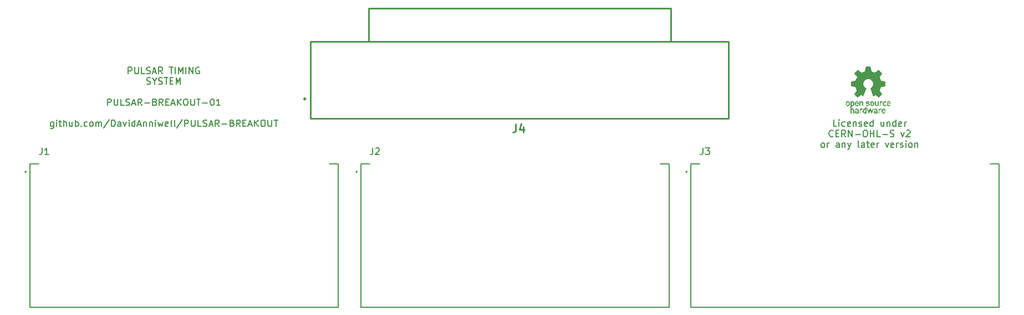
<source format=gbr>
%TF.GenerationSoftware,KiCad,Pcbnew,8.0.4*%
%TF.CreationDate,2024-08-09T21:07:46+01:00*%
%TF.ProjectId,PULSAR-BREAKOUT-01,50554c53-4152-42d4-9252-45414b4f5554,rev?*%
%TF.SameCoordinates,Original*%
%TF.FileFunction,Legend,Top*%
%TF.FilePolarity,Positive*%
%FSLAX46Y46*%
G04 Gerber Fmt 4.6, Leading zero omitted, Abs format (unit mm)*
G04 Created by KiCad (PCBNEW 8.0.4) date 2024-08-09 21:07:46*
%MOMM*%
%LPD*%
G01*
G04 APERTURE LIST*
%ADD10C,0.000000*%
%ADD11C,0.150000*%
%ADD12C,0.254000*%
%ADD13C,0.200000*%
%ADD14C,0.127000*%
G04 APERTURE END LIST*
D10*
G36*
X221752510Y-35828569D02*
G01*
X221774589Y-35829875D01*
X221795789Y-35832022D01*
X221816149Y-35834985D01*
X221835708Y-35838739D01*
X221854505Y-35843260D01*
X221872581Y-35848522D01*
X221889974Y-35854500D01*
X221906724Y-35861171D01*
X221922870Y-35868509D01*
X221938452Y-35876490D01*
X221953508Y-35885088D01*
X221968079Y-35894280D01*
X221982203Y-35904039D01*
X221995920Y-35914342D01*
X222009270Y-35925164D01*
X221920766Y-36029106D01*
X221910208Y-36021889D01*
X221899588Y-36014987D01*
X221888880Y-36008421D01*
X221878058Y-36002211D01*
X221867095Y-35996378D01*
X221855964Y-35990944D01*
X221844639Y-35985928D01*
X221833092Y-35981352D01*
X221821297Y-35977236D01*
X221809228Y-35973601D01*
X221796857Y-35970469D01*
X221784159Y-35967859D01*
X221771106Y-35965793D01*
X221757672Y-35964292D01*
X221743829Y-35963376D01*
X221729552Y-35963066D01*
X221721167Y-35963172D01*
X221713130Y-35963489D01*
X221705437Y-35964011D01*
X221698081Y-35964734D01*
X221691057Y-35965654D01*
X221684360Y-35966767D01*
X221677985Y-35968067D01*
X221671926Y-35969551D01*
X221666178Y-35971214D01*
X221660735Y-35973052D01*
X221655592Y-35975060D01*
X221650744Y-35977235D01*
X221646185Y-35979571D01*
X221641909Y-35982064D01*
X221637912Y-35984709D01*
X221634188Y-35987503D01*
X221630731Y-35990441D01*
X221627537Y-35993519D01*
X221624599Y-35996732D01*
X221621912Y-36000075D01*
X221619472Y-36003545D01*
X221617272Y-36007137D01*
X221615307Y-36010846D01*
X221613572Y-36014668D01*
X221612061Y-36018599D01*
X221610770Y-36022635D01*
X221609691Y-36026770D01*
X221608821Y-36031001D01*
X221608154Y-36035323D01*
X221607684Y-36039731D01*
X221607406Y-36044222D01*
X221607314Y-36048791D01*
X221607584Y-36054581D01*
X221608420Y-36060335D01*
X221609860Y-36066015D01*
X221611944Y-36071584D01*
X221614712Y-36077005D01*
X221618202Y-36082241D01*
X221622453Y-36087255D01*
X221624877Y-36089667D01*
X221627506Y-36092010D01*
X221630344Y-36094280D01*
X221633398Y-36096470D01*
X221636671Y-36098577D01*
X221640169Y-36100597D01*
X221643897Y-36102524D01*
X221647859Y-36104354D01*
X221656506Y-36107704D01*
X221666150Y-36110611D01*
X221676830Y-36113037D01*
X221688584Y-36114946D01*
X221701453Y-36116299D01*
X221819524Y-36124674D01*
X221833106Y-36125829D01*
X221846174Y-36127445D01*
X221858733Y-36129509D01*
X221870790Y-36132012D01*
X221882348Y-36134944D01*
X221893414Y-36138294D01*
X221903994Y-36142051D01*
X221914092Y-36146206D01*
X221923713Y-36150748D01*
X221932865Y-36155667D01*
X221941551Y-36160952D01*
X221949777Y-36166593D01*
X221957549Y-36172581D01*
X221964872Y-36178903D01*
X221971752Y-36185551D01*
X221978194Y-36192514D01*
X221984204Y-36199781D01*
X221989786Y-36207343D01*
X221994947Y-36215188D01*
X221999691Y-36223307D01*
X222004025Y-36231689D01*
X222007953Y-36240324D01*
X222011481Y-36249202D01*
X222014615Y-36258312D01*
X222017360Y-36267643D01*
X222019721Y-36277187D01*
X222023314Y-36296867D01*
X222025438Y-36317269D01*
X222026137Y-36338311D01*
X222025761Y-36351186D01*
X222024644Y-36363711D01*
X222022804Y-36375881D01*
X222020257Y-36387694D01*
X222017020Y-36399145D01*
X222013111Y-36410231D01*
X222008546Y-36420948D01*
X222003342Y-36431291D01*
X221997516Y-36441257D01*
X221991086Y-36450842D01*
X221984068Y-36460043D01*
X221976479Y-36468855D01*
X221968336Y-36477275D01*
X221959656Y-36485299D01*
X221950457Y-36492922D01*
X221940754Y-36500142D01*
X221930566Y-36506953D01*
X221919909Y-36513354D01*
X221897255Y-36524904D01*
X221872930Y-36534761D01*
X221847069Y-36542895D01*
X221819807Y-36549276D01*
X221791282Y-36553871D01*
X221761628Y-36556651D01*
X221730981Y-36557584D01*
X221709472Y-36557089D01*
X221688170Y-36555604D01*
X221667085Y-36553126D01*
X221646230Y-36549653D01*
X221625612Y-36545183D01*
X221605244Y-36539715D01*
X221585135Y-36533246D01*
X221565296Y-36525775D01*
X221545736Y-36517298D01*
X221526467Y-36507816D01*
X221507499Y-36497325D01*
X221488841Y-36485823D01*
X221470505Y-36473309D01*
X221452501Y-36459780D01*
X221434839Y-36445235D01*
X221417529Y-36429671D01*
X221517304Y-36331326D01*
X221528969Y-36342319D01*
X221540799Y-36352615D01*
X221552827Y-36362213D01*
X221565086Y-36371111D01*
X221577609Y-36379307D01*
X221590428Y-36386800D01*
X221603577Y-36393587D01*
X221617088Y-36399667D01*
X221630995Y-36405039D01*
X221645329Y-36409700D01*
X221660125Y-36413648D01*
X221675415Y-36416883D01*
X221691232Y-36419402D01*
X221707609Y-36421203D01*
X221724578Y-36422285D01*
X221742173Y-36422646D01*
X221749745Y-36422556D01*
X221757179Y-36422285D01*
X221764468Y-36421833D01*
X221771607Y-36421201D01*
X221778587Y-36420390D01*
X221785402Y-36419398D01*
X221792046Y-36418227D01*
X221798511Y-36416877D01*
X221804792Y-36415348D01*
X221810881Y-36413640D01*
X221816772Y-36411754D01*
X221822457Y-36409689D01*
X221827931Y-36407447D01*
X221833186Y-36405026D01*
X221838216Y-36402428D01*
X221843014Y-36399652D01*
X221847573Y-36396700D01*
X221851887Y-36393571D01*
X221855949Y-36390265D01*
X221859752Y-36386782D01*
X221863289Y-36383124D01*
X221866554Y-36379290D01*
X221869540Y-36375280D01*
X221872240Y-36371094D01*
X221874647Y-36366734D01*
X221876756Y-36362198D01*
X221878558Y-36357488D01*
X221880048Y-36352604D01*
X221881218Y-36347545D01*
X221882063Y-36342312D01*
X221882574Y-36336906D01*
X221882746Y-36331326D01*
X221882636Y-36326684D01*
X221882309Y-36322243D01*
X221881769Y-36318000D01*
X221881022Y-36313949D01*
X221880072Y-36310086D01*
X221878924Y-36306406D01*
X221877583Y-36302907D01*
X221876055Y-36299582D01*
X221874343Y-36296428D01*
X221872453Y-36293441D01*
X221870389Y-36290616D01*
X221868157Y-36287949D01*
X221865761Y-36285435D01*
X221863206Y-36283070D01*
X221860497Y-36280850D01*
X221857639Y-36278770D01*
X221854637Y-36276826D01*
X221851495Y-36275014D01*
X221844812Y-36271768D01*
X221837631Y-36268996D01*
X221829988Y-36266664D01*
X221821925Y-36264737D01*
X221813478Y-36263180D01*
X221804688Y-36261959D01*
X221795592Y-36261039D01*
X221669069Y-36249807D01*
X221647313Y-36247255D01*
X221626364Y-36243298D01*
X221616218Y-36240796D01*
X221606304Y-36237948D01*
X221596633Y-36234755D01*
X221587214Y-36231219D01*
X221578060Y-36227340D01*
X221569178Y-36223122D01*
X221560581Y-36218564D01*
X221552278Y-36213670D01*
X221544280Y-36208440D01*
X221536596Y-36202876D01*
X221529238Y-36196980D01*
X221522215Y-36190752D01*
X221515538Y-36184196D01*
X221509217Y-36177311D01*
X221503262Y-36170101D01*
X221497685Y-36162566D01*
X221492494Y-36154708D01*
X221487700Y-36146529D01*
X221483314Y-36138029D01*
X221479346Y-36129212D01*
X221475807Y-36120077D01*
X221472705Y-36110628D01*
X221470053Y-36100865D01*
X221467860Y-36090790D01*
X221466136Y-36080404D01*
X221464892Y-36069710D01*
X221464138Y-36058708D01*
X221463884Y-36047401D01*
X221464219Y-36034034D01*
X221465215Y-36021079D01*
X221466857Y-36008538D01*
X221469130Y-35996411D01*
X221472020Y-35984699D01*
X221475512Y-35973403D01*
X221479591Y-35962523D01*
X221484242Y-35952060D01*
X221489452Y-35942016D01*
X221495204Y-35932390D01*
X221501486Y-35923184D01*
X221508281Y-35914398D01*
X221515575Y-35906033D01*
X221523354Y-35898090D01*
X221531603Y-35890569D01*
X221540308Y-35883472D01*
X221549452Y-35876799D01*
X221559023Y-35870551D01*
X221569005Y-35864729D01*
X221579383Y-35859333D01*
X221590143Y-35854364D01*
X221601271Y-35849824D01*
X221624568Y-35842030D01*
X221649159Y-35835957D01*
X221674925Y-35831612D01*
X221701748Y-35829000D01*
X221729513Y-35828128D01*
X221752510Y-35828569D01*
G37*
G36*
X218679049Y-35828187D02*
G01*
X218689064Y-35828596D01*
X218698824Y-35829267D01*
X218708330Y-35830188D01*
X218717586Y-35831353D01*
X218726595Y-35832749D01*
X218735362Y-35834369D01*
X218743888Y-35836202D01*
X218752178Y-35838239D01*
X218760235Y-35840470D01*
X218768062Y-35842886D01*
X218775662Y-35845478D01*
X218783039Y-35848235D01*
X218790196Y-35851149D01*
X218797137Y-35854210D01*
X218803864Y-35857407D01*
X218816693Y-35864176D01*
X218828708Y-35871379D01*
X218839938Y-35878940D01*
X218850408Y-35886783D01*
X218860146Y-35894832D01*
X218869177Y-35903010D01*
X218877529Y-35911241D01*
X218885228Y-35919448D01*
X218895129Y-35930788D01*
X218904286Y-35942235D01*
X218912716Y-35953928D01*
X218920431Y-35966008D01*
X218927446Y-35978615D01*
X218933776Y-35991889D01*
X218939435Y-36005970D01*
X218944437Y-36020999D01*
X218948797Y-36037115D01*
X218952529Y-36054458D01*
X218955648Y-36073169D01*
X218958167Y-36093388D01*
X218960102Y-36115254D01*
X218961466Y-36138909D01*
X218962274Y-36164491D01*
X218962540Y-36192142D01*
X218962274Y-36220024D01*
X218961466Y-36245810D01*
X218960102Y-36269644D01*
X218958167Y-36291665D01*
X218955648Y-36312017D01*
X218952529Y-36330840D01*
X218948797Y-36348277D01*
X218944437Y-36364470D01*
X218939435Y-36379560D01*
X218933776Y-36393689D01*
X218927446Y-36406999D01*
X218920431Y-36419631D01*
X218912716Y-36431728D01*
X218904286Y-36443431D01*
X218895129Y-36454883D01*
X218885228Y-36466224D01*
X218877529Y-36474430D01*
X218869177Y-36482659D01*
X218860146Y-36490833D01*
X218850408Y-36498876D01*
X218839938Y-36506713D01*
X218828708Y-36514268D01*
X218816693Y-36521464D01*
X218803864Y-36528225D01*
X218790196Y-36534476D01*
X218775662Y-36540140D01*
X218760235Y-36545141D01*
X218743888Y-36549403D01*
X218726595Y-36552851D01*
X218708330Y-36555407D01*
X218689064Y-36556997D01*
X218668773Y-36557544D01*
X218658494Y-36557406D01*
X218648474Y-36556997D01*
X218638712Y-36556328D01*
X218629203Y-36555407D01*
X218619944Y-36554245D01*
X218610932Y-36552851D01*
X218602163Y-36551234D01*
X218593635Y-36549403D01*
X218585343Y-36547369D01*
X218577284Y-36545141D01*
X218569456Y-36542728D01*
X218561854Y-36540140D01*
X218554475Y-36537386D01*
X218547317Y-36534476D01*
X218540375Y-36531419D01*
X218533647Y-36528225D01*
X218520817Y-36521464D01*
X218508800Y-36514268D01*
X218497569Y-36506713D01*
X218487098Y-36498876D01*
X218477361Y-36490833D01*
X218468329Y-36482659D01*
X218459977Y-36474430D01*
X218452278Y-36466224D01*
X218442378Y-36454883D01*
X218433221Y-36443433D01*
X218424794Y-36431731D01*
X218417082Y-36419637D01*
X218410069Y-36407007D01*
X218403743Y-36393699D01*
X218398087Y-36379572D01*
X218393089Y-36364485D01*
X218388732Y-36348294D01*
X218385004Y-36330857D01*
X218381889Y-36312034D01*
X218379372Y-36291682D01*
X218377440Y-36269658D01*
X218376078Y-36245822D01*
X218375272Y-36220030D01*
X218375006Y-36192142D01*
X218518357Y-36192142D01*
X218518459Y-36210776D01*
X218518773Y-36227757D01*
X218519313Y-36243208D01*
X218520095Y-36257256D01*
X218521133Y-36270028D01*
X218522440Y-36281648D01*
X218524032Y-36292242D01*
X218525923Y-36301937D01*
X218528126Y-36310858D01*
X218530657Y-36319131D01*
X218533529Y-36326881D01*
X218536758Y-36334235D01*
X218540357Y-36341319D01*
X218544341Y-36348257D01*
X218548724Y-36355176D01*
X218553520Y-36362203D01*
X218557747Y-36367660D01*
X218562505Y-36372927D01*
X218567765Y-36377984D01*
X218573499Y-36382806D01*
X218579677Y-36387372D01*
X218586272Y-36391659D01*
X218593254Y-36395644D01*
X218600595Y-36399306D01*
X218608265Y-36402621D01*
X218616236Y-36405566D01*
X218624480Y-36408121D01*
X218632967Y-36410261D01*
X218641668Y-36411965D01*
X218650556Y-36413210D01*
X218659600Y-36413974D01*
X218668773Y-36414233D01*
X218677939Y-36413973D01*
X218686977Y-36413209D01*
X218695859Y-36411962D01*
X218704557Y-36410256D01*
X218713040Y-36408113D01*
X218721282Y-36405556D01*
X218729251Y-36402608D01*
X218736921Y-36399291D01*
X218744262Y-36395628D01*
X218751246Y-36391641D01*
X218757843Y-36387354D01*
X218764025Y-36382789D01*
X218769763Y-36377969D01*
X218775028Y-36372916D01*
X218779792Y-36367653D01*
X218781977Y-36364950D01*
X218784025Y-36362203D01*
X218788821Y-36355177D01*
X218793203Y-36348260D01*
X218797185Y-36341328D01*
X218800782Y-36334257D01*
X218804007Y-36326924D01*
X218806876Y-36319204D01*
X218809403Y-36310974D01*
X218811603Y-36302111D01*
X218813490Y-36292490D01*
X218815078Y-36281987D01*
X218816382Y-36270479D01*
X218817417Y-36257843D01*
X218818196Y-36243953D01*
X218818735Y-36228687D01*
X218819149Y-36193531D01*
X218819048Y-36174895D01*
X218818735Y-36157913D01*
X218818196Y-36142458D01*
X218817417Y-36128405D01*
X218816382Y-36115629D01*
X218815078Y-36104004D01*
X218813490Y-36093404D01*
X218811603Y-36083705D01*
X218809403Y-36074781D01*
X218806876Y-36066507D01*
X218804007Y-36058756D01*
X218800782Y-36051403D01*
X218797185Y-36044324D01*
X218793203Y-36037392D01*
X218788821Y-36030483D01*
X218784025Y-36023470D01*
X218779792Y-36018013D01*
X218775028Y-36012745D01*
X218769763Y-36007688D01*
X218764025Y-36002866D01*
X218757843Y-35998300D01*
X218751246Y-35994013D01*
X218744262Y-35990028D01*
X218736921Y-35986366D01*
X218729251Y-35983052D01*
X218721281Y-35980106D01*
X218713040Y-35977551D01*
X218704557Y-35975411D01*
X218695859Y-35973707D01*
X218686977Y-35972462D01*
X218677939Y-35971698D01*
X218668773Y-35971439D01*
X218659600Y-35971699D01*
X218650556Y-35972464D01*
X218641668Y-35973710D01*
X218632967Y-35975416D01*
X218624480Y-35977559D01*
X218616236Y-35980116D01*
X218608265Y-35983064D01*
X218600595Y-35986381D01*
X218593254Y-35990044D01*
X218586272Y-35994031D01*
X218579677Y-35998318D01*
X218573499Y-36002883D01*
X218567765Y-36007703D01*
X218562505Y-36012756D01*
X218557747Y-36018019D01*
X218555565Y-36020722D01*
X218553520Y-36023470D01*
X218548724Y-36030482D01*
X218544341Y-36037390D01*
X218540357Y-36044315D01*
X218536758Y-36051382D01*
X218533529Y-36058713D01*
X218530657Y-36066433D01*
X218528126Y-36074665D01*
X218525923Y-36083532D01*
X218524032Y-36093157D01*
X218522440Y-36103665D01*
X218521133Y-36115177D01*
X218520095Y-36127819D01*
X218519313Y-36141713D01*
X218518773Y-36156982D01*
X218518357Y-36192142D01*
X218375006Y-36192142D01*
X218375272Y-36164491D01*
X218376078Y-36138910D01*
X218377440Y-36115258D01*
X218379372Y-36093393D01*
X218381889Y-36073177D01*
X218385004Y-36054468D01*
X218388732Y-36037127D01*
X218393089Y-36021014D01*
X218398087Y-36005987D01*
X218403743Y-35991907D01*
X218410069Y-35978633D01*
X218417082Y-35966025D01*
X218424794Y-35953943D01*
X218433221Y-35942246D01*
X218442378Y-35930795D01*
X218452278Y-35919448D01*
X218459977Y-35911241D01*
X218468329Y-35903010D01*
X218477361Y-35894832D01*
X218487098Y-35886783D01*
X218497569Y-35878940D01*
X218508800Y-35871379D01*
X218520817Y-35864176D01*
X218533647Y-35857407D01*
X218547317Y-35851149D01*
X218561854Y-35845478D01*
X218577284Y-35840470D01*
X218593635Y-35836202D01*
X218610932Y-35832749D01*
X218629203Y-35830189D01*
X218648474Y-35828596D01*
X218668773Y-35828048D01*
X218679049Y-35828187D01*
G37*
G36*
X224158196Y-36953965D02*
G01*
X224172742Y-36954980D01*
X224187122Y-36956660D01*
X224201315Y-36958997D01*
X224215300Y-36961981D01*
X224229056Y-36965603D01*
X224242562Y-36969855D01*
X224255797Y-36974727D01*
X224268739Y-36980211D01*
X224281367Y-36986297D01*
X224293661Y-36992976D01*
X224305599Y-37000240D01*
X224317161Y-37008080D01*
X224328324Y-37016485D01*
X224339069Y-37025448D01*
X224349373Y-37034960D01*
X224359217Y-37045011D01*
X224368578Y-37055592D01*
X224377436Y-37066695D01*
X224385770Y-37078310D01*
X224393558Y-37090428D01*
X224400779Y-37103041D01*
X224407413Y-37116139D01*
X224413438Y-37129713D01*
X224418833Y-37143755D01*
X224423577Y-37158255D01*
X224427649Y-37173205D01*
X224431029Y-37188594D01*
X224433693Y-37204416D01*
X224435623Y-37220659D01*
X224436796Y-37237316D01*
X224437192Y-37254377D01*
X224437192Y-37372527D01*
X223993129Y-37372527D01*
X223993337Y-37383290D01*
X223993957Y-37393715D01*
X223994981Y-37403803D01*
X223996399Y-37413552D01*
X223998204Y-37422964D01*
X224000388Y-37432036D01*
X224002943Y-37440770D01*
X224005860Y-37449165D01*
X224009131Y-37457220D01*
X224012747Y-37464936D01*
X224016702Y-37472312D01*
X224020985Y-37479347D01*
X224025590Y-37486042D01*
X224030508Y-37492396D01*
X224035731Y-37498409D01*
X224041250Y-37504081D01*
X224047058Y-37509411D01*
X224053145Y-37514400D01*
X224059505Y-37519046D01*
X224066128Y-37523350D01*
X224073007Y-37527311D01*
X224080133Y-37530929D01*
X224087499Y-37534204D01*
X224095095Y-37537135D01*
X224102914Y-37539722D01*
X224110947Y-37541966D01*
X224119186Y-37543865D01*
X224127624Y-37545419D01*
X224136251Y-37546628D01*
X224145060Y-37547492D01*
X224154042Y-37548011D01*
X224163190Y-37548184D01*
X224173497Y-37547890D01*
X224183874Y-37547014D01*
X224194291Y-37545567D01*
X224204716Y-37543558D01*
X224215119Y-37540998D01*
X224225467Y-37537896D01*
X224235731Y-37534262D01*
X224245878Y-37530107D01*
X224255879Y-37525440D01*
X224265702Y-37520271D01*
X224275315Y-37514611D01*
X224284689Y-37508469D01*
X224293791Y-37501856D01*
X224302592Y-37494781D01*
X224311058Y-37487255D01*
X224319161Y-37479287D01*
X224423182Y-37567869D01*
X224409761Y-37582597D01*
X224395872Y-37596226D01*
X224381538Y-37608776D01*
X224366786Y-37620268D01*
X224351639Y-37630722D01*
X224336122Y-37640159D01*
X224320259Y-37648600D01*
X224304075Y-37656065D01*
X224287596Y-37662574D01*
X224270844Y-37668149D01*
X224253846Y-37672810D01*
X224236625Y-37676577D01*
X224219206Y-37679471D01*
X224201614Y-37681513D01*
X224183873Y-37682723D01*
X224166008Y-37683122D01*
X224138361Y-37682261D01*
X224110440Y-37679529D01*
X224082528Y-37674705D01*
X224054909Y-37667565D01*
X224027867Y-37657888D01*
X224014651Y-37652029D01*
X224001686Y-37645452D01*
X223989008Y-37638129D01*
X223976651Y-37630034D01*
X223964651Y-37621137D01*
X223953045Y-37611411D01*
X223941866Y-37600829D01*
X223931152Y-37589363D01*
X223920937Y-37576984D01*
X223911257Y-37563666D01*
X223902147Y-37549380D01*
X223893643Y-37534098D01*
X223885780Y-37517793D01*
X223878595Y-37500437D01*
X223872121Y-37482002D01*
X223866396Y-37462461D01*
X223861454Y-37441785D01*
X223857331Y-37419947D01*
X223854062Y-37396919D01*
X223851684Y-37372673D01*
X223850231Y-37347182D01*
X223849738Y-37320418D01*
X223850190Y-37295007D01*
X223851524Y-37270673D01*
X223853050Y-37254417D01*
X223993129Y-37254417D01*
X224293881Y-37254417D01*
X224293322Y-37244419D01*
X224292432Y-37234718D01*
X224291216Y-37225317D01*
X224289682Y-37216215D01*
X224287835Y-37207415D01*
X224285683Y-37198918D01*
X224283231Y-37190725D01*
X224280486Y-37182837D01*
X224277455Y-37175256D01*
X224274144Y-37167983D01*
X224270559Y-37161019D01*
X224266707Y-37154366D01*
X224262594Y-37148025D01*
X224258227Y-37141996D01*
X224253612Y-37136283D01*
X224248756Y-37130885D01*
X224243665Y-37125804D01*
X224238346Y-37121041D01*
X224232804Y-37116598D01*
X224227048Y-37112476D01*
X224221082Y-37108677D01*
X224214913Y-37105201D01*
X224208549Y-37102049D01*
X224201994Y-37099224D01*
X224195257Y-37096727D01*
X224188342Y-37094558D01*
X224181257Y-37092720D01*
X224174009Y-37091212D01*
X224166603Y-37090038D01*
X224159046Y-37089197D01*
X224151344Y-37088692D01*
X224143505Y-37088523D01*
X224135661Y-37088692D01*
X224127948Y-37089197D01*
X224120373Y-37090038D01*
X224112943Y-37091212D01*
X224105666Y-37092720D01*
X224098548Y-37094558D01*
X224091597Y-37096727D01*
X224084820Y-37099224D01*
X224078224Y-37102049D01*
X224071816Y-37105201D01*
X224065605Y-37108677D01*
X224059596Y-37112476D01*
X224053797Y-37116598D01*
X224048215Y-37121041D01*
X224042858Y-37125803D01*
X224037733Y-37130884D01*
X224032846Y-37136282D01*
X224028206Y-37141996D01*
X224023819Y-37148024D01*
X224019693Y-37154366D01*
X224015834Y-37161019D01*
X224012251Y-37167983D01*
X224008949Y-37175256D01*
X224005937Y-37182837D01*
X224003222Y-37190725D01*
X224000811Y-37198918D01*
X223998711Y-37207415D01*
X223996929Y-37216215D01*
X223995472Y-37225317D01*
X223994349Y-37234718D01*
X223993565Y-37244419D01*
X223993129Y-37254417D01*
X223853050Y-37254417D01*
X223853708Y-37247400D01*
X223856711Y-37225168D01*
X223860500Y-37203960D01*
X223865044Y-37183759D01*
X223870310Y-37164547D01*
X223876267Y-37146306D01*
X223882883Y-37129018D01*
X223890126Y-37112665D01*
X223897965Y-37097230D01*
X223906366Y-37082695D01*
X223915298Y-37069042D01*
X223924730Y-37056254D01*
X223934629Y-37044312D01*
X223944963Y-37033199D01*
X223955701Y-37022897D01*
X223966811Y-37013388D01*
X223978261Y-37004656D01*
X223990018Y-36996680D01*
X224002052Y-36989445D01*
X224014329Y-36982933D01*
X224026819Y-36977124D01*
X224039488Y-36972003D01*
X224052306Y-36967551D01*
X224065241Y-36963750D01*
X224078260Y-36960582D01*
X224091331Y-36958030D01*
X224117504Y-36954703D01*
X224143505Y-36953625D01*
X224158196Y-36953965D01*
G37*
G36*
X219428453Y-35828543D02*
G01*
X219443951Y-35829884D01*
X219458896Y-35832073D01*
X219473288Y-35835074D01*
X219487129Y-35838849D01*
X219500422Y-35843362D01*
X219513167Y-35848575D01*
X219525368Y-35854450D01*
X219537025Y-35860952D01*
X219548141Y-35868043D01*
X219558717Y-35875685D01*
X219568756Y-35883843D01*
X219578259Y-35892478D01*
X219587228Y-35901553D01*
X219595665Y-35911032D01*
X219603572Y-35920877D01*
X219610621Y-35930348D01*
X219617037Y-35939915D01*
X219622843Y-35949773D01*
X219628065Y-35960120D01*
X219630464Y-35965537D01*
X219632727Y-35971150D01*
X219634856Y-35976982D01*
X219636854Y-35983059D01*
X219638725Y-35989404D01*
X219640471Y-35996043D01*
X219643602Y-36010298D01*
X219646272Y-36026019D01*
X219648506Y-36043402D01*
X219650329Y-36062644D01*
X219651764Y-36083939D01*
X219652838Y-36107483D01*
X219653574Y-36133472D01*
X219653998Y-36162103D01*
X219654134Y-36193570D01*
X219653574Y-36253186D01*
X219651764Y-36302364D01*
X219650329Y-36323521D01*
X219648506Y-36342649D01*
X219646272Y-36359940D01*
X219643602Y-36375587D01*
X219640471Y-36389784D01*
X219636854Y-36402725D01*
X219632727Y-36414602D01*
X219628065Y-36425608D01*
X219622843Y-36435937D01*
X219617037Y-36445783D01*
X219610621Y-36455337D01*
X219603572Y-36464794D01*
X219595665Y-36474640D01*
X219587228Y-36484119D01*
X219578259Y-36493194D01*
X219568756Y-36501829D01*
X219558717Y-36509986D01*
X219548141Y-36517629D01*
X219537025Y-36524719D01*
X219525368Y-36531221D01*
X219513167Y-36537097D01*
X219506863Y-36539789D01*
X219500422Y-36542310D01*
X219493844Y-36544656D01*
X219487129Y-36546822D01*
X219480277Y-36548804D01*
X219473288Y-36550597D01*
X219466161Y-36552197D01*
X219458896Y-36553598D01*
X219451493Y-36554797D01*
X219443951Y-36555788D01*
X219436271Y-36556566D01*
X219428452Y-36557128D01*
X219420495Y-36557469D01*
X219412397Y-36557584D01*
X219398869Y-36557192D01*
X219385687Y-36556035D01*
X219372834Y-36554137D01*
X219360295Y-36551522D01*
X219348053Y-36548215D01*
X219336090Y-36544241D01*
X219324392Y-36539625D01*
X219312940Y-36534391D01*
X219301720Y-36528564D01*
X219290713Y-36522169D01*
X219279904Y-36515230D01*
X219269277Y-36507773D01*
X219258814Y-36499821D01*
X219248499Y-36491400D01*
X219238316Y-36482534D01*
X219228247Y-36473247D01*
X219227731Y-37038001D01*
X219236887Y-37027793D01*
X219246430Y-37018242D01*
X219256352Y-37009349D01*
X219266644Y-37001115D01*
X219277298Y-36993538D01*
X219288307Y-36986620D01*
X219299661Y-36980360D01*
X219311353Y-36974759D01*
X219323374Y-36969816D01*
X219335716Y-36965531D01*
X219348371Y-36961906D01*
X219361331Y-36958939D01*
X219374586Y-36956632D01*
X219388130Y-36954984D01*
X219401954Y-36953994D01*
X219416049Y-36953665D01*
X219426500Y-36953916D01*
X219437016Y-36954667D01*
X219447570Y-36955917D01*
X219458137Y-36957664D01*
X219468691Y-36959906D01*
X219479204Y-36962641D01*
X219489653Y-36965868D01*
X219500010Y-36969584D01*
X219510250Y-36973789D01*
X219520346Y-36978479D01*
X219530272Y-36983654D01*
X219540004Y-36989311D01*
X219549514Y-36995449D01*
X219558776Y-37002066D01*
X219567766Y-37009159D01*
X219576456Y-37016728D01*
X219584820Y-37024771D01*
X219592833Y-37033285D01*
X219600469Y-37042269D01*
X219607702Y-37051721D01*
X219614505Y-37061639D01*
X219620854Y-37072022D01*
X219626720Y-37082867D01*
X219632080Y-37094174D01*
X219636906Y-37105939D01*
X219641174Y-37118161D01*
X219644856Y-37130839D01*
X219647927Y-37143971D01*
X219650360Y-37157554D01*
X219652131Y-37171588D01*
X219653212Y-37186069D01*
X219653578Y-37200997D01*
X219653578Y-37674707D01*
X219510227Y-37674707D01*
X219510227Y-37250250D01*
X219510051Y-37241273D01*
X219509529Y-37232538D01*
X219508667Y-37224048D01*
X219507473Y-37215806D01*
X219505956Y-37207814D01*
X219504121Y-37200075D01*
X219501977Y-37192593D01*
X219499531Y-37185370D01*
X219496790Y-37178409D01*
X219493763Y-37171712D01*
X219490456Y-37165282D01*
X219486877Y-37159123D01*
X219483033Y-37153237D01*
X219478932Y-37147627D01*
X219474582Y-37142295D01*
X219469989Y-37137245D01*
X219465161Y-37132479D01*
X219460107Y-37128000D01*
X219454832Y-37123811D01*
X219449345Y-37119915D01*
X219443653Y-37116314D01*
X219437764Y-37113012D01*
X219431685Y-37110011D01*
X219425423Y-37107314D01*
X219418986Y-37104923D01*
X219412382Y-37102843D01*
X219405617Y-37101074D01*
X219398700Y-37099621D01*
X219391638Y-37098486D01*
X219384437Y-37097672D01*
X219377107Y-37097181D01*
X219369654Y-37097017D01*
X219362075Y-37097181D01*
X219354626Y-37097672D01*
X219347316Y-37098486D01*
X219340151Y-37099621D01*
X219333139Y-37101074D01*
X219326286Y-37102843D01*
X219319600Y-37104923D01*
X219313088Y-37107314D01*
X219306758Y-37110011D01*
X219300615Y-37113012D01*
X219294669Y-37116315D01*
X219288925Y-37119915D01*
X219283392Y-37123811D01*
X219278076Y-37128000D01*
X219272984Y-37132479D01*
X219268123Y-37137245D01*
X219263502Y-37142295D01*
X219259127Y-37147627D01*
X219255004Y-37153237D01*
X219251143Y-37159123D01*
X219247548Y-37165283D01*
X219244229Y-37171712D01*
X219241192Y-37178409D01*
X219238443Y-37185370D01*
X219235992Y-37192594D01*
X219233843Y-37200076D01*
X219232006Y-37207814D01*
X219230486Y-37215806D01*
X219229292Y-37224048D01*
X219228430Y-37232538D01*
X219227907Y-37241273D01*
X219227731Y-37250250D01*
X219227731Y-37674708D01*
X219084341Y-37674708D01*
X219084341Y-36193530D01*
X219228248Y-36193530D01*
X219228810Y-36232480D01*
X219229776Y-36252009D01*
X219231432Y-36271313D01*
X219233952Y-36290196D01*
X219237513Y-36308464D01*
X219242288Y-36325920D01*
X219245186Y-36334282D01*
X219248453Y-36342369D01*
X219252112Y-36350154D01*
X219256184Y-36357615D01*
X219260691Y-36364725D01*
X219265654Y-36371462D01*
X219271097Y-36377801D01*
X219277040Y-36383716D01*
X219283505Y-36389184D01*
X219290515Y-36394181D01*
X219298092Y-36398681D01*
X219306256Y-36402660D01*
X219315031Y-36406094D01*
X219324437Y-36408959D01*
X219334498Y-36411229D01*
X219345234Y-36412882D01*
X219356668Y-36413891D01*
X219368821Y-36414233D01*
X219381100Y-36413911D01*
X219392652Y-36412958D01*
X219403499Y-36411396D01*
X219413662Y-36409245D01*
X219423165Y-36406526D01*
X219432029Y-36403258D01*
X219440276Y-36399464D01*
X219447929Y-36395163D01*
X219455009Y-36390375D01*
X219461539Y-36385123D01*
X219467541Y-36379425D01*
X219473037Y-36373304D01*
X219478049Y-36366779D01*
X219482599Y-36359870D01*
X219486710Y-36352600D01*
X219490403Y-36344988D01*
X219493701Y-36337054D01*
X219496626Y-36328820D01*
X219499200Y-36320306D01*
X219501444Y-36311533D01*
X219503382Y-36302521D01*
X219505036Y-36293291D01*
X219507577Y-36274259D01*
X219509245Y-36254602D01*
X219510217Y-36234485D01*
X219510671Y-36214073D01*
X219510783Y-36193530D01*
X219510217Y-36152093D01*
X219509245Y-36131784D01*
X219507577Y-36111964D01*
X219505036Y-36092796D01*
X219501444Y-36074442D01*
X219496626Y-36057065D01*
X219493701Y-36048794D01*
X219490403Y-36040828D01*
X219486710Y-36033187D01*
X219482599Y-36025892D01*
X219478049Y-36018963D01*
X219473037Y-36012420D01*
X219467541Y-36006284D01*
X219461539Y-36000575D01*
X219455009Y-35995313D01*
X219447929Y-35990519D01*
X219440276Y-35986213D01*
X219432029Y-35982415D01*
X219423165Y-35979146D01*
X219413662Y-35976426D01*
X219403499Y-35974274D01*
X219392652Y-35972713D01*
X219381100Y-35971761D01*
X219368821Y-35971439D01*
X219356671Y-35971781D01*
X219345240Y-35972790D01*
X219334507Y-35974443D01*
X219324449Y-35976715D01*
X219315044Y-35979583D01*
X219306271Y-35983021D01*
X219298108Y-35987006D01*
X219290532Y-35991513D01*
X219283523Y-35996518D01*
X219277057Y-36001998D01*
X219271114Y-36007928D01*
X219265672Y-36014283D01*
X219260708Y-36021040D01*
X219256200Y-36028174D01*
X219252128Y-36035661D01*
X219248468Y-36043477D01*
X219245200Y-36051598D01*
X219242301Y-36059999D01*
X219239749Y-36068657D01*
X219237523Y-36077547D01*
X219235601Y-36086645D01*
X219233960Y-36095927D01*
X219231437Y-36114945D01*
X219229780Y-36134408D01*
X219228812Y-36154122D01*
X219228359Y-36173894D01*
X219228248Y-36193530D01*
X219084341Y-36193530D01*
X219084341Y-35836541D01*
X219228247Y-35836541D01*
X219228247Y-35911035D01*
X219236929Y-35901993D01*
X219246083Y-35893341D01*
X219255690Y-35885105D01*
X219265727Y-35877313D01*
X219276176Y-35869990D01*
X219287016Y-35863163D01*
X219298226Y-35856860D01*
X219309785Y-35851106D01*
X219321674Y-35845930D01*
X219333872Y-35841357D01*
X219346358Y-35837414D01*
X219359112Y-35834128D01*
X219372113Y-35831525D01*
X219385342Y-35829634D01*
X219398777Y-35828479D01*
X219412397Y-35828088D01*
X219428453Y-35828543D01*
G37*
G36*
X223886430Y-35828293D02*
G01*
X223896901Y-35829020D01*
X223907155Y-35830216D01*
X223917201Y-35831868D01*
X223927048Y-35833966D01*
X223936704Y-35836495D01*
X223946179Y-35839445D01*
X223955480Y-35842802D01*
X223964618Y-35846555D01*
X223973600Y-35850690D01*
X223982435Y-35855197D01*
X223991133Y-35860061D01*
X223999701Y-35865272D01*
X224008149Y-35870816D01*
X224016486Y-35876682D01*
X224024720Y-35882857D01*
X223920699Y-36006563D01*
X223914484Y-36002003D01*
X223908468Y-35997796D01*
X223902617Y-35993934D01*
X223896898Y-35990410D01*
X223891278Y-35987215D01*
X223885724Y-35984340D01*
X223880203Y-35981778D01*
X223874681Y-35979521D01*
X223869126Y-35977560D01*
X223863505Y-35975887D01*
X223857783Y-35974494D01*
X223851929Y-35973372D01*
X223845909Y-35972515D01*
X223839689Y-35971912D01*
X223833238Y-35971556D01*
X223826520Y-35971440D01*
X223813368Y-35971970D01*
X223800350Y-35973575D01*
X223787565Y-35976275D01*
X223775110Y-35980091D01*
X223769038Y-35982424D01*
X223763086Y-35985043D01*
X223757265Y-35987952D01*
X223751589Y-35991153D01*
X223746070Y-35994648D01*
X223740720Y-35998440D01*
X223735551Y-36002531D01*
X223730576Y-36006925D01*
X223725807Y-36011624D01*
X223721256Y-36016630D01*
X223716936Y-36021946D01*
X223712859Y-36027574D01*
X223709038Y-36033517D01*
X223705484Y-36039778D01*
X223702210Y-36046360D01*
X223699228Y-36053264D01*
X223696551Y-36060493D01*
X223694191Y-36068050D01*
X223692160Y-36075938D01*
X223690471Y-36084159D01*
X223689135Y-36092716D01*
X223688166Y-36101611D01*
X223687576Y-36110847D01*
X223687376Y-36120427D01*
X223687376Y-36549091D01*
X223543985Y-36549091D01*
X223543985Y-35836502D01*
X223687376Y-35836502D01*
X223687376Y-35912385D01*
X223690155Y-35912385D01*
X223698815Y-35902176D01*
X223707927Y-35892626D01*
X223717476Y-35883733D01*
X223727450Y-35875499D01*
X223737838Y-35867922D01*
X223748625Y-35861004D01*
X223759800Y-35854744D01*
X223771350Y-35849143D01*
X223783262Y-35844200D01*
X223795524Y-35839915D01*
X223808123Y-35836290D01*
X223821047Y-35833323D01*
X223834282Y-35831016D01*
X223847817Y-35829367D01*
X223861638Y-35828378D01*
X223875733Y-35828048D01*
X223886430Y-35828293D01*
G37*
G36*
X222130166Y-30500000D02*
G01*
X222131677Y-30500112D01*
X222133180Y-30500297D01*
X222134674Y-30500552D01*
X222136155Y-30500877D01*
X222137623Y-30501268D01*
X222139074Y-30501725D01*
X222140506Y-30502245D01*
X222141918Y-30502826D01*
X222143306Y-30503467D01*
X222144669Y-30504166D01*
X222146004Y-30504920D01*
X222147309Y-30505729D01*
X222148582Y-30506589D01*
X222149821Y-30507501D01*
X222151023Y-30508460D01*
X222152187Y-30509466D01*
X222153309Y-30510517D01*
X222154388Y-30511611D01*
X222155422Y-30512746D01*
X222156407Y-30513920D01*
X222157343Y-30515132D01*
X222158226Y-30516379D01*
X222159055Y-30517660D01*
X222159827Y-30518972D01*
X222160541Y-30520314D01*
X222161192Y-30521685D01*
X222161781Y-30523082D01*
X222162304Y-30524503D01*
X222162759Y-30525947D01*
X222163143Y-30527411D01*
X222163456Y-30528894D01*
X222289067Y-31203701D01*
X222289384Y-31205196D01*
X222289769Y-31206696D01*
X222290735Y-31209702D01*
X222291947Y-31212699D01*
X222293388Y-31215666D01*
X222295042Y-31218585D01*
X222296891Y-31221435D01*
X222298918Y-31224198D01*
X222301107Y-31226853D01*
X222303440Y-31229382D01*
X222305902Y-31231764D01*
X222308474Y-31233979D01*
X222311140Y-31236009D01*
X222313883Y-31237834D01*
X222316686Y-31239434D01*
X222318105Y-31240143D01*
X222319532Y-31240789D01*
X222320966Y-31241369D01*
X222322404Y-31241880D01*
X222774683Y-31427022D01*
X222777493Y-31428259D01*
X222780473Y-31429292D01*
X222783596Y-31430124D01*
X222786838Y-31430755D01*
X222790170Y-31431187D01*
X222793568Y-31431424D01*
X222797005Y-31431465D01*
X222800455Y-31431314D01*
X222803891Y-31430971D01*
X222807287Y-31430439D01*
X222810618Y-31429719D01*
X222813856Y-31428814D01*
X222816976Y-31427725D01*
X222819951Y-31426453D01*
X222822756Y-31425001D01*
X222825364Y-31423371D01*
X223389124Y-31036497D01*
X223390394Y-31035670D01*
X223391702Y-31034907D01*
X223393044Y-31034209D01*
X223394418Y-31033574D01*
X223395821Y-31033002D01*
X223397250Y-31032495D01*
X223398703Y-31032050D01*
X223400176Y-31031668D01*
X223401666Y-31031348D01*
X223403171Y-31031091D01*
X223406213Y-31030763D01*
X223409279Y-31030680D01*
X223412347Y-31030842D01*
X223415392Y-31031245D01*
X223418393Y-31031888D01*
X223421326Y-31032769D01*
X223422760Y-31033298D01*
X223424168Y-31033885D01*
X223425548Y-31034531D01*
X223426897Y-31035235D01*
X223428211Y-31035997D01*
X223429488Y-31036816D01*
X223430726Y-31037693D01*
X223431920Y-31038627D01*
X223433070Y-31039617D01*
X223434170Y-31040664D01*
X223908952Y-31515446D01*
X223909999Y-31516547D01*
X223910988Y-31517696D01*
X223911921Y-31518891D01*
X223912797Y-31520129D01*
X223913614Y-31521408D01*
X223914374Y-31522723D01*
X223915720Y-31525454D01*
X223916831Y-31528299D01*
X223917707Y-31531235D01*
X223918345Y-31534240D01*
X223918745Y-31537289D01*
X223918903Y-31540360D01*
X223918818Y-31543430D01*
X223918490Y-31546475D01*
X223917915Y-31549474D01*
X223917092Y-31552401D01*
X223916587Y-31553832D01*
X223916019Y-31555236D01*
X223915389Y-31556610D01*
X223914695Y-31557953D01*
X223913939Y-31559261D01*
X223913118Y-31560531D01*
X223532991Y-32114568D01*
X223531357Y-32117187D01*
X223529906Y-32119996D01*
X223528640Y-32122970D01*
X223527562Y-32126083D01*
X223526672Y-32129310D01*
X223525973Y-32132625D01*
X223525466Y-32136003D01*
X223525153Y-32139418D01*
X223525035Y-32142844D01*
X223525114Y-32146257D01*
X223525392Y-32149630D01*
X223525870Y-32152938D01*
X223526550Y-32156156D01*
X223527433Y-32159258D01*
X223528521Y-32162218D01*
X223529816Y-32165011D01*
X223729802Y-32631577D01*
X223730944Y-32634442D01*
X223732348Y-32637281D01*
X223733995Y-32640077D01*
X223735864Y-32642812D01*
X223737935Y-32645471D01*
X223740189Y-32648035D01*
X223742606Y-32650489D01*
X223745166Y-32652815D01*
X223747850Y-32654997D01*
X223750636Y-32657017D01*
X223753507Y-32658858D01*
X223756441Y-32660504D01*
X223759419Y-32661938D01*
X223762421Y-32663142D01*
X223765427Y-32664101D01*
X223768418Y-32664796D01*
X224420841Y-32786121D01*
X224422320Y-32786440D01*
X224423781Y-32786831D01*
X224425222Y-32787292D01*
X224426640Y-32787820D01*
X224428034Y-32788413D01*
X224429402Y-32789069D01*
X224430742Y-32789786D01*
X224432052Y-32790561D01*
X224434575Y-32792279D01*
X224436957Y-32794204D01*
X224439182Y-32796319D01*
X224441235Y-32798607D01*
X224443102Y-32801050D01*
X224444767Y-32803630D01*
X224446217Y-32806330D01*
X224446855Y-32807719D01*
X224447434Y-32809131D01*
X224447952Y-32810565D01*
X224448406Y-32812017D01*
X224448795Y-32813486D01*
X224449116Y-32814970D01*
X224449369Y-32816466D01*
X224449550Y-32817972D01*
X224449659Y-32819486D01*
X224449694Y-32821006D01*
X224449614Y-33492478D01*
X224449576Y-33493995D01*
X224449464Y-33495506D01*
X224449278Y-33497011D01*
X224449022Y-33498506D01*
X224448697Y-33499989D01*
X224448304Y-33501459D01*
X224447847Y-33502912D01*
X224447326Y-33504347D01*
X224446743Y-33505761D01*
X224446101Y-33507152D01*
X224445401Y-33508518D01*
X224444646Y-33509856D01*
X224443836Y-33511164D01*
X224442974Y-33512440D01*
X224442062Y-33513682D01*
X224441101Y-33514887D01*
X224440094Y-33516053D01*
X224439042Y-33517178D01*
X224437948Y-33518259D01*
X224436813Y-33519295D01*
X224435638Y-33520283D01*
X224434427Y-33521220D01*
X224433180Y-33522104D01*
X224431900Y-33522934D01*
X224430588Y-33523707D01*
X224429247Y-33524420D01*
X224427878Y-33525072D01*
X224426483Y-33525659D01*
X224425064Y-33526180D01*
X224423623Y-33526633D01*
X224422162Y-33527015D01*
X224420682Y-33527324D01*
X223784293Y-33645751D01*
X223782795Y-33646059D01*
X223781293Y-33646435D01*
X223779791Y-33646879D01*
X223778291Y-33647388D01*
X223775303Y-33648592D01*
X223772351Y-33650030D01*
X223769452Y-33651686D01*
X223766626Y-33653540D01*
X223763892Y-33655576D01*
X223761269Y-33657777D01*
X223758775Y-33660125D01*
X223756430Y-33662602D01*
X223754253Y-33665191D01*
X223752263Y-33667875D01*
X223750478Y-33670636D01*
X223748919Y-33673457D01*
X223747603Y-33676320D01*
X223747042Y-33677762D01*
X223746550Y-33679208D01*
X223547875Y-34175500D01*
X223546645Y-34178323D01*
X223545621Y-34181313D01*
X223544798Y-34184443D01*
X223544177Y-34187689D01*
X223543753Y-34191023D01*
X223543526Y-34194421D01*
X223543493Y-34197856D01*
X223543653Y-34201302D01*
X223544002Y-34204734D01*
X223544540Y-34208126D01*
X223545264Y-34211451D01*
X223546172Y-34214685D01*
X223547262Y-34217800D01*
X223548532Y-34220772D01*
X223549981Y-34223574D01*
X223551605Y-34226181D01*
X223913118Y-34752954D01*
X223913945Y-34754224D01*
X223914708Y-34755532D01*
X223915407Y-34756875D01*
X223916041Y-34758251D01*
X223916613Y-34759656D01*
X223917121Y-34761087D01*
X223917565Y-34762542D01*
X223917947Y-34764017D01*
X223918267Y-34765510D01*
X223918524Y-34767018D01*
X223918852Y-34770067D01*
X223918935Y-34773141D01*
X223918773Y-34776215D01*
X223918370Y-34779268D01*
X223917727Y-34782276D01*
X223916846Y-34785216D01*
X223916317Y-34786653D01*
X223915730Y-34788064D01*
X223915084Y-34789446D01*
X223914380Y-34790797D01*
X223913618Y-34792114D01*
X223912799Y-34793393D01*
X223911922Y-34794632D01*
X223910989Y-34795828D01*
X223909998Y-34796977D01*
X223908951Y-34798078D01*
X223434090Y-35272860D01*
X223432996Y-35273899D01*
X223431853Y-35274883D01*
X223430664Y-35275811D01*
X223429431Y-35276682D01*
X223428157Y-35277496D01*
X223426846Y-35278253D01*
X223424122Y-35279594D01*
X223421281Y-35280704D01*
X223418348Y-35281580D01*
X223415345Y-35282220D01*
X223412297Y-35282623D01*
X223409225Y-35282785D01*
X223406154Y-35282706D01*
X223403107Y-35282382D01*
X223400107Y-35281812D01*
X223397177Y-35280993D01*
X223395746Y-35280490D01*
X223394342Y-35279924D01*
X223392966Y-35279295D01*
X223391623Y-35278603D01*
X223390315Y-35277847D01*
X223389045Y-35277027D01*
X222871559Y-34921864D01*
X222868958Y-34920244D01*
X222866172Y-34918824D01*
X222863226Y-34917604D01*
X222860147Y-34916585D01*
X222856958Y-34915767D01*
X222853686Y-34915149D01*
X222850356Y-34914734D01*
X222846993Y-34914521D01*
X222843622Y-34914511D01*
X222840270Y-34914704D01*
X222836960Y-34915101D01*
X222833720Y-34915702D01*
X222830573Y-34916508D01*
X222827546Y-34917519D01*
X222824663Y-34918735D01*
X222821950Y-34920157D01*
X222593747Y-35041998D01*
X222592382Y-35042646D01*
X222591006Y-35043217D01*
X222589622Y-35043710D01*
X222588230Y-35044126D01*
X222586835Y-35044466D01*
X222585437Y-35044732D01*
X222584040Y-35044923D01*
X222582646Y-35045041D01*
X222581257Y-35045087D01*
X222579876Y-35045061D01*
X222578505Y-35044965D01*
X222577147Y-35044799D01*
X222575803Y-35044565D01*
X222574476Y-35044262D01*
X222573169Y-35043892D01*
X222571884Y-35043456D01*
X222570623Y-35042955D01*
X222569389Y-35042389D01*
X222568184Y-35041760D01*
X222567010Y-35041067D01*
X222565870Y-35040314D01*
X222564767Y-35039499D01*
X222563701Y-35038623D01*
X222562677Y-35037689D01*
X222561696Y-35036696D01*
X222560761Y-35035646D01*
X222559874Y-35034539D01*
X222559037Y-35033377D01*
X222558253Y-35032159D01*
X222557525Y-35030888D01*
X222556853Y-35029563D01*
X222556242Y-35028187D01*
X222085747Y-33891219D01*
X222085203Y-33889805D01*
X222084731Y-33888369D01*
X222084330Y-33886914D01*
X222083999Y-33885443D01*
X222083738Y-33883959D01*
X222083546Y-33882465D01*
X222083420Y-33880962D01*
X222083362Y-33879454D01*
X222083369Y-33877944D01*
X222083441Y-33876433D01*
X222083577Y-33874926D01*
X222083775Y-33873424D01*
X222084036Y-33871930D01*
X222084358Y-33870447D01*
X222084740Y-33868978D01*
X222085181Y-33867526D01*
X222085681Y-33866092D01*
X222086238Y-33864680D01*
X222086852Y-33863293D01*
X222087521Y-33861932D01*
X222088245Y-33860602D01*
X222089023Y-33859304D01*
X222089854Y-33858042D01*
X222090736Y-33856817D01*
X222091670Y-33855633D01*
X222092654Y-33854493D01*
X222093687Y-33853399D01*
X222094768Y-33852353D01*
X222095897Y-33851359D01*
X222097072Y-33850420D01*
X222098293Y-33849537D01*
X222099558Y-33848714D01*
X222156668Y-33813749D01*
X222160779Y-33811131D01*
X222165168Y-33808143D01*
X222169752Y-33804850D01*
X222174448Y-33801317D01*
X222179175Y-33797609D01*
X222183848Y-33793791D01*
X222188386Y-33789929D01*
X222192705Y-33786087D01*
X222230511Y-33760209D01*
X222266591Y-33732113D01*
X222300848Y-33701895D01*
X222333182Y-33669654D01*
X222363496Y-33635487D01*
X222391690Y-33599493D01*
X222417667Y-33561769D01*
X222441327Y-33522413D01*
X222462573Y-33481524D01*
X222481305Y-33439198D01*
X222497426Y-33395534D01*
X222510836Y-33350631D01*
X222521438Y-33304585D01*
X222529132Y-33257494D01*
X222533821Y-33209458D01*
X222535406Y-33160572D01*
X222534440Y-33122358D01*
X222531572Y-33084645D01*
X222526850Y-33047481D01*
X222520320Y-33010912D01*
X222512028Y-32974984D01*
X222502022Y-32939745D01*
X222490347Y-32905241D01*
X222477051Y-32871518D01*
X222462181Y-32838624D01*
X222445782Y-32806605D01*
X222427902Y-32775507D01*
X222408587Y-32745378D01*
X222387884Y-32716264D01*
X222365840Y-32688211D01*
X222342501Y-32661267D01*
X222317914Y-32635477D01*
X222292125Y-32610889D01*
X222265182Y-32587549D01*
X222237130Y-32565504D01*
X222208017Y-32544801D01*
X222177890Y-32525485D01*
X222146794Y-32507605D01*
X222114776Y-32491206D01*
X222081884Y-32476335D01*
X222048164Y-32463039D01*
X222013662Y-32451364D01*
X221978425Y-32441358D01*
X221942501Y-32433066D01*
X221905934Y-32426536D01*
X221868773Y-32421813D01*
X221831064Y-32418946D01*
X221792853Y-32417979D01*
X221754642Y-32418946D01*
X221716933Y-32421813D01*
X221679771Y-32426536D01*
X221643204Y-32433066D01*
X221607278Y-32441358D01*
X221572041Y-32451364D01*
X221537538Y-32463039D01*
X221503816Y-32476335D01*
X221470922Y-32491206D01*
X221438903Y-32507605D01*
X221407806Y-32525485D01*
X221377676Y-32544801D01*
X221348562Y-32565504D01*
X221320508Y-32587549D01*
X221293563Y-32610889D01*
X221267773Y-32635477D01*
X221243184Y-32661267D01*
X221219843Y-32688211D01*
X221197797Y-32716264D01*
X221177092Y-32745378D01*
X221157775Y-32775507D01*
X221139894Y-32806605D01*
X221123494Y-32838624D01*
X221108622Y-32871518D01*
X221095324Y-32905241D01*
X221083649Y-32939745D01*
X221073641Y-32974984D01*
X221065349Y-33010912D01*
X221058818Y-33047481D01*
X221054095Y-33084645D01*
X221051227Y-33122358D01*
X221050260Y-33160572D01*
X221050659Y-33185115D01*
X221051846Y-33209458D01*
X221053809Y-33233588D01*
X221056536Y-33257494D01*
X221060015Y-33281164D01*
X221064232Y-33304585D01*
X221069177Y-33327744D01*
X221074836Y-33350631D01*
X221081198Y-33373232D01*
X221088249Y-33395535D01*
X221095978Y-33417527D01*
X221104372Y-33439198D01*
X221113419Y-33460534D01*
X221123107Y-33481524D01*
X221144355Y-33522413D01*
X221168016Y-33561769D01*
X221193994Y-33599493D01*
X221222188Y-33635487D01*
X221252501Y-33669654D01*
X221284834Y-33701895D01*
X221319087Y-33732113D01*
X221355163Y-33760209D01*
X221392962Y-33786087D01*
X221397306Y-33789929D01*
X221401859Y-33793791D01*
X221406542Y-33797609D01*
X221411273Y-33801317D01*
X221415973Y-33804850D01*
X221420561Y-33808143D01*
X221424956Y-33811131D01*
X221429078Y-33813749D01*
X221486188Y-33848714D01*
X221487461Y-33849537D01*
X221488688Y-33850420D01*
X221489869Y-33851359D01*
X221491003Y-33852353D01*
X221492088Y-33853399D01*
X221493125Y-33854493D01*
X221495049Y-33856817D01*
X221496766Y-33859304D01*
X221498270Y-33861932D01*
X221499554Y-33864680D01*
X221500610Y-33867526D01*
X221501430Y-33870447D01*
X221502009Y-33873424D01*
X221502339Y-33876433D01*
X221502412Y-33879454D01*
X221502222Y-33882465D01*
X221502026Y-33883959D01*
X221501761Y-33885443D01*
X221501427Y-33886914D01*
X221501023Y-33888369D01*
X221500547Y-33889805D01*
X221500000Y-33891219D01*
X221029465Y-35028147D01*
X221028853Y-35029524D01*
X221028182Y-35030849D01*
X221027453Y-35032121D01*
X221026668Y-35033339D01*
X221025831Y-35034503D01*
X221024943Y-35035610D01*
X221024006Y-35036662D01*
X221023024Y-35037655D01*
X221021999Y-35038591D01*
X221020932Y-35039467D01*
X221019827Y-35040283D01*
X221018686Y-35041039D01*
X221017511Y-35041732D01*
X221016305Y-35042363D01*
X221015070Y-35042929D01*
X221013808Y-35043432D01*
X221012522Y-35043869D01*
X221011214Y-35044239D01*
X221009887Y-35044542D01*
X221008543Y-35044777D01*
X221007184Y-35044944D01*
X221005813Y-35045040D01*
X221004432Y-35045065D01*
X221003044Y-35045019D01*
X221001651Y-35044900D01*
X221000255Y-35044707D01*
X220998859Y-35044440D01*
X220997465Y-35044098D01*
X220996076Y-35043680D01*
X220994694Y-35043184D01*
X220993321Y-35042611D01*
X220991960Y-35041958D01*
X220763757Y-34920118D01*
X220761051Y-34918696D01*
X220758173Y-34917481D01*
X220755149Y-34916472D01*
X220752004Y-34915668D01*
X220748764Y-34915070D01*
X220745455Y-34914675D01*
X220742101Y-34914485D01*
X220738729Y-34914497D01*
X220735364Y-34914711D01*
X220732031Y-34915128D01*
X220728757Y-34915745D01*
X220725566Y-34916563D01*
X220722484Y-34917580D01*
X220719536Y-34918796D01*
X220716749Y-34920211D01*
X220714148Y-34921824D01*
X220196702Y-35276988D01*
X220195428Y-35277808D01*
X220194117Y-35278564D01*
X220192771Y-35279256D01*
X220191393Y-35279885D01*
X220189987Y-35280451D01*
X220188554Y-35280954D01*
X220187098Y-35281394D01*
X220185622Y-35281772D01*
X220184129Y-35282088D01*
X220182621Y-35282342D01*
X220179573Y-35282666D01*
X220176502Y-35282746D01*
X220173430Y-35282583D01*
X220170381Y-35282181D01*
X220167378Y-35281541D01*
X220164444Y-35280665D01*
X220163011Y-35280139D01*
X220161603Y-35279555D01*
X220160223Y-35278913D01*
X220158876Y-35278213D01*
X220157563Y-35277456D01*
X220156287Y-35276642D01*
X220155052Y-35275772D01*
X220153860Y-35274844D01*
X220152714Y-35273860D01*
X220151617Y-35272820D01*
X219676756Y-34798039D01*
X219675712Y-34796938D01*
X219674725Y-34795788D01*
X219673795Y-34794593D01*
X219672921Y-34793354D01*
X219672104Y-34792075D01*
X219671345Y-34790758D01*
X219669999Y-34788025D01*
X219668886Y-34785176D01*
X219668008Y-34782237D01*
X219667366Y-34779229D01*
X219666963Y-34776176D01*
X219666801Y-34773101D01*
X219666882Y-34770028D01*
X219667208Y-34766979D01*
X219667782Y-34763978D01*
X219668604Y-34761047D01*
X219669110Y-34759616D01*
X219669678Y-34758211D01*
X219670310Y-34756836D01*
X219671006Y-34755492D01*
X219671765Y-34754184D01*
X219672589Y-34752914D01*
X220034062Y-34226142D01*
X220035700Y-34223535D01*
X220037159Y-34220733D01*
X220038438Y-34217761D01*
X220039535Y-34214645D01*
X220040448Y-34211412D01*
X220041175Y-34208086D01*
X220041714Y-34204695D01*
X220042064Y-34201263D01*
X220042223Y-34197816D01*
X220042189Y-34194381D01*
X220041961Y-34190984D01*
X220041535Y-34187649D01*
X220040912Y-34184404D01*
X220040088Y-34181274D01*
X220039062Y-34178284D01*
X220037833Y-34175461D01*
X219839157Y-33679169D01*
X219838668Y-33677723D01*
X219838110Y-33676281D01*
X219836796Y-33673417D01*
X219835236Y-33670597D01*
X219833449Y-33667836D01*
X219831454Y-33665152D01*
X219829271Y-33662562D01*
X219826919Y-33660085D01*
X219824418Y-33657738D01*
X219821787Y-33655537D01*
X219819046Y-33653501D01*
X219816214Y-33651646D01*
X219813311Y-33649991D01*
X219810356Y-33648553D01*
X219807369Y-33647348D01*
X219804368Y-33646396D01*
X219802869Y-33646019D01*
X219801375Y-33645712D01*
X219164986Y-33527285D01*
X219163502Y-33526976D01*
X219162038Y-33526594D01*
X219160594Y-33526141D01*
X219159173Y-33525620D01*
X219157776Y-33525032D01*
X219156406Y-33524381D01*
X219155063Y-33523667D01*
X219153751Y-33522895D01*
X219152470Y-33522065D01*
X219151223Y-33521180D01*
X219148837Y-33519256D01*
X219146609Y-33517139D01*
X219144551Y-33514848D01*
X219142681Y-33512401D01*
X219141011Y-33509816D01*
X219139558Y-33507112D01*
X219138336Y-33504307D01*
X219137816Y-33502873D01*
X219137360Y-33501419D01*
X219136968Y-33499950D01*
X219136644Y-33498466D01*
X219136388Y-33496971D01*
X219136203Y-33495467D01*
X219136091Y-33493955D01*
X219136053Y-33492439D01*
X219136014Y-32820966D01*
X219136051Y-32819450D01*
X219136163Y-32817940D01*
X219136348Y-32816437D01*
X219136603Y-32814944D01*
X219136926Y-32813463D01*
X219137317Y-32811996D01*
X219137772Y-32810546D01*
X219138291Y-32809115D01*
X219138871Y-32807704D01*
X219139511Y-32806317D01*
X219140208Y-32804955D01*
X219140961Y-32803620D01*
X219141769Y-32802316D01*
X219142628Y-32801043D01*
X219143538Y-32799804D01*
X219144497Y-32798602D01*
X219145502Y-32797439D01*
X219146553Y-32796316D01*
X219147646Y-32795236D01*
X219148780Y-32794202D01*
X219149954Y-32793215D01*
X219151166Y-32792278D01*
X219152413Y-32791392D01*
X219153695Y-32790561D01*
X219155008Y-32789785D01*
X219156351Y-32789069D01*
X219157723Y-32788413D01*
X219159122Y-32787820D01*
X219160545Y-32787292D01*
X219161992Y-32786831D01*
X219163459Y-32786440D01*
X219164946Y-32786121D01*
X219817329Y-32664796D01*
X219818828Y-32664482D01*
X219820334Y-32664101D01*
X219823351Y-32663142D01*
X219826361Y-32661938D01*
X219829346Y-32660504D01*
X219832284Y-32658858D01*
X219835156Y-32657017D01*
X219837943Y-32654997D01*
X219840626Y-32652815D01*
X219843183Y-32650489D01*
X219845596Y-32648035D01*
X219847846Y-32645471D01*
X219849911Y-32642812D01*
X219851774Y-32640077D01*
X219853413Y-32637281D01*
X219854810Y-32634442D01*
X219855411Y-32633012D01*
X219855945Y-32631577D01*
X220055970Y-32165011D01*
X220057258Y-32162218D01*
X220058340Y-32159258D01*
X220059219Y-32156156D01*
X220059895Y-32152938D01*
X220060370Y-32149630D01*
X220060646Y-32146257D01*
X220060725Y-32142844D01*
X220060608Y-32139418D01*
X220060298Y-32136003D01*
X220059795Y-32132625D01*
X220059102Y-32129310D01*
X220058219Y-32126083D01*
X220057150Y-32122970D01*
X220055895Y-32119996D01*
X220054456Y-32117187D01*
X220052835Y-32114568D01*
X219672668Y-31560531D01*
X219671841Y-31559261D01*
X219671078Y-31557953D01*
X219670380Y-31556610D01*
X219669746Y-31555236D01*
X219669176Y-31553832D01*
X219668669Y-31552401D01*
X219668225Y-31550948D01*
X219667844Y-31549474D01*
X219667526Y-31547982D01*
X219667270Y-31546475D01*
X219666944Y-31543430D01*
X219666864Y-31540360D01*
X219667028Y-31537289D01*
X219667432Y-31534240D01*
X219668077Y-31531235D01*
X219668957Y-31528299D01*
X219669486Y-31526864D01*
X219670073Y-31525454D01*
X219670718Y-31524073D01*
X219671421Y-31522723D01*
X219672181Y-31521408D01*
X219672999Y-31520129D01*
X219673873Y-31518891D01*
X219674804Y-31517696D01*
X219675792Y-31516547D01*
X219676835Y-31515446D01*
X220151657Y-31040665D01*
X220152754Y-31039617D01*
X220153900Y-31038627D01*
X220155092Y-31037693D01*
X220156327Y-31036816D01*
X220157603Y-31035997D01*
X220158916Y-31035235D01*
X220161643Y-31033885D01*
X220164484Y-31032769D01*
X220167418Y-31031888D01*
X220170421Y-31031245D01*
X220173470Y-31030842D01*
X220176542Y-31030680D01*
X220179613Y-31030763D01*
X220182661Y-31031091D01*
X220185662Y-31031668D01*
X220188594Y-31032495D01*
X220190027Y-31033003D01*
X220191433Y-31033574D01*
X220192811Y-31034209D01*
X220194157Y-31034907D01*
X220195468Y-31035670D01*
X220196742Y-31036497D01*
X220760463Y-31423371D01*
X220763064Y-31425001D01*
X220765862Y-31426453D01*
X220768832Y-31427725D01*
X220771948Y-31428814D01*
X220775183Y-31429719D01*
X220778511Y-31430439D01*
X220781906Y-31430971D01*
X220785342Y-31431314D01*
X220788792Y-31431465D01*
X220792230Y-31431424D01*
X220795631Y-31431188D01*
X220798967Y-31430755D01*
X220802212Y-31430124D01*
X220805341Y-31429293D01*
X220808327Y-31428259D01*
X220811144Y-31427022D01*
X221263462Y-31241880D01*
X221266341Y-31240789D01*
X221269192Y-31239434D01*
X221271998Y-31237834D01*
X221274743Y-31236009D01*
X221277410Y-31233979D01*
X221279982Y-31231764D01*
X221282442Y-31229382D01*
X221284774Y-31226853D01*
X221286961Y-31224198D01*
X221288986Y-31221435D01*
X221290833Y-31218585D01*
X221292484Y-31215666D01*
X221293923Y-31212699D01*
X221295133Y-31209702D01*
X221296097Y-31206696D01*
X221296800Y-31203701D01*
X221422371Y-30528894D01*
X221422683Y-30527411D01*
X221423068Y-30525947D01*
X221423523Y-30524503D01*
X221424046Y-30523082D01*
X221424634Y-30521685D01*
X221425286Y-30520314D01*
X221425999Y-30518972D01*
X221426771Y-30517660D01*
X221427599Y-30516379D01*
X221428482Y-30515132D01*
X221430403Y-30512746D01*
X221432514Y-30510517D01*
X221434798Y-30508460D01*
X221437237Y-30506589D01*
X221439813Y-30504920D01*
X221442508Y-30503467D01*
X221443894Y-30502826D01*
X221445304Y-30502245D01*
X221446734Y-30501725D01*
X221448182Y-30501268D01*
X221449647Y-30500877D01*
X221451126Y-30500552D01*
X221452617Y-30500297D01*
X221454117Y-30500112D01*
X221455625Y-30500000D01*
X221457137Y-30499962D01*
X222128650Y-30499962D01*
X222130166Y-30500000D01*
G37*
G36*
X221903225Y-37461069D02*
G01*
X221906042Y-37461069D01*
X222067650Y-36962118D01*
X222171671Y-36962118D01*
X222333278Y-37461069D01*
X222336176Y-37461069D01*
X222472423Y-36962118D01*
X222624267Y-36962118D01*
X222396620Y-37674708D01*
X222270056Y-37674708D01*
X222121069Y-37175716D01*
X222118251Y-37175716D01*
X221969265Y-37674708D01*
X221842780Y-37674708D01*
X221615093Y-36962118D01*
X221766858Y-36962118D01*
X221903225Y-37461069D01*
G37*
G36*
X222960897Y-36260960D02*
G01*
X222961073Y-36269930D01*
X222961595Y-36278658D01*
X222962458Y-36287143D01*
X222963653Y-36295381D01*
X222965173Y-36303369D01*
X222967012Y-36311104D01*
X222969161Y-36318584D01*
X222971614Y-36325806D01*
X222974364Y-36332766D01*
X222977402Y-36339462D01*
X222980723Y-36345892D01*
X222984318Y-36352051D01*
X222988181Y-36357938D01*
X222992305Y-36363550D01*
X222996681Y-36368883D01*
X223001304Y-36373935D01*
X223006165Y-36378702D01*
X223011257Y-36383183D01*
X223016574Y-36387375D01*
X223022108Y-36391273D01*
X223027852Y-36394876D01*
X223033798Y-36398181D01*
X223039940Y-36401185D01*
X223046270Y-36403884D01*
X223052781Y-36406277D01*
X223059466Y-36408360D01*
X223066317Y-36410130D01*
X223073328Y-36411585D01*
X223080491Y-36412722D01*
X223087798Y-36413537D01*
X223095243Y-36414028D01*
X223102819Y-36414193D01*
X223110276Y-36414028D01*
X223117610Y-36413537D01*
X223124813Y-36412722D01*
X223131878Y-36411585D01*
X223138798Y-36410130D01*
X223145565Y-36408360D01*
X223152172Y-36406277D01*
X223158611Y-36403884D01*
X223164875Y-36401185D01*
X223170956Y-36398181D01*
X223176847Y-36394876D01*
X223182540Y-36391273D01*
X223188029Y-36387375D01*
X223193304Y-36383183D01*
X223198360Y-36378702D01*
X223203189Y-36373935D01*
X223207782Y-36368883D01*
X223212134Y-36363550D01*
X223216235Y-36357938D01*
X223220079Y-36352051D01*
X223223659Y-36345892D01*
X223226966Y-36339462D01*
X223229994Y-36332766D01*
X223232735Y-36325806D01*
X223235181Y-36318584D01*
X223237325Y-36311104D01*
X223239160Y-36303369D01*
X223240678Y-36295381D01*
X223241872Y-36287143D01*
X223242734Y-36278658D01*
X223243256Y-36269930D01*
X223243432Y-36260960D01*
X223243432Y-35836501D01*
X223386743Y-35836501D01*
X223386743Y-36549170D01*
X223243432Y-36549170D01*
X223243432Y-36473208D01*
X223240654Y-36473208D01*
X223231994Y-36483416D01*
X223222885Y-36492967D01*
X223213342Y-36501859D01*
X223203381Y-36510094D01*
X223193016Y-36517670D01*
X223182261Y-36524588D01*
X223171131Y-36530848D01*
X223159642Y-36536450D01*
X223147807Y-36541393D01*
X223135642Y-36545677D01*
X223123162Y-36549302D01*
X223110381Y-36552269D01*
X223097314Y-36554576D01*
X223083975Y-36556225D01*
X223070380Y-36557214D01*
X223056544Y-36557544D01*
X223045966Y-36557293D01*
X223035331Y-36556541D01*
X223013995Y-36553544D01*
X222992740Y-36548567D01*
X222982208Y-36545340D01*
X222971773Y-36541624D01*
X222961462Y-36537420D01*
X222951300Y-36532729D01*
X222941312Y-36527555D01*
X222931526Y-36521898D01*
X222921966Y-36515760D01*
X222912658Y-36509143D01*
X222903628Y-36502049D01*
X222894901Y-36494480D01*
X222886504Y-36486438D01*
X222878462Y-36477924D01*
X222870801Y-36468940D01*
X222863547Y-36459488D01*
X222856725Y-36449570D01*
X222850361Y-36439187D01*
X222844481Y-36428342D01*
X222839111Y-36417035D01*
X222834276Y-36405270D01*
X222830002Y-36393048D01*
X222826315Y-36380370D01*
X222823241Y-36367238D01*
X222820805Y-36353655D01*
X222819033Y-36339621D01*
X222817951Y-36325140D01*
X222817585Y-36310212D01*
X222817585Y-35836501D01*
X222960897Y-35836501D01*
X222960897Y-36260960D01*
G37*
G36*
X221538378Y-37674708D02*
G01*
X221395026Y-37674708D01*
X221395026Y-37600214D01*
X221386351Y-37609243D01*
X221377202Y-37617885D01*
X221367599Y-37626114D01*
X221357563Y-37633903D01*
X221347115Y-37641224D01*
X221336275Y-37648051D01*
X221325065Y-37654356D01*
X221313503Y-37660112D01*
X221301612Y-37665293D01*
X221289412Y-37669871D01*
X221276924Y-37673819D01*
X221264167Y-37677110D01*
X221251164Y-37679717D01*
X221237934Y-37681612D01*
X221224498Y-37682769D01*
X221210876Y-37683161D01*
X221202776Y-37683046D01*
X221194815Y-37682706D01*
X221186994Y-37682144D01*
X221179313Y-37681365D01*
X221171770Y-37680374D01*
X221164367Y-37679176D01*
X221157102Y-37677774D01*
X221149975Y-37676175D01*
X221142987Y-37674382D01*
X221136136Y-37672399D01*
X221129423Y-37670233D01*
X221122847Y-37667887D01*
X221116408Y-37665366D01*
X221110106Y-37662674D01*
X221097911Y-37656799D01*
X221086259Y-37650297D01*
X221075149Y-37643206D01*
X221064579Y-37635564D01*
X221054545Y-37627406D01*
X221045047Y-37618771D01*
X221036082Y-37609696D01*
X221027647Y-37600217D01*
X221019741Y-37590372D01*
X221012685Y-37580901D01*
X221006263Y-37571334D01*
X221000452Y-37561476D01*
X220995225Y-37551130D01*
X220990559Y-37540101D01*
X220986429Y-37528194D01*
X220982810Y-37515212D01*
X220979677Y-37500961D01*
X220977005Y-37485244D01*
X220974769Y-37467866D01*
X220972946Y-37448631D01*
X220971510Y-37427344D01*
X220969699Y-37377830D01*
X220969140Y-37317759D01*
X221112491Y-37317759D01*
X221112603Y-37338545D01*
X221113056Y-37359169D01*
X221114029Y-37379467D01*
X221115697Y-37399278D01*
X221118238Y-37418439D01*
X221119891Y-37427724D01*
X221121829Y-37436786D01*
X221124074Y-37445604D01*
X221126648Y-37454158D01*
X221129572Y-37462427D01*
X221132870Y-37470391D01*
X221136564Y-37478030D01*
X221140674Y-37485324D01*
X221145225Y-37492252D01*
X221150237Y-37498793D01*
X221155732Y-37504928D01*
X221161734Y-37510636D01*
X221168264Y-37515897D01*
X221175345Y-37520691D01*
X221182997Y-37524996D01*
X221191245Y-37528794D01*
X221200109Y-37532063D01*
X221209611Y-37534783D01*
X221219775Y-37536934D01*
X221230622Y-37538496D01*
X221242174Y-37539448D01*
X221254453Y-37539770D01*
X221266606Y-37539428D01*
X221278040Y-37538419D01*
X221288776Y-37536768D01*
X221298836Y-37534497D01*
X221308243Y-37531631D01*
X221317017Y-37528195D01*
X221325182Y-37524213D01*
X221332758Y-37519709D01*
X221339768Y-37514706D01*
X221346234Y-37509230D01*
X221352177Y-37503303D01*
X221357620Y-37496952D01*
X221362583Y-37490198D01*
X221367090Y-37483068D01*
X221371162Y-37475584D01*
X221374820Y-37467772D01*
X221378088Y-37459655D01*
X221380986Y-37451257D01*
X221385761Y-37433717D01*
X221389321Y-37415344D01*
X221391842Y-37396332D01*
X221393498Y-37376874D01*
X221394464Y-37357163D01*
X221395026Y-37317759D01*
X221394915Y-37298366D01*
X221394464Y-37278805D01*
X221393498Y-37259273D01*
X221391842Y-37239964D01*
X221389321Y-37221074D01*
X221387682Y-37211848D01*
X221385761Y-37202800D01*
X221383536Y-37193955D01*
X221380986Y-37185337D01*
X221378088Y-37176971D01*
X221374820Y-37168881D01*
X221371162Y-37161091D01*
X221367090Y-37153627D01*
X221362583Y-37146513D01*
X221357620Y-37139772D01*
X221352177Y-37133431D01*
X221346234Y-37127512D01*
X221339768Y-37122041D01*
X221332758Y-37117041D01*
X221325182Y-37112539D01*
X221317017Y-37108557D01*
X221308243Y-37105120D01*
X221298836Y-37102254D01*
X221288776Y-37099982D01*
X221278040Y-37098329D01*
X221266606Y-37097319D01*
X221254453Y-37096977D01*
X221242174Y-37097299D01*
X221230622Y-37098251D01*
X221219775Y-37099813D01*
X221209611Y-37101964D01*
X221200109Y-37104684D01*
X221191245Y-37107951D01*
X221182997Y-37111746D01*
X221175345Y-37116048D01*
X221168264Y-37120836D01*
X221161734Y-37126089D01*
X221155732Y-37131787D01*
X221150237Y-37137910D01*
X221145225Y-37144436D01*
X221140674Y-37151345D01*
X221136564Y-37158617D01*
X221132870Y-37166231D01*
X221129572Y-37174167D01*
X221126648Y-37182403D01*
X221121829Y-37199695D01*
X221118238Y-37217944D01*
X221115697Y-37236983D01*
X221114029Y-37256649D01*
X221113056Y-37276777D01*
X221112491Y-37317759D01*
X220969140Y-37317759D01*
X220969275Y-37286522D01*
X220969699Y-37258094D01*
X220970436Y-37232279D01*
X220971510Y-37208886D01*
X220972946Y-37187719D01*
X220974770Y-37168585D01*
X220977005Y-37151291D01*
X220979677Y-37135642D01*
X220982810Y-37121446D01*
X220984557Y-37114831D01*
X220986429Y-37108508D01*
X220988429Y-37102450D01*
X220990560Y-37096634D01*
X220992824Y-37091036D01*
X220995225Y-37085631D01*
X221000452Y-37075306D01*
X221006263Y-37065463D01*
X221012685Y-37055911D01*
X221019741Y-37046455D01*
X221027647Y-37036596D01*
X221036082Y-37027108D01*
X221045047Y-37018026D01*
X221054545Y-37009387D01*
X221064579Y-37001228D01*
X221075149Y-36993585D01*
X221086259Y-36986497D01*
X221097911Y-36979998D01*
X221110106Y-36974126D01*
X221122847Y-36968918D01*
X221136136Y-36964411D01*
X221149975Y-36960640D01*
X221164367Y-36957644D01*
X221179313Y-36955458D01*
X221194815Y-36954120D01*
X221210876Y-36953665D01*
X221224405Y-36954057D01*
X221237587Y-36955214D01*
X221250439Y-36957112D01*
X221262979Y-36959727D01*
X221275221Y-36963034D01*
X221287183Y-36967008D01*
X221298882Y-36971624D01*
X221310333Y-36976858D01*
X221321554Y-36982685D01*
X221332560Y-36989080D01*
X221343369Y-36996019D01*
X221353997Y-37003477D01*
X221364460Y-37011428D01*
X221374775Y-37019850D01*
X221384958Y-37028715D01*
X221395026Y-37038001D01*
X221395026Y-36673908D01*
X221538378Y-36673908D01*
X221538378Y-37674708D01*
G37*
G36*
X224931619Y-35828388D02*
G01*
X224946160Y-35829403D01*
X224960536Y-35831083D01*
X224974726Y-35833420D01*
X224988709Y-35836404D01*
X225002464Y-35840026D01*
X225015970Y-35844278D01*
X225029206Y-35849151D01*
X225042150Y-35854635D01*
X225054781Y-35860722D01*
X225067078Y-35867402D01*
X225079020Y-35874667D01*
X225090586Y-35882508D01*
X225101754Y-35890915D01*
X225112504Y-35899879D01*
X225122814Y-35909392D01*
X225132663Y-35919445D01*
X225142030Y-35930029D01*
X225150894Y-35941134D01*
X225159233Y-35952752D01*
X225167027Y-35964873D01*
X225174254Y-35977489D01*
X225180894Y-35990591D01*
X225186924Y-36004169D01*
X225192324Y-36018216D01*
X225197073Y-36032720D01*
X225201149Y-36047675D01*
X225204531Y-36063070D01*
X225207199Y-36078897D01*
X225209131Y-36095147D01*
X225210305Y-36111811D01*
X225210702Y-36128879D01*
X225210702Y-36246949D01*
X224766559Y-36246949D01*
X224766767Y-36257719D01*
X224767387Y-36268151D01*
X224768411Y-36278245D01*
X224769829Y-36288000D01*
X224771634Y-36297417D01*
X224773819Y-36306495D01*
X224776373Y-36315233D01*
X224779290Y-36323633D01*
X224782561Y-36331692D01*
X224786177Y-36339411D01*
X224790132Y-36346790D01*
X224794415Y-36353829D01*
X224799020Y-36360527D01*
X224803938Y-36366883D01*
X224809161Y-36372899D01*
X224814680Y-36378572D01*
X224820488Y-36383904D01*
X224826575Y-36388894D01*
X224832935Y-36393542D01*
X224839559Y-36397847D01*
X224846437Y-36401809D01*
X224853564Y-36405427D01*
X224860929Y-36408703D01*
X224868525Y-36411635D01*
X224876344Y-36414222D01*
X224884377Y-36416466D01*
X224892617Y-36418365D01*
X224901054Y-36419920D01*
X224909682Y-36421129D01*
X224918490Y-36421993D01*
X224927473Y-36422512D01*
X224936620Y-36422685D01*
X224946940Y-36422390D01*
X224957328Y-36421512D01*
X224967751Y-36420061D01*
X224978180Y-36418048D01*
X224988584Y-36415483D01*
X224998932Y-36412376D01*
X225009194Y-36408737D01*
X225019338Y-36404578D01*
X225029335Y-36399908D01*
X225039153Y-36394738D01*
X225048762Y-36389077D01*
X225058130Y-36382937D01*
X225067229Y-36376328D01*
X225076025Y-36369260D01*
X225084490Y-36361743D01*
X225092592Y-36353788D01*
X225196613Y-36442291D01*
X225183205Y-36457019D01*
X225169325Y-36470648D01*
X225154998Y-36483198D01*
X225140250Y-36494690D01*
X225125104Y-36505144D01*
X225109587Y-36514581D01*
X225093722Y-36523022D01*
X225077536Y-36530487D01*
X225061052Y-36536996D01*
X225044296Y-36542571D01*
X225027292Y-36547232D01*
X225010066Y-36550999D01*
X224992643Y-36553893D01*
X224975047Y-36555935D01*
X224957304Y-36557145D01*
X224939438Y-36557544D01*
X224911791Y-36556682D01*
X224883870Y-36553951D01*
X224855958Y-36549127D01*
X224828339Y-36541988D01*
X224801297Y-36532312D01*
X224788081Y-36526454D01*
X224775116Y-36519878D01*
X224762438Y-36512557D01*
X224750081Y-36504462D01*
X224738081Y-36495567D01*
X224726475Y-36485843D01*
X224715297Y-36475263D01*
X224704582Y-36463799D01*
X224694367Y-36451423D01*
X224684687Y-36438107D01*
X224675577Y-36423824D01*
X224667073Y-36408546D01*
X224659210Y-36392245D01*
X224652025Y-36374893D01*
X224645552Y-36356462D01*
X224639826Y-36336926D01*
X224634884Y-36316255D01*
X224630761Y-36294422D01*
X224627493Y-36271400D01*
X224625114Y-36247161D01*
X224623661Y-36221676D01*
X224623168Y-36194919D01*
X224623620Y-36169508D01*
X224624953Y-36145174D01*
X224626478Y-36128919D01*
X224766558Y-36128919D01*
X225067311Y-36128919D01*
X225066745Y-36118914D01*
X225065848Y-36109208D01*
X225064628Y-36099801D01*
X225063089Y-36090695D01*
X225061239Y-36081892D01*
X225059083Y-36073391D01*
X225056629Y-36065196D01*
X225053882Y-36057307D01*
X225050850Y-36049724D01*
X225047538Y-36042451D01*
X225043953Y-36035487D01*
X225040101Y-36028834D01*
X225035989Y-36022493D01*
X225031623Y-36016466D01*
X225027010Y-36010754D01*
X225022156Y-36005358D01*
X225017067Y-36000279D01*
X225011750Y-35995518D01*
X225006211Y-35991078D01*
X225000456Y-35986958D01*
X224994493Y-35983161D01*
X224988327Y-35979687D01*
X224981964Y-35976539D01*
X224975412Y-35973716D01*
X224968677Y-35971221D01*
X224961765Y-35969054D01*
X224954682Y-35967217D01*
X224947435Y-35965712D01*
X224940030Y-35964539D01*
X224932474Y-35963699D01*
X224924773Y-35963194D01*
X224916934Y-35963026D01*
X224909091Y-35963194D01*
X224901378Y-35963699D01*
X224893803Y-35964539D01*
X224886373Y-35965712D01*
X224879096Y-35967217D01*
X224871978Y-35969054D01*
X224865027Y-35971221D01*
X224858250Y-35973716D01*
X224851654Y-35976539D01*
X224845246Y-35979687D01*
X224839034Y-35983161D01*
X224833025Y-35986958D01*
X224827226Y-35991077D01*
X224821645Y-35995518D01*
X224816288Y-36000278D01*
X224811162Y-36005357D01*
X224806276Y-36010754D01*
X224801636Y-36016466D01*
X224797249Y-36022493D01*
X224793122Y-36028834D01*
X224789264Y-36035486D01*
X224785680Y-36042450D01*
X224782379Y-36049724D01*
X224779367Y-36057306D01*
X224776652Y-36065196D01*
X224774240Y-36073391D01*
X224772140Y-36081891D01*
X224770358Y-36090695D01*
X224768902Y-36099801D01*
X224767778Y-36109208D01*
X224766995Y-36118914D01*
X224766558Y-36128919D01*
X224626478Y-36128919D01*
X224627136Y-36121899D01*
X224630138Y-36099666D01*
X224633925Y-36078457D01*
X224638467Y-36058254D01*
X224643731Y-36039039D01*
X224649686Y-36020795D01*
X224656300Y-36003504D01*
X224663540Y-35987149D01*
X224671376Y-35971711D01*
X224679775Y-35957172D01*
X224688705Y-35943516D01*
X224698134Y-35930723D01*
X224708031Y-35918778D01*
X224718363Y-35907661D01*
X224729100Y-35897356D01*
X224740208Y-35887843D01*
X224751657Y-35879107D01*
X224763413Y-35871128D01*
X224775446Y-35863890D01*
X224787724Y-35857374D01*
X224800214Y-35851562D01*
X224812885Y-35846438D01*
X224825704Y-35841983D01*
X224838641Y-35838180D01*
X224851663Y-35835010D01*
X224864738Y-35832456D01*
X224890921Y-35829126D01*
X224916935Y-35828048D01*
X224931619Y-35828388D01*
G37*
G36*
X222411705Y-35828187D02*
G01*
X222421727Y-35828596D01*
X222431492Y-35829267D01*
X222441003Y-35830188D01*
X222450264Y-35831353D01*
X222459278Y-35832749D01*
X222468047Y-35834369D01*
X222476577Y-35836202D01*
X222484869Y-35838239D01*
X222492928Y-35840470D01*
X222500757Y-35842886D01*
X222508358Y-35845478D01*
X222515736Y-35848235D01*
X222522894Y-35851149D01*
X222529835Y-35854210D01*
X222536563Y-35857407D01*
X222549391Y-35864176D01*
X222561406Y-35871379D01*
X222572634Y-35878940D01*
X222583102Y-35886783D01*
X222592838Y-35894832D01*
X222601868Y-35903010D01*
X222610218Y-35911241D01*
X222617917Y-35919448D01*
X222627817Y-35930788D01*
X222636973Y-35942235D01*
X222645401Y-35953928D01*
X222653113Y-35966008D01*
X222660125Y-35978615D01*
X222666452Y-35991889D01*
X222672107Y-36005970D01*
X222677106Y-36020999D01*
X222681462Y-36037115D01*
X222685191Y-36054458D01*
X222688306Y-36073169D01*
X222690822Y-36093388D01*
X222692754Y-36115254D01*
X222694116Y-36138909D01*
X222694923Y-36164491D01*
X222695189Y-36192142D01*
X222694923Y-36220024D01*
X222694116Y-36245810D01*
X222692754Y-36269644D01*
X222690822Y-36291665D01*
X222688306Y-36312017D01*
X222685191Y-36330840D01*
X222681462Y-36348277D01*
X222677106Y-36364470D01*
X222672107Y-36379560D01*
X222666452Y-36393689D01*
X222660125Y-36406999D01*
X222653113Y-36419631D01*
X222645401Y-36431728D01*
X222636973Y-36443431D01*
X222627817Y-36454883D01*
X222617917Y-36466224D01*
X222610218Y-36474430D01*
X222601867Y-36482659D01*
X222592838Y-36490833D01*
X222583102Y-36498876D01*
X222572634Y-36506713D01*
X222561406Y-36514268D01*
X222549391Y-36521464D01*
X222536563Y-36528225D01*
X222522894Y-36534476D01*
X222508358Y-36540140D01*
X222492928Y-36545141D01*
X222476577Y-36549403D01*
X222459278Y-36552851D01*
X222441003Y-36555407D01*
X222421727Y-36556997D01*
X222401422Y-36557544D01*
X222391146Y-36557406D01*
X222381131Y-36556997D01*
X222371372Y-36556328D01*
X222361867Y-36555407D01*
X222352611Y-36554245D01*
X222343603Y-36552851D01*
X222334838Y-36551234D01*
X222326312Y-36549403D01*
X222318024Y-36547369D01*
X222309969Y-36545141D01*
X222302144Y-36542728D01*
X222294545Y-36540140D01*
X222287170Y-36537386D01*
X222280015Y-36534476D01*
X222273076Y-36531419D01*
X222266350Y-36528225D01*
X222253525Y-36521464D01*
X222241513Y-36514268D01*
X222230287Y-36506713D01*
X222219820Y-36498876D01*
X222210085Y-36490833D01*
X222201055Y-36482659D01*
X222192705Y-36474430D01*
X222185006Y-36466224D01*
X222175105Y-36454883D01*
X222165946Y-36443433D01*
X222157515Y-36431731D01*
X222149797Y-36419637D01*
X222142779Y-36407007D01*
X222136446Y-36393699D01*
X222130783Y-36379572D01*
X222125777Y-36364485D01*
X222121414Y-36348294D01*
X222117678Y-36330857D01*
X222114556Y-36312034D01*
X222112034Y-36291682D01*
X222110097Y-36269658D01*
X222108731Y-36245822D01*
X222107922Y-36220030D01*
X222107655Y-36192142D01*
X222251046Y-36192142D01*
X222251147Y-36210776D01*
X222251461Y-36227757D01*
X222252002Y-36243208D01*
X222252784Y-36257256D01*
X222253822Y-36270028D01*
X222255131Y-36281648D01*
X222256724Y-36292242D01*
X222258616Y-36301937D01*
X222260821Y-36310858D01*
X222263355Y-36319131D01*
X222266231Y-36326881D01*
X222269463Y-36334235D01*
X222273067Y-36341319D01*
X222277056Y-36348257D01*
X222281445Y-36355176D01*
X222286248Y-36362203D01*
X222290462Y-36367660D01*
X222295210Y-36372927D01*
X222300463Y-36377984D01*
X222306192Y-36382806D01*
X222312368Y-36387372D01*
X222318961Y-36391659D01*
X222325943Y-36395644D01*
X222333283Y-36399306D01*
X222340953Y-36402621D01*
X222348924Y-36405566D01*
X222357166Y-36408121D01*
X222365650Y-36410261D01*
X222374347Y-36411965D01*
X222383227Y-36413210D01*
X222392262Y-36413974D01*
X222401421Y-36414233D01*
X222410594Y-36413973D01*
X222419639Y-36413209D01*
X222428526Y-36411962D01*
X222437228Y-36410256D01*
X222445715Y-36408113D01*
X222453958Y-36405556D01*
X222461929Y-36402608D01*
X222469600Y-36399291D01*
X222476940Y-36395628D01*
X222483922Y-36391641D01*
X222490517Y-36387354D01*
X222496696Y-36382789D01*
X222502430Y-36377969D01*
X222507690Y-36372916D01*
X222512447Y-36367653D01*
X222514629Y-36364950D01*
X222516674Y-36362203D01*
X222521477Y-36355177D01*
X222525863Y-36348260D01*
X222529848Y-36341328D01*
X222533447Y-36334257D01*
X222536673Y-36326924D01*
X222539542Y-36319204D01*
X222542069Y-36310974D01*
X222544267Y-36302111D01*
X222546152Y-36292490D01*
X222547737Y-36281987D01*
X222549039Y-36270479D01*
X222550071Y-36257843D01*
X222550849Y-36243953D01*
X222551386Y-36228687D01*
X222551798Y-36193531D01*
X222551697Y-36174895D01*
X222551386Y-36157913D01*
X222550849Y-36142458D01*
X222550071Y-36128405D01*
X222549039Y-36115629D01*
X222547737Y-36104004D01*
X222546152Y-36093404D01*
X222544267Y-36083705D01*
X222542069Y-36074781D01*
X222539542Y-36066507D01*
X222536673Y-36058756D01*
X222533447Y-36051403D01*
X222529848Y-36044324D01*
X222525863Y-36037392D01*
X222521477Y-36030483D01*
X222516674Y-36023470D01*
X222512447Y-36018013D01*
X222507690Y-36012745D01*
X222502430Y-36007688D01*
X222496696Y-36002866D01*
X222490517Y-35998300D01*
X222483922Y-35994013D01*
X222476940Y-35990028D01*
X222469600Y-35986366D01*
X222461929Y-35983052D01*
X222453958Y-35980106D01*
X222445715Y-35977551D01*
X222437228Y-35975411D01*
X222428526Y-35973707D01*
X222419639Y-35972462D01*
X222410594Y-35971698D01*
X222401421Y-35971439D01*
X222392262Y-35971699D01*
X222383227Y-35972464D01*
X222374347Y-35973710D01*
X222365650Y-35975416D01*
X222357166Y-35977559D01*
X222348924Y-35980116D01*
X222340953Y-35983064D01*
X222333283Y-35986381D01*
X222325943Y-35990044D01*
X222318961Y-35994031D01*
X222312368Y-35998318D01*
X222306192Y-36002883D01*
X222300463Y-36007703D01*
X222295210Y-36012756D01*
X222290462Y-36018019D01*
X222288286Y-36020722D01*
X222286248Y-36023470D01*
X222281445Y-36030482D01*
X222277056Y-36037390D01*
X222273067Y-36044315D01*
X222269463Y-36051382D01*
X222266231Y-36058713D01*
X222263355Y-36066433D01*
X222260821Y-36074665D01*
X222258616Y-36083532D01*
X222256724Y-36093157D01*
X222255131Y-36103665D01*
X222253822Y-36115177D01*
X222252784Y-36127819D01*
X222252002Y-36141713D01*
X222251461Y-36156982D01*
X222251046Y-36192142D01*
X222107655Y-36192142D01*
X222107922Y-36164491D01*
X222108731Y-36138910D01*
X222110097Y-36115258D01*
X222112034Y-36093393D01*
X222114556Y-36073177D01*
X222117678Y-36054468D01*
X222121414Y-36037127D01*
X222125777Y-36021014D01*
X222130783Y-36005987D01*
X222136446Y-35991907D01*
X222142779Y-35978633D01*
X222149797Y-35966025D01*
X222157515Y-35953943D01*
X222165946Y-35942246D01*
X222175105Y-35930795D01*
X222185006Y-35919448D01*
X222192705Y-35911241D01*
X222201055Y-35903010D01*
X222210085Y-35894832D01*
X222219820Y-35886783D01*
X222230287Y-35878940D01*
X222241513Y-35871379D01*
X222253526Y-35864176D01*
X222266350Y-35857407D01*
X222280015Y-35851149D01*
X222294545Y-35845478D01*
X222309969Y-35840470D01*
X222326313Y-35836202D01*
X222343603Y-35832749D01*
X222361867Y-35830189D01*
X222381131Y-35828596D01*
X222401422Y-35828048D01*
X222411705Y-35828187D01*
G37*
G36*
X220827913Y-36953910D02*
G01*
X220838387Y-36954637D01*
X220848645Y-36955832D01*
X220858695Y-36957485D01*
X220868547Y-36959583D01*
X220878208Y-36962112D01*
X220887687Y-36965062D01*
X220896993Y-36968419D01*
X220906133Y-36972172D01*
X220915117Y-36976307D01*
X220923953Y-36980814D01*
X220932649Y-36985678D01*
X220941213Y-36990889D01*
X220949655Y-36996433D01*
X220957982Y-37002299D01*
X220966203Y-37008474D01*
X220862222Y-37132180D01*
X220856006Y-37127605D01*
X220849989Y-37123386D01*
X220844136Y-37119514D01*
X220838415Y-37115981D01*
X220832792Y-37112778D01*
X220827236Y-37109897D01*
X220821713Y-37107330D01*
X220816189Y-37105069D01*
X220810632Y-37103104D01*
X220805010Y-37101429D01*
X220799288Y-37100034D01*
X220793435Y-37098912D01*
X220787417Y-37098053D01*
X220781201Y-37097450D01*
X220774754Y-37097094D01*
X220768043Y-37096977D01*
X220754897Y-37097509D01*
X220741883Y-37099116D01*
X220729098Y-37101820D01*
X220716643Y-37105640D01*
X220710570Y-37107975D01*
X220704617Y-37110597D01*
X220698795Y-37113508D01*
X220693117Y-37116711D01*
X220687595Y-37120209D01*
X220682243Y-37124003D01*
X220677071Y-37128097D01*
X220672094Y-37132493D01*
X220667322Y-37137193D01*
X220662768Y-37142200D01*
X220658445Y-37147517D01*
X220654365Y-37153146D01*
X220650541Y-37159090D01*
X220646984Y-37165351D01*
X220643707Y-37171932D01*
X220640723Y-37178835D01*
X220638043Y-37186062D01*
X220635681Y-37193617D01*
X220633648Y-37201502D01*
X220631957Y-37209720D01*
X220630620Y-37218272D01*
X220629650Y-37227162D01*
X220629059Y-37236392D01*
X220628859Y-37245964D01*
X220628859Y-37674708D01*
X220485508Y-37674708D01*
X220485508Y-36962118D01*
X220628859Y-36962118D01*
X220628859Y-37038001D01*
X220631677Y-37038001D01*
X220640337Y-37027793D01*
X220649447Y-37018243D01*
X220658994Y-37009350D01*
X220668966Y-37001116D01*
X220679351Y-36993539D01*
X220690135Y-36986621D01*
X220701306Y-36980361D01*
X220712853Y-36974759D01*
X220724761Y-36969816D01*
X220737020Y-36965532D01*
X220749615Y-36961907D01*
X220762536Y-36958940D01*
X220775769Y-36956633D01*
X220789301Y-36954984D01*
X220803121Y-36953995D01*
X220817216Y-36953665D01*
X220827913Y-36953910D01*
G37*
G36*
X224340986Y-35828199D02*
G01*
X224350931Y-35828649D01*
X224360745Y-35829392D01*
X224370427Y-35830422D01*
X224389393Y-35833319D01*
X224407827Y-35837292D01*
X224425728Y-35842295D01*
X224443091Y-35848280D01*
X224459916Y-35855200D01*
X224476200Y-35863008D01*
X224491940Y-35871656D01*
X224507133Y-35881097D01*
X224521779Y-35891284D01*
X224535873Y-35902170D01*
X224549414Y-35913707D01*
X224562400Y-35925848D01*
X224574828Y-35938546D01*
X224586695Y-35951754D01*
X224481284Y-36045933D01*
X224474526Y-36037915D01*
X224467413Y-36030220D01*
X224459957Y-36022876D01*
X224452168Y-36015909D01*
X224444056Y-36009345D01*
X224435633Y-36003212D01*
X224426909Y-35997536D01*
X224417894Y-35992344D01*
X224408599Y-35987663D01*
X224399035Y-35983519D01*
X224389212Y-35979939D01*
X224379140Y-35976951D01*
X224368831Y-35974579D01*
X224358295Y-35972853D01*
X224347543Y-35971797D01*
X224336584Y-35971439D01*
X224315271Y-35972219D01*
X224295110Y-35974581D01*
X224285470Y-35976367D01*
X224276130Y-35978562D01*
X224267093Y-35981169D01*
X224258362Y-35984195D01*
X224249943Y-35987642D01*
X224241839Y-35991516D01*
X224234053Y-35995820D01*
X224226590Y-36000560D01*
X224219453Y-36005738D01*
X224212646Y-36011361D01*
X224206174Y-36017432D01*
X224200039Y-36023956D01*
X224194247Y-36030936D01*
X224188800Y-36038378D01*
X224183702Y-36046285D01*
X224178958Y-36054663D01*
X224174571Y-36063515D01*
X224170546Y-36072845D01*
X224166886Y-36082659D01*
X224163594Y-36092961D01*
X224160675Y-36103755D01*
X224158133Y-36115044D01*
X224155971Y-36126835D01*
X224154194Y-36139130D01*
X224151808Y-36165254D01*
X224151006Y-36193451D01*
X224151207Y-36207692D01*
X224151808Y-36221418D01*
X224152806Y-36234634D01*
X224154196Y-36247343D01*
X224155974Y-36259549D01*
X224158136Y-36271258D01*
X224160680Y-36282472D01*
X224163600Y-36293196D01*
X224166892Y-36303434D01*
X224170554Y-36313191D01*
X224174581Y-36322469D01*
X224178969Y-36331274D01*
X224183714Y-36339610D01*
X224188813Y-36347480D01*
X224194261Y-36354889D01*
X224200054Y-36361840D01*
X224206190Y-36368338D01*
X224212663Y-36374388D01*
X224219470Y-36379992D01*
X224226607Y-36385156D01*
X224234071Y-36389883D01*
X224241857Y-36394177D01*
X224249961Y-36398043D01*
X224258379Y-36401485D01*
X224267109Y-36404506D01*
X224276145Y-36407111D01*
X224285483Y-36409304D01*
X224295121Y-36411089D01*
X224305054Y-36412471D01*
X224315278Y-36413452D01*
X224325789Y-36414038D01*
X224336584Y-36414233D01*
X224342088Y-36414143D01*
X224347542Y-36413875D01*
X224352944Y-36413432D01*
X224358294Y-36412819D01*
X224368828Y-36411092D01*
X224379135Y-36408721D01*
X224389204Y-36405732D01*
X224399024Y-36402152D01*
X224408586Y-36398009D01*
X224417879Y-36393327D01*
X224426892Y-36388135D01*
X224435616Y-36382459D01*
X224444039Y-36376326D01*
X224452151Y-36369763D01*
X224459942Y-36362796D01*
X224467402Y-36355451D01*
X224474519Y-36347757D01*
X224481284Y-36339739D01*
X224586695Y-36433917D01*
X224574834Y-36447104D01*
X224562413Y-36459785D01*
X224549432Y-36471912D01*
X224535895Y-36483438D01*
X224521804Y-36494315D01*
X224507161Y-36504496D01*
X224491968Y-36513933D01*
X224476229Y-36522579D01*
X224459945Y-36530385D01*
X224443119Y-36537305D01*
X224425753Y-36543291D01*
X224407850Y-36548295D01*
X224389411Y-36552270D01*
X224370440Y-36555168D01*
X224350938Y-36556942D01*
X224330908Y-36557544D01*
X224300182Y-36556313D01*
X224269811Y-36552569D01*
X224240020Y-36546236D01*
X224211033Y-36537238D01*
X224196912Y-36531715D01*
X224183075Y-36525497D01*
X224169553Y-36518574D01*
X224156371Y-36510937D01*
X224143560Y-36502576D01*
X224131145Y-36493481D01*
X224119157Y-36483644D01*
X224107622Y-36473054D01*
X224096568Y-36461702D01*
X224086025Y-36449578D01*
X224076019Y-36436672D01*
X224066579Y-36422976D01*
X224057733Y-36408480D01*
X224049509Y-36393173D01*
X224041935Y-36377047D01*
X224035040Y-36360092D01*
X224028850Y-36342298D01*
X224023395Y-36323655D01*
X224018702Y-36304155D01*
X224014799Y-36283787D01*
X224011715Y-36262543D01*
X224009477Y-36240411D01*
X224008114Y-36217384D01*
X224007654Y-36193451D01*
X224008114Y-36169406D01*
X224009477Y-36146273D01*
X224011715Y-36124042D01*
X224014799Y-36102705D01*
X224018702Y-36082250D01*
X224023395Y-36062669D01*
X224028850Y-36043951D01*
X224035040Y-36026086D01*
X224041935Y-36009066D01*
X224049509Y-35992879D01*
X224057733Y-35977517D01*
X224066579Y-35962970D01*
X224076019Y-35949227D01*
X224086025Y-35936280D01*
X224096568Y-35924118D01*
X224107622Y-35912731D01*
X224119157Y-35902110D01*
X224131145Y-35892245D01*
X224143560Y-35883127D01*
X224156371Y-35874745D01*
X224169553Y-35867089D01*
X224183075Y-35860151D01*
X224196912Y-35853919D01*
X224211033Y-35848385D01*
X224225412Y-35843539D01*
X224240020Y-35839370D01*
X224254829Y-35835870D01*
X224269811Y-35833028D01*
X224284938Y-35830835D01*
X224300182Y-35829280D01*
X224330908Y-35828048D01*
X224340986Y-35828199D01*
G37*
G36*
X222944597Y-36954371D02*
G01*
X222975495Y-36956546D01*
X223004917Y-36960273D01*
X223019044Y-36962745D01*
X223032765Y-36965637D01*
X223046069Y-36968960D01*
X223058943Y-36972723D01*
X223071375Y-36976937D01*
X223083353Y-36981614D01*
X223094865Y-36986763D01*
X223105898Y-36992395D01*
X223116442Y-36998521D01*
X223126482Y-37005150D01*
X223136009Y-37012294D01*
X223145008Y-37019964D01*
X223153468Y-37028169D01*
X223161378Y-37036920D01*
X223168724Y-37046228D01*
X223175496Y-37056104D01*
X223181679Y-37066557D01*
X223187264Y-37077598D01*
X223192237Y-37089239D01*
X223196586Y-37101489D01*
X223200299Y-37114359D01*
X223203364Y-37127859D01*
X223205769Y-37142001D01*
X223207502Y-37156794D01*
X223208551Y-37172249D01*
X223208903Y-37188377D01*
X223208903Y-37674708D01*
X223065473Y-37674708D01*
X223065473Y-37611446D01*
X223062695Y-37611446D01*
X223056920Y-37620368D01*
X223050643Y-37628669D01*
X223043821Y-37636354D01*
X223036414Y-37643430D01*
X223028380Y-37649904D01*
X223019679Y-37655782D01*
X223010271Y-37661069D01*
X223000112Y-37665774D01*
X222989164Y-37669901D01*
X222977385Y-37673457D01*
X222964733Y-37676449D01*
X222951169Y-37678882D01*
X222936650Y-37680764D01*
X222921136Y-37682100D01*
X222904586Y-37682897D01*
X222886958Y-37683162D01*
X222872263Y-37682888D01*
X222857958Y-37682074D01*
X222844051Y-37680732D01*
X222830545Y-37678873D01*
X222817446Y-37676510D01*
X222804758Y-37673655D01*
X222792487Y-37670319D01*
X222780637Y-37666513D01*
X222769213Y-37662251D01*
X222758220Y-37657543D01*
X222747663Y-37652402D01*
X222737546Y-37646839D01*
X222727876Y-37640867D01*
X222718656Y-37634497D01*
X222709892Y-37627740D01*
X222701588Y-37620609D01*
X222693749Y-37613116D01*
X222686381Y-37605272D01*
X222679488Y-37597090D01*
X222673074Y-37588580D01*
X222667146Y-37579756D01*
X222661708Y-37570628D01*
X222656764Y-37561209D01*
X222652320Y-37551510D01*
X222648380Y-37541544D01*
X222644950Y-37531322D01*
X222642034Y-37520855D01*
X222639637Y-37510157D01*
X222637764Y-37499238D01*
X222636420Y-37488111D01*
X222635611Y-37476786D01*
X222635340Y-37465277D01*
X222635492Y-37458252D01*
X222770356Y-37458252D01*
X222770807Y-37467130D01*
X222772178Y-37475824D01*
X222774501Y-37484281D01*
X222777806Y-37492446D01*
X222779836Y-37496403D01*
X222782124Y-37500266D01*
X222784673Y-37504031D01*
X222787487Y-37507688D01*
X222790569Y-37511233D01*
X222793924Y-37514658D01*
X222797555Y-37517957D01*
X222801466Y-37521122D01*
X222805662Y-37524148D01*
X222810145Y-37527027D01*
X222814920Y-37529752D01*
X222819991Y-37532318D01*
X222825361Y-37534717D01*
X222831034Y-37536942D01*
X222837015Y-37538988D01*
X222843306Y-37540846D01*
X222856838Y-37543976D01*
X222871659Y-37546278D01*
X222887801Y-37547699D01*
X222905294Y-37548184D01*
X222926780Y-37548015D01*
X222946476Y-37547425D01*
X222964440Y-37546287D01*
X222980725Y-37544476D01*
X222988256Y-37543279D01*
X222995388Y-37541867D01*
X223002129Y-37540223D01*
X223008485Y-37538333D01*
X223014463Y-37536180D01*
X223020071Y-37533748D01*
X223025314Y-37531023D01*
X223030201Y-37527988D01*
X223034737Y-37524627D01*
X223038931Y-37520926D01*
X223042788Y-37516867D01*
X223046317Y-37512436D01*
X223049523Y-37507616D01*
X223052414Y-37502393D01*
X223054996Y-37496750D01*
X223057277Y-37490671D01*
X223059264Y-37484141D01*
X223060964Y-37477144D01*
X223062383Y-37469665D01*
X223063528Y-37461687D01*
X223064407Y-37453195D01*
X223065026Y-37444173D01*
X223065392Y-37434606D01*
X223065513Y-37424478D01*
X223065512Y-37424478D01*
X223065512Y-37372448D01*
X222894062Y-37372448D01*
X222886287Y-37372546D01*
X222878775Y-37372840D01*
X222871524Y-37373325D01*
X222864533Y-37374000D01*
X222857802Y-37374862D01*
X222851329Y-37375907D01*
X222845113Y-37377134D01*
X222839154Y-37378538D01*
X222833450Y-37380117D01*
X222828000Y-37381869D01*
X222822804Y-37383790D01*
X222817859Y-37385878D01*
X222813166Y-37388129D01*
X222808723Y-37390542D01*
X222804529Y-37393112D01*
X222800583Y-37395838D01*
X222796885Y-37398717D01*
X222793432Y-37401745D01*
X222790224Y-37404919D01*
X222787261Y-37408238D01*
X222784540Y-37411698D01*
X222782061Y-37415295D01*
X222779824Y-37419029D01*
X222777826Y-37422895D01*
X222776067Y-37426890D01*
X222774546Y-37431013D01*
X222773261Y-37435259D01*
X222772213Y-37439627D01*
X222771399Y-37444112D01*
X222770819Y-37448714D01*
X222770472Y-37453428D01*
X222770356Y-37458252D01*
X222635492Y-37458252D01*
X222635570Y-37454658D01*
X222636262Y-37444152D01*
X222637413Y-37433773D01*
X222639024Y-37423537D01*
X222641093Y-37413458D01*
X222643619Y-37403551D01*
X222646603Y-37393830D01*
X222650042Y-37384311D01*
X222653936Y-37375008D01*
X222658285Y-37365935D01*
X222663087Y-37357107D01*
X222668342Y-37348540D01*
X222674049Y-37340247D01*
X222680207Y-37332243D01*
X222686816Y-37324544D01*
X222693874Y-37317163D01*
X222701380Y-37310116D01*
X222709335Y-37303417D01*
X222717736Y-37297081D01*
X222726584Y-37291122D01*
X222735877Y-37285556D01*
X222745615Y-37280397D01*
X222755797Y-37275659D01*
X222766422Y-37271358D01*
X222777489Y-37267507D01*
X222788997Y-37264122D01*
X222800946Y-37261218D01*
X222813335Y-37258809D01*
X222826163Y-37256910D01*
X222839430Y-37255535D01*
X222853133Y-37254699D01*
X222867273Y-37254417D01*
X223065473Y-37254417D01*
X223065473Y-37179924D01*
X223064958Y-37167786D01*
X223064311Y-37162090D01*
X223063400Y-37156637D01*
X223062222Y-37151426D01*
X223060775Y-37146450D01*
X223059055Y-37141709D01*
X223057060Y-37137196D01*
X223054788Y-37132910D01*
X223052234Y-37128847D01*
X223049397Y-37125002D01*
X223046273Y-37121373D01*
X223042859Y-37117955D01*
X223039154Y-37114746D01*
X223035154Y-37111742D01*
X223030856Y-37108938D01*
X223026257Y-37106332D01*
X223021354Y-37103920D01*
X223010627Y-37099664D01*
X222998653Y-37096141D01*
X222985407Y-37093323D01*
X222970868Y-37091180D01*
X222955013Y-37089685D01*
X222937819Y-37088809D01*
X222919264Y-37088524D01*
X222905751Y-37088692D01*
X222893119Y-37089210D01*
X222881323Y-37090096D01*
X222870321Y-37091368D01*
X222865104Y-37092155D01*
X222860069Y-37093044D01*
X222855211Y-37094040D01*
X222850524Y-37095144D01*
X222846003Y-37096357D01*
X222841642Y-37097684D01*
X222837436Y-37099125D01*
X222833380Y-37100683D01*
X222829469Y-37102361D01*
X222825695Y-37104160D01*
X222822056Y-37106083D01*
X222818544Y-37108133D01*
X222815155Y-37110311D01*
X222811882Y-37112620D01*
X222808722Y-37115063D01*
X222805667Y-37117640D01*
X222802714Y-37120356D01*
X222799856Y-37123211D01*
X222797087Y-37126209D01*
X222794404Y-37129351D01*
X222791799Y-37132640D01*
X222789268Y-37136078D01*
X222786806Y-37139668D01*
X222784406Y-37143412D01*
X222671932Y-37057686D01*
X222682490Y-37044000D01*
X222693616Y-37031407D01*
X222705316Y-37019879D01*
X222717596Y-37009387D01*
X222730461Y-36999901D01*
X222743917Y-36991392D01*
X222757971Y-36983831D01*
X222772629Y-36977190D01*
X222787895Y-36971439D01*
X222803777Y-36966549D01*
X222820280Y-36962491D01*
X222837410Y-36959236D01*
X222855173Y-36956755D01*
X222873574Y-36955019D01*
X222892621Y-36953999D01*
X222912319Y-36953665D01*
X222944597Y-36954371D01*
G37*
G36*
X223708776Y-36953910D02*
G01*
X223719240Y-36954637D01*
X223729491Y-36955832D01*
X223739537Y-36957485D01*
X223749387Y-36959583D01*
X223759049Y-36962112D01*
X223768530Y-36965062D01*
X223777839Y-36968419D01*
X223786983Y-36972172D01*
X223795972Y-36976307D01*
X223804813Y-36980814D01*
X223813513Y-36985678D01*
X223822082Y-36990889D01*
X223830527Y-36996433D01*
X223838857Y-37002299D01*
X223847079Y-37008474D01*
X223743058Y-37132180D01*
X223736843Y-37127605D01*
X223730826Y-37123386D01*
X223724975Y-37119514D01*
X223719256Y-37115981D01*
X223713636Y-37112778D01*
X223708082Y-37109897D01*
X223702561Y-37107330D01*
X223697040Y-37105069D01*
X223691485Y-37103104D01*
X223685863Y-37101429D01*
X223680142Y-37100034D01*
X223674288Y-37098912D01*
X223668267Y-37098053D01*
X223662048Y-37097450D01*
X223655596Y-37097094D01*
X223648879Y-37096977D01*
X223635727Y-37097509D01*
X223622709Y-37099116D01*
X223609923Y-37101820D01*
X223597469Y-37105640D01*
X223591397Y-37107975D01*
X223585444Y-37110597D01*
X223579624Y-37113508D01*
X223573948Y-37116711D01*
X223568429Y-37120209D01*
X223563078Y-37124003D01*
X223557910Y-37128097D01*
X223552935Y-37132493D01*
X223548166Y-37137193D01*
X223543615Y-37142200D01*
X223539295Y-37147517D01*
X223535218Y-37153146D01*
X223531396Y-37159090D01*
X223527842Y-37165351D01*
X223524568Y-37171932D01*
X223521586Y-37178835D01*
X223518909Y-37186062D01*
X223516549Y-37193617D01*
X223514518Y-37201502D01*
X223512829Y-37209720D01*
X223511494Y-37218272D01*
X223510525Y-37227162D01*
X223509934Y-37236392D01*
X223509735Y-37245964D01*
X223509735Y-37674708D01*
X223366423Y-37674708D01*
X223366423Y-36962118D01*
X223509735Y-36962118D01*
X223509735Y-37038001D01*
X223512592Y-37038001D01*
X223521252Y-37027793D01*
X223530361Y-37018243D01*
X223539906Y-37009350D01*
X223549876Y-37001116D01*
X223560257Y-36993539D01*
X223571038Y-36986621D01*
X223582206Y-36980361D01*
X223593748Y-36974759D01*
X223605653Y-36969816D01*
X223617908Y-36965532D01*
X223630500Y-36961907D01*
X223643418Y-36958940D01*
X223656648Y-36956633D01*
X223670179Y-36954984D01*
X223683997Y-36953995D01*
X223698091Y-36953665D01*
X223708776Y-36953910D01*
G37*
G36*
X220059271Y-35828388D02*
G01*
X220073817Y-35829403D01*
X220088198Y-35831083D01*
X220102392Y-35833420D01*
X220116378Y-35836404D01*
X220130135Y-35840026D01*
X220143642Y-35844278D01*
X220156878Y-35849151D01*
X220169821Y-35854635D01*
X220182452Y-35860722D01*
X220194747Y-35867402D01*
X220206687Y-35874667D01*
X220218250Y-35882508D01*
X220229416Y-35890915D01*
X220240162Y-35899879D01*
X220250469Y-35909392D01*
X220260314Y-35919445D01*
X220269677Y-35930029D01*
X220278537Y-35941134D01*
X220286872Y-35952752D01*
X220294662Y-35964873D01*
X220301885Y-35977489D01*
X220308520Y-35990591D01*
X220314546Y-36004169D01*
X220319943Y-36018216D01*
X220324688Y-36032720D01*
X220328762Y-36047675D01*
X220332142Y-36063070D01*
X220334807Y-36078897D01*
X220336737Y-36095147D01*
X220337911Y-36111811D01*
X220338307Y-36128879D01*
X220338307Y-36246949D01*
X219894164Y-36246949D01*
X219894373Y-36257719D01*
X219894993Y-36268151D01*
X219896017Y-36278245D01*
X219897436Y-36288000D01*
X219899242Y-36297417D01*
X219901427Y-36306495D01*
X219903983Y-36315233D01*
X219906901Y-36323633D01*
X219910173Y-36331692D01*
X219913792Y-36339411D01*
X219917748Y-36346790D01*
X219922033Y-36353829D01*
X219926640Y-36360527D01*
X219931559Y-36366883D01*
X219936784Y-36372899D01*
X219942305Y-36378572D01*
X219948114Y-36383904D01*
X219954204Y-36388894D01*
X219960565Y-36393542D01*
X219967191Y-36397847D01*
X219974071Y-36401809D01*
X219981199Y-36405427D01*
X219988566Y-36408703D01*
X219996163Y-36411635D01*
X220003984Y-36414222D01*
X220012018Y-36416466D01*
X220020258Y-36418365D01*
X220028697Y-36419920D01*
X220037325Y-36421129D01*
X220046134Y-36421993D01*
X220055117Y-36422512D01*
X220064265Y-36422685D01*
X220074585Y-36422390D01*
X220084974Y-36421512D01*
X220095399Y-36420061D01*
X220105831Y-36418048D01*
X220116237Y-36415483D01*
X220126588Y-36412376D01*
X220136852Y-36408737D01*
X220146998Y-36404578D01*
X220156996Y-36399908D01*
X220166815Y-36394738D01*
X220176424Y-36389077D01*
X220185792Y-36382937D01*
X220194888Y-36376328D01*
X220203681Y-36369260D01*
X220212141Y-36361743D01*
X220220236Y-36353788D01*
X220324257Y-36442291D01*
X220310836Y-36457019D01*
X220296947Y-36470648D01*
X220282613Y-36483198D01*
X220267860Y-36494690D01*
X220252712Y-36505144D01*
X220237194Y-36514581D01*
X220221330Y-36523022D01*
X220205145Y-36530487D01*
X220188663Y-36536996D01*
X220171909Y-36542571D01*
X220154908Y-36547232D01*
X220137683Y-36550999D01*
X220120259Y-36553893D01*
X220102662Y-36555935D01*
X220084915Y-36557145D01*
X220067043Y-36557544D01*
X220039403Y-36556682D01*
X220011488Y-36553951D01*
X219983581Y-36549127D01*
X219955967Y-36541988D01*
X219928929Y-36532312D01*
X219915715Y-36526454D01*
X219902751Y-36519878D01*
X219890074Y-36512557D01*
X219877718Y-36504462D01*
X219865720Y-36495567D01*
X219854114Y-36485843D01*
X219842937Y-36475263D01*
X219832223Y-36463799D01*
X219822009Y-36451423D01*
X219812329Y-36438107D01*
X219803220Y-36423824D01*
X219794716Y-36408546D01*
X219786854Y-36392245D01*
X219779669Y-36374893D01*
X219773196Y-36356462D01*
X219767470Y-36336926D01*
X219762529Y-36316255D01*
X219758406Y-36294422D01*
X219755137Y-36271400D01*
X219752758Y-36247161D01*
X219751305Y-36221676D01*
X219750813Y-36194919D01*
X219751264Y-36169508D01*
X219752598Y-36145174D01*
X219754123Y-36128919D01*
X219894164Y-36128919D01*
X220194956Y-36128919D01*
X220194393Y-36118914D01*
X220193500Y-36109208D01*
X220192282Y-36099801D01*
X220190745Y-36090695D01*
X220188897Y-36081892D01*
X220186743Y-36073391D01*
X220184290Y-36065196D01*
X220181544Y-36057307D01*
X220178512Y-36049724D01*
X220175201Y-36042451D01*
X220171616Y-36035487D01*
X220167764Y-36028834D01*
X220163652Y-36022493D01*
X220159285Y-36016466D01*
X220154671Y-36010754D01*
X220149816Y-36005358D01*
X220144726Y-36000279D01*
X220139408Y-35995518D01*
X220133868Y-35991078D01*
X220128112Y-35986958D01*
X220122147Y-35983161D01*
X220115980Y-35979687D01*
X220109617Y-35976539D01*
X220103064Y-35973716D01*
X220096327Y-35971221D01*
X220089414Y-35969054D01*
X220082330Y-35967217D01*
X220075082Y-35965712D01*
X220067677Y-35964539D01*
X220060120Y-35963699D01*
X220052419Y-35963194D01*
X220044580Y-35963026D01*
X220036736Y-35963194D01*
X220029023Y-35963699D01*
X220021448Y-35964539D01*
X220014018Y-35965712D01*
X220006741Y-35967217D01*
X219999623Y-35969054D01*
X219992672Y-35971221D01*
X219985894Y-35973716D01*
X219979298Y-35976539D01*
X219972890Y-35979687D01*
X219966678Y-35983161D01*
X219960669Y-35986958D01*
X219954869Y-35991077D01*
X219949287Y-35995518D01*
X219943929Y-36000278D01*
X219938803Y-36005357D01*
X219933915Y-36010754D01*
X219929274Y-36016466D01*
X219924885Y-36022493D01*
X219920758Y-36028834D01*
X219916898Y-36035486D01*
X219913312Y-36042450D01*
X219910009Y-36049724D01*
X219906995Y-36057306D01*
X219904278Y-36065196D01*
X219901864Y-36073391D01*
X219899762Y-36081891D01*
X219897977Y-36090695D01*
X219896518Y-36099801D01*
X219895391Y-36109208D01*
X219894604Y-36118914D01*
X219894164Y-36128919D01*
X219754123Y-36128919D01*
X219754782Y-36121899D01*
X219757784Y-36099666D01*
X219761572Y-36078457D01*
X219766115Y-36058254D01*
X219771380Y-36039039D01*
X219777336Y-36020795D01*
X219783951Y-36003504D01*
X219791193Y-35987149D01*
X219799030Y-35971711D01*
X219807430Y-35957172D01*
X219816361Y-35943516D01*
X219825792Y-35930723D01*
X219835690Y-35918778D01*
X219846023Y-35907661D01*
X219856760Y-35897356D01*
X219867870Y-35887843D01*
X219879319Y-35879107D01*
X219891076Y-35871128D01*
X219903109Y-35863890D01*
X219915386Y-35857374D01*
X219927876Y-35851562D01*
X219940546Y-35846438D01*
X219953365Y-35841983D01*
X219966301Y-35838180D01*
X219979321Y-35835010D01*
X219992395Y-35832456D01*
X220018573Y-35829126D01*
X220044580Y-35828048D01*
X220059271Y-35828388D01*
G37*
G36*
X220063728Y-36954371D02*
G01*
X220094631Y-36956546D01*
X220124056Y-36960273D01*
X220138184Y-36962745D01*
X220151906Y-36965637D01*
X220165211Y-36968960D01*
X220178085Y-36972723D01*
X220190517Y-36976937D01*
X220202495Y-36981614D01*
X220214006Y-36986763D01*
X220225039Y-36992395D01*
X220235582Y-36998521D01*
X220245622Y-37005150D01*
X220255147Y-37012294D01*
X220264145Y-37019964D01*
X220272604Y-37028169D01*
X220280513Y-37036920D01*
X220287858Y-37046228D01*
X220294628Y-37056104D01*
X220300810Y-37066557D01*
X220306394Y-37077598D01*
X220311365Y-37089239D01*
X220315713Y-37101489D01*
X220319426Y-37114359D01*
X220322490Y-37127859D01*
X220324895Y-37142001D01*
X220326627Y-37156794D01*
X220327676Y-37172249D01*
X220328028Y-37188377D01*
X220328028Y-37674708D01*
X220184637Y-37674708D01*
X220184637Y-37611446D01*
X220181819Y-37611446D01*
X220176052Y-37620368D01*
X220169782Y-37628669D01*
X220162967Y-37636354D01*
X220155566Y-37643430D01*
X220147539Y-37649904D01*
X220138844Y-37655782D01*
X220129440Y-37661069D01*
X220119287Y-37665774D01*
X220108341Y-37669901D01*
X220096564Y-37673457D01*
X220083914Y-37676449D01*
X220070349Y-37678882D01*
X220055828Y-37680764D01*
X220040311Y-37682100D01*
X220023756Y-37682897D01*
X220006123Y-37683162D01*
X219991427Y-37682888D01*
X219977123Y-37682074D01*
X219963216Y-37680732D01*
X219949711Y-37678873D01*
X219936613Y-37676510D01*
X219923926Y-37673655D01*
X219911656Y-37670319D01*
X219899807Y-37666513D01*
X219888385Y-37662251D01*
X219877393Y-37657543D01*
X219866838Y-37652402D01*
X219856723Y-37646839D01*
X219847055Y-37640867D01*
X219837837Y-37634497D01*
X219829074Y-37627740D01*
X219820772Y-37620609D01*
X219812935Y-37613116D01*
X219805569Y-37605272D01*
X219798677Y-37597090D01*
X219792266Y-37588580D01*
X219786339Y-37579756D01*
X219780902Y-37570628D01*
X219775960Y-37561209D01*
X219771517Y-37551510D01*
X219767579Y-37541544D01*
X219764150Y-37531322D01*
X219761235Y-37520855D01*
X219758839Y-37510157D01*
X219756967Y-37499238D01*
X219755624Y-37488111D01*
X219754814Y-37476786D01*
X219754543Y-37465277D01*
X219754696Y-37458252D01*
X219889441Y-37458252D01*
X219889892Y-37467130D01*
X219891263Y-37475824D01*
X219893586Y-37484281D01*
X219896891Y-37492446D01*
X219898922Y-37496403D01*
X219901210Y-37500266D01*
X219903760Y-37504031D01*
X219906574Y-37507688D01*
X219909657Y-37511233D01*
X219913012Y-37514658D01*
X219916644Y-37517957D01*
X219920556Y-37521122D01*
X219924753Y-37524148D01*
X219929237Y-37527027D01*
X219934014Y-37529752D01*
X219939086Y-37532318D01*
X219944457Y-37534717D01*
X219950132Y-37536942D01*
X219956115Y-37538988D01*
X219962408Y-37540846D01*
X219975944Y-37543976D01*
X219990770Y-37546278D01*
X220006918Y-37547699D01*
X220024418Y-37548184D01*
X220045904Y-37548015D01*
X220065601Y-37547425D01*
X220083564Y-37546287D01*
X220099850Y-37544476D01*
X220107380Y-37543279D01*
X220114513Y-37541867D01*
X220121253Y-37540223D01*
X220127609Y-37538333D01*
X220133588Y-37536180D01*
X220139195Y-37533748D01*
X220144438Y-37531023D01*
X220149325Y-37527988D01*
X220153862Y-37524627D01*
X220158055Y-37520926D01*
X220161913Y-37516867D01*
X220165441Y-37512436D01*
X220168647Y-37507616D01*
X220171538Y-37502393D01*
X220174120Y-37496750D01*
X220176402Y-37490671D01*
X220178389Y-37484141D01*
X220180088Y-37477144D01*
X220181507Y-37469665D01*
X220182652Y-37461687D01*
X220183531Y-37453195D01*
X220184150Y-37444173D01*
X220184516Y-37434606D01*
X220184637Y-37424478D01*
X220184637Y-37372448D01*
X220013187Y-37372448D01*
X220005408Y-37372546D01*
X219997892Y-37372840D01*
X219990638Y-37373325D01*
X219983645Y-37374000D01*
X219976911Y-37374862D01*
X219970435Y-37375907D01*
X219964217Y-37377134D01*
X219958256Y-37378538D01*
X219952550Y-37380117D01*
X219947098Y-37381869D01*
X219941900Y-37383790D01*
X219936954Y-37385878D01*
X219932259Y-37388129D01*
X219927815Y-37390542D01*
X219923620Y-37393112D01*
X219919673Y-37395838D01*
X219915974Y-37398717D01*
X219912520Y-37401745D01*
X219909312Y-37404919D01*
X219906348Y-37408238D01*
X219903627Y-37411698D01*
X219901147Y-37415295D01*
X219898909Y-37419029D01*
X219896911Y-37422895D01*
X219895152Y-37426890D01*
X219893631Y-37431013D01*
X219892346Y-37435259D01*
X219891298Y-37439627D01*
X219890484Y-37444112D01*
X219889904Y-37448714D01*
X219889557Y-37453428D01*
X219889441Y-37458252D01*
X219754696Y-37458252D01*
X219754774Y-37454658D01*
X219755465Y-37444152D01*
X219756615Y-37433773D01*
X219758224Y-37423537D01*
X219760292Y-37413458D01*
X219762816Y-37403551D01*
X219765797Y-37393830D01*
X219769234Y-37384311D01*
X219773126Y-37375008D01*
X219777472Y-37365935D01*
X219782271Y-37357107D01*
X219787523Y-37348540D01*
X219793227Y-37340247D01*
X219799382Y-37332243D01*
X219805988Y-37324544D01*
X219813043Y-37317163D01*
X219820547Y-37310116D01*
X219828499Y-37303417D01*
X219836898Y-37297081D01*
X219845743Y-37291122D01*
X219855035Y-37285556D01*
X219864771Y-37280397D01*
X219874952Y-37275659D01*
X219885575Y-37271358D01*
X219896642Y-37267507D01*
X219908151Y-37264122D01*
X219920100Y-37261218D01*
X219932490Y-37258809D01*
X219945319Y-37256910D01*
X219958588Y-37255535D01*
X219972294Y-37254699D01*
X219986438Y-37254417D01*
X220184637Y-37254417D01*
X220184637Y-37179924D01*
X220184122Y-37167786D01*
X220183475Y-37162090D01*
X220182564Y-37156637D01*
X220181386Y-37151426D01*
X220179939Y-37146450D01*
X220178220Y-37141709D01*
X220176225Y-37137196D01*
X220173952Y-37132910D01*
X220171399Y-37128847D01*
X220168562Y-37125002D01*
X220165439Y-37121373D01*
X220162026Y-37117955D01*
X220158321Y-37114746D01*
X220154322Y-37111742D01*
X220150024Y-37108938D01*
X220145426Y-37106332D01*
X220140525Y-37103920D01*
X220129801Y-37099664D01*
X220117829Y-37096141D01*
X220104588Y-37093323D01*
X220090053Y-37091180D01*
X220074204Y-37089685D01*
X220057016Y-37088809D01*
X220038468Y-37088524D01*
X220024954Y-37088692D01*
X220012319Y-37089210D01*
X220000519Y-37090096D01*
X219989512Y-37091368D01*
X219984292Y-37092155D01*
X219979254Y-37093044D01*
X219974393Y-37094040D01*
X219969702Y-37095144D01*
X219965178Y-37096357D01*
X219960813Y-37097684D01*
X219956604Y-37099125D01*
X219952544Y-37100683D01*
X219948629Y-37102361D01*
X219944852Y-37104160D01*
X219941209Y-37106083D01*
X219937693Y-37108133D01*
X219934301Y-37110311D01*
X219931025Y-37112620D01*
X219927861Y-37115063D01*
X219924804Y-37117640D01*
X219921848Y-37120356D01*
X219918987Y-37123211D01*
X219916217Y-37126209D01*
X219913531Y-37129351D01*
X219910925Y-37132640D01*
X219908393Y-37136078D01*
X219905930Y-37139668D01*
X219903530Y-37143412D01*
X219791096Y-37057686D01*
X219801653Y-37044000D01*
X219812777Y-37031407D01*
X219824473Y-37019879D01*
X219836748Y-37009387D01*
X219849608Y-36999901D01*
X219863058Y-36991392D01*
X219877106Y-36983831D01*
X219891758Y-36977190D01*
X219907019Y-36971439D01*
X219922896Y-36966549D01*
X219939396Y-36962491D01*
X219956524Y-36959236D01*
X219974286Y-36956755D01*
X219992689Y-36955019D01*
X220011739Y-36953999D01*
X220031443Y-36953665D01*
X220063728Y-36954371D01*
G37*
G36*
X220802823Y-35828299D02*
G01*
X220813339Y-35829051D01*
X220834460Y-35832048D01*
X220855527Y-35837025D01*
X220876333Y-35843969D01*
X220886572Y-35848174D01*
X220896668Y-35852865D01*
X220906595Y-35858041D01*
X220916327Y-35863699D01*
X220925837Y-35869838D01*
X220935099Y-35876456D01*
X220944088Y-35883551D01*
X220952778Y-35891122D01*
X220961143Y-35899166D01*
X220969156Y-35907682D01*
X220976792Y-35916669D01*
X220984025Y-35926124D01*
X220990828Y-35936045D01*
X220997176Y-35946431D01*
X221003043Y-35957280D01*
X221008403Y-35968590D01*
X221013229Y-35980360D01*
X221017497Y-35992587D01*
X221021179Y-36005270D01*
X221024249Y-36018407D01*
X221026683Y-36031997D01*
X221028454Y-36046036D01*
X221029535Y-36060525D01*
X221029901Y-36075460D01*
X221029901Y-36549091D01*
X220886550Y-36549091D01*
X220886550Y-36124713D01*
X220886374Y-36115736D01*
X220885851Y-36107001D01*
X220884990Y-36098511D01*
X220883796Y-36090269D01*
X220882278Y-36082277D01*
X220880444Y-36074539D01*
X220878299Y-36067057D01*
X220875853Y-36059833D01*
X220873113Y-36052872D01*
X220870086Y-36046175D01*
X220866779Y-36039746D01*
X220863199Y-36033586D01*
X220859356Y-36027700D01*
X220855255Y-36022090D01*
X220850904Y-36016758D01*
X220846312Y-36011708D01*
X220841484Y-36006942D01*
X220836429Y-36002463D01*
X220831155Y-35998274D01*
X220825668Y-35994378D01*
X220819976Y-35990777D01*
X220814087Y-35987475D01*
X220808008Y-35984474D01*
X220801746Y-35981777D01*
X220795309Y-35979386D01*
X220788705Y-35977305D01*
X220781940Y-35975537D01*
X220775023Y-35974084D01*
X220767960Y-35972949D01*
X220760760Y-35972134D01*
X220753430Y-35971644D01*
X220745977Y-35971480D01*
X220738397Y-35971644D01*
X220730949Y-35972134D01*
X220723638Y-35972949D01*
X220716472Y-35974084D01*
X220709459Y-35975537D01*
X220702605Y-35977305D01*
X220695918Y-35979386D01*
X220689405Y-35981777D01*
X220683073Y-35984474D01*
X220676929Y-35987475D01*
X220670981Y-35990777D01*
X220665236Y-35994378D01*
X220659700Y-35998274D01*
X220654382Y-36002463D01*
X220649288Y-36006942D01*
X220644426Y-36011708D01*
X220639803Y-36016758D01*
X220635426Y-36022089D01*
X220631302Y-36027700D01*
X220627438Y-36033586D01*
X220623842Y-36039745D01*
X220620521Y-36046175D01*
X220617482Y-36052872D01*
X220614733Y-36059833D01*
X220612279Y-36067056D01*
X220610130Y-36074538D01*
X220608291Y-36082277D01*
X220606771Y-36090269D01*
X220605576Y-36098511D01*
X220604713Y-36107001D01*
X220604190Y-36115736D01*
X220604015Y-36124713D01*
X220604015Y-36549091D01*
X220460663Y-36549091D01*
X220460663Y-35836502D01*
X220604015Y-35836502D01*
X220604015Y-35912385D01*
X220606872Y-35912385D01*
X220615525Y-35902176D01*
X220624629Y-35892626D01*
X220634171Y-35883733D01*
X220644139Y-35875499D01*
X220654519Y-35867922D01*
X220665300Y-35861004D01*
X220676469Y-35854744D01*
X220688013Y-35849143D01*
X220699920Y-35844200D01*
X220712177Y-35839915D01*
X220724772Y-35836290D01*
X220737692Y-35833323D01*
X220750924Y-35831016D01*
X220764457Y-35829367D01*
X220778277Y-35828378D01*
X220792371Y-35828048D01*
X220802823Y-35828299D01*
G37*
D11*
X216999999Y-39649931D02*
X216523809Y-39649931D01*
X216523809Y-39649931D02*
X216523809Y-38649931D01*
X217333333Y-39649931D02*
X217333333Y-38983264D01*
X217333333Y-38649931D02*
X217285714Y-38697550D01*
X217285714Y-38697550D02*
X217333333Y-38745169D01*
X217333333Y-38745169D02*
X217380952Y-38697550D01*
X217380952Y-38697550D02*
X217333333Y-38649931D01*
X217333333Y-38649931D02*
X217333333Y-38745169D01*
X218238094Y-39602312D02*
X218142856Y-39649931D01*
X218142856Y-39649931D02*
X217952380Y-39649931D01*
X217952380Y-39649931D02*
X217857142Y-39602312D01*
X217857142Y-39602312D02*
X217809523Y-39554692D01*
X217809523Y-39554692D02*
X217761904Y-39459454D01*
X217761904Y-39459454D02*
X217761904Y-39173740D01*
X217761904Y-39173740D02*
X217809523Y-39078502D01*
X217809523Y-39078502D02*
X217857142Y-39030883D01*
X217857142Y-39030883D02*
X217952380Y-38983264D01*
X217952380Y-38983264D02*
X218142856Y-38983264D01*
X218142856Y-38983264D02*
X218238094Y-39030883D01*
X219047618Y-39602312D02*
X218952380Y-39649931D01*
X218952380Y-39649931D02*
X218761904Y-39649931D01*
X218761904Y-39649931D02*
X218666666Y-39602312D01*
X218666666Y-39602312D02*
X218619047Y-39507073D01*
X218619047Y-39507073D02*
X218619047Y-39126121D01*
X218619047Y-39126121D02*
X218666666Y-39030883D01*
X218666666Y-39030883D02*
X218761904Y-38983264D01*
X218761904Y-38983264D02*
X218952380Y-38983264D01*
X218952380Y-38983264D02*
X219047618Y-39030883D01*
X219047618Y-39030883D02*
X219095237Y-39126121D01*
X219095237Y-39126121D02*
X219095237Y-39221359D01*
X219095237Y-39221359D02*
X218619047Y-39316597D01*
X219523809Y-38983264D02*
X219523809Y-39649931D01*
X219523809Y-39078502D02*
X219571428Y-39030883D01*
X219571428Y-39030883D02*
X219666666Y-38983264D01*
X219666666Y-38983264D02*
X219809523Y-38983264D01*
X219809523Y-38983264D02*
X219904761Y-39030883D01*
X219904761Y-39030883D02*
X219952380Y-39126121D01*
X219952380Y-39126121D02*
X219952380Y-39649931D01*
X220380952Y-39602312D02*
X220476190Y-39649931D01*
X220476190Y-39649931D02*
X220666666Y-39649931D01*
X220666666Y-39649931D02*
X220761904Y-39602312D01*
X220761904Y-39602312D02*
X220809523Y-39507073D01*
X220809523Y-39507073D02*
X220809523Y-39459454D01*
X220809523Y-39459454D02*
X220761904Y-39364216D01*
X220761904Y-39364216D02*
X220666666Y-39316597D01*
X220666666Y-39316597D02*
X220523809Y-39316597D01*
X220523809Y-39316597D02*
X220428571Y-39268978D01*
X220428571Y-39268978D02*
X220380952Y-39173740D01*
X220380952Y-39173740D02*
X220380952Y-39126121D01*
X220380952Y-39126121D02*
X220428571Y-39030883D01*
X220428571Y-39030883D02*
X220523809Y-38983264D01*
X220523809Y-38983264D02*
X220666666Y-38983264D01*
X220666666Y-38983264D02*
X220761904Y-39030883D01*
X221619047Y-39602312D02*
X221523809Y-39649931D01*
X221523809Y-39649931D02*
X221333333Y-39649931D01*
X221333333Y-39649931D02*
X221238095Y-39602312D01*
X221238095Y-39602312D02*
X221190476Y-39507073D01*
X221190476Y-39507073D02*
X221190476Y-39126121D01*
X221190476Y-39126121D02*
X221238095Y-39030883D01*
X221238095Y-39030883D02*
X221333333Y-38983264D01*
X221333333Y-38983264D02*
X221523809Y-38983264D01*
X221523809Y-38983264D02*
X221619047Y-39030883D01*
X221619047Y-39030883D02*
X221666666Y-39126121D01*
X221666666Y-39126121D02*
X221666666Y-39221359D01*
X221666666Y-39221359D02*
X221190476Y-39316597D01*
X222523809Y-39649931D02*
X222523809Y-38649931D01*
X222523809Y-39602312D02*
X222428571Y-39649931D01*
X222428571Y-39649931D02*
X222238095Y-39649931D01*
X222238095Y-39649931D02*
X222142857Y-39602312D01*
X222142857Y-39602312D02*
X222095238Y-39554692D01*
X222095238Y-39554692D02*
X222047619Y-39459454D01*
X222047619Y-39459454D02*
X222047619Y-39173740D01*
X222047619Y-39173740D02*
X222095238Y-39078502D01*
X222095238Y-39078502D02*
X222142857Y-39030883D01*
X222142857Y-39030883D02*
X222238095Y-38983264D01*
X222238095Y-38983264D02*
X222428571Y-38983264D01*
X222428571Y-38983264D02*
X222523809Y-39030883D01*
X224190476Y-38983264D02*
X224190476Y-39649931D01*
X223761905Y-38983264D02*
X223761905Y-39507073D01*
X223761905Y-39507073D02*
X223809524Y-39602312D01*
X223809524Y-39602312D02*
X223904762Y-39649931D01*
X223904762Y-39649931D02*
X224047619Y-39649931D01*
X224047619Y-39649931D02*
X224142857Y-39602312D01*
X224142857Y-39602312D02*
X224190476Y-39554692D01*
X224666667Y-38983264D02*
X224666667Y-39649931D01*
X224666667Y-39078502D02*
X224714286Y-39030883D01*
X224714286Y-39030883D02*
X224809524Y-38983264D01*
X224809524Y-38983264D02*
X224952381Y-38983264D01*
X224952381Y-38983264D02*
X225047619Y-39030883D01*
X225047619Y-39030883D02*
X225095238Y-39126121D01*
X225095238Y-39126121D02*
X225095238Y-39649931D01*
X226000000Y-39649931D02*
X226000000Y-38649931D01*
X226000000Y-39602312D02*
X225904762Y-39649931D01*
X225904762Y-39649931D02*
X225714286Y-39649931D01*
X225714286Y-39649931D02*
X225619048Y-39602312D01*
X225619048Y-39602312D02*
X225571429Y-39554692D01*
X225571429Y-39554692D02*
X225523810Y-39459454D01*
X225523810Y-39459454D02*
X225523810Y-39173740D01*
X225523810Y-39173740D02*
X225571429Y-39078502D01*
X225571429Y-39078502D02*
X225619048Y-39030883D01*
X225619048Y-39030883D02*
X225714286Y-38983264D01*
X225714286Y-38983264D02*
X225904762Y-38983264D01*
X225904762Y-38983264D02*
X226000000Y-39030883D01*
X226857143Y-39602312D02*
X226761905Y-39649931D01*
X226761905Y-39649931D02*
X226571429Y-39649931D01*
X226571429Y-39649931D02*
X226476191Y-39602312D01*
X226476191Y-39602312D02*
X226428572Y-39507073D01*
X226428572Y-39507073D02*
X226428572Y-39126121D01*
X226428572Y-39126121D02*
X226476191Y-39030883D01*
X226476191Y-39030883D02*
X226571429Y-38983264D01*
X226571429Y-38983264D02*
X226761905Y-38983264D01*
X226761905Y-38983264D02*
X226857143Y-39030883D01*
X226857143Y-39030883D02*
X226904762Y-39126121D01*
X226904762Y-39126121D02*
X226904762Y-39221359D01*
X226904762Y-39221359D02*
X226428572Y-39316597D01*
X227333334Y-39649931D02*
X227333334Y-38983264D01*
X227333334Y-39173740D02*
X227380953Y-39078502D01*
X227380953Y-39078502D02*
X227428572Y-39030883D01*
X227428572Y-39030883D02*
X227523810Y-38983264D01*
X227523810Y-38983264D02*
X227619048Y-38983264D01*
X216428571Y-41164636D02*
X216380952Y-41212256D01*
X216380952Y-41212256D02*
X216238095Y-41259875D01*
X216238095Y-41259875D02*
X216142857Y-41259875D01*
X216142857Y-41259875D02*
X216000000Y-41212256D01*
X216000000Y-41212256D02*
X215904762Y-41117017D01*
X215904762Y-41117017D02*
X215857143Y-41021779D01*
X215857143Y-41021779D02*
X215809524Y-40831303D01*
X215809524Y-40831303D02*
X215809524Y-40688446D01*
X215809524Y-40688446D02*
X215857143Y-40497970D01*
X215857143Y-40497970D02*
X215904762Y-40402732D01*
X215904762Y-40402732D02*
X216000000Y-40307494D01*
X216000000Y-40307494D02*
X216142857Y-40259875D01*
X216142857Y-40259875D02*
X216238095Y-40259875D01*
X216238095Y-40259875D02*
X216380952Y-40307494D01*
X216380952Y-40307494D02*
X216428571Y-40355113D01*
X216857143Y-40736065D02*
X217190476Y-40736065D01*
X217333333Y-41259875D02*
X216857143Y-41259875D01*
X216857143Y-41259875D02*
X216857143Y-40259875D01*
X216857143Y-40259875D02*
X217333333Y-40259875D01*
X218333333Y-41259875D02*
X218000000Y-40783684D01*
X217761905Y-41259875D02*
X217761905Y-40259875D01*
X217761905Y-40259875D02*
X218142857Y-40259875D01*
X218142857Y-40259875D02*
X218238095Y-40307494D01*
X218238095Y-40307494D02*
X218285714Y-40355113D01*
X218285714Y-40355113D02*
X218333333Y-40450351D01*
X218333333Y-40450351D02*
X218333333Y-40593208D01*
X218333333Y-40593208D02*
X218285714Y-40688446D01*
X218285714Y-40688446D02*
X218238095Y-40736065D01*
X218238095Y-40736065D02*
X218142857Y-40783684D01*
X218142857Y-40783684D02*
X217761905Y-40783684D01*
X218761905Y-41259875D02*
X218761905Y-40259875D01*
X218761905Y-40259875D02*
X219333333Y-41259875D01*
X219333333Y-41259875D02*
X219333333Y-40259875D01*
X219809524Y-40878922D02*
X220571429Y-40878922D01*
X221238095Y-40259875D02*
X221428571Y-40259875D01*
X221428571Y-40259875D02*
X221523809Y-40307494D01*
X221523809Y-40307494D02*
X221619047Y-40402732D01*
X221619047Y-40402732D02*
X221666666Y-40593208D01*
X221666666Y-40593208D02*
X221666666Y-40926541D01*
X221666666Y-40926541D02*
X221619047Y-41117017D01*
X221619047Y-41117017D02*
X221523809Y-41212256D01*
X221523809Y-41212256D02*
X221428571Y-41259875D01*
X221428571Y-41259875D02*
X221238095Y-41259875D01*
X221238095Y-41259875D02*
X221142857Y-41212256D01*
X221142857Y-41212256D02*
X221047619Y-41117017D01*
X221047619Y-41117017D02*
X221000000Y-40926541D01*
X221000000Y-40926541D02*
X221000000Y-40593208D01*
X221000000Y-40593208D02*
X221047619Y-40402732D01*
X221047619Y-40402732D02*
X221142857Y-40307494D01*
X221142857Y-40307494D02*
X221238095Y-40259875D01*
X222095238Y-41259875D02*
X222095238Y-40259875D01*
X222095238Y-40736065D02*
X222666666Y-40736065D01*
X222666666Y-41259875D02*
X222666666Y-40259875D01*
X223619047Y-41259875D02*
X223142857Y-41259875D01*
X223142857Y-41259875D02*
X223142857Y-40259875D01*
X223952381Y-40878922D02*
X224714286Y-40878922D01*
X225142857Y-41212256D02*
X225285714Y-41259875D01*
X225285714Y-41259875D02*
X225523809Y-41259875D01*
X225523809Y-41259875D02*
X225619047Y-41212256D01*
X225619047Y-41212256D02*
X225666666Y-41164636D01*
X225666666Y-41164636D02*
X225714285Y-41069398D01*
X225714285Y-41069398D02*
X225714285Y-40974160D01*
X225714285Y-40974160D02*
X225666666Y-40878922D01*
X225666666Y-40878922D02*
X225619047Y-40831303D01*
X225619047Y-40831303D02*
X225523809Y-40783684D01*
X225523809Y-40783684D02*
X225333333Y-40736065D01*
X225333333Y-40736065D02*
X225238095Y-40688446D01*
X225238095Y-40688446D02*
X225190476Y-40640827D01*
X225190476Y-40640827D02*
X225142857Y-40545589D01*
X225142857Y-40545589D02*
X225142857Y-40450351D01*
X225142857Y-40450351D02*
X225190476Y-40355113D01*
X225190476Y-40355113D02*
X225238095Y-40307494D01*
X225238095Y-40307494D02*
X225333333Y-40259875D01*
X225333333Y-40259875D02*
X225571428Y-40259875D01*
X225571428Y-40259875D02*
X225714285Y-40307494D01*
X226809524Y-40593208D02*
X227047619Y-41259875D01*
X227047619Y-41259875D02*
X227285714Y-40593208D01*
X227619048Y-40355113D02*
X227666667Y-40307494D01*
X227666667Y-40307494D02*
X227761905Y-40259875D01*
X227761905Y-40259875D02*
X228000000Y-40259875D01*
X228000000Y-40259875D02*
X228095238Y-40307494D01*
X228095238Y-40307494D02*
X228142857Y-40355113D01*
X228142857Y-40355113D02*
X228190476Y-40450351D01*
X228190476Y-40450351D02*
X228190476Y-40545589D01*
X228190476Y-40545589D02*
X228142857Y-40688446D01*
X228142857Y-40688446D02*
X227571429Y-41259875D01*
X227571429Y-41259875D02*
X228190476Y-41259875D01*
X214785712Y-42869819D02*
X214690474Y-42822200D01*
X214690474Y-42822200D02*
X214642855Y-42774580D01*
X214642855Y-42774580D02*
X214595236Y-42679342D01*
X214595236Y-42679342D02*
X214595236Y-42393628D01*
X214595236Y-42393628D02*
X214642855Y-42298390D01*
X214642855Y-42298390D02*
X214690474Y-42250771D01*
X214690474Y-42250771D02*
X214785712Y-42203152D01*
X214785712Y-42203152D02*
X214928569Y-42203152D01*
X214928569Y-42203152D02*
X215023807Y-42250771D01*
X215023807Y-42250771D02*
X215071426Y-42298390D01*
X215071426Y-42298390D02*
X215119045Y-42393628D01*
X215119045Y-42393628D02*
X215119045Y-42679342D01*
X215119045Y-42679342D02*
X215071426Y-42774580D01*
X215071426Y-42774580D02*
X215023807Y-42822200D01*
X215023807Y-42822200D02*
X214928569Y-42869819D01*
X214928569Y-42869819D02*
X214785712Y-42869819D01*
X215547617Y-42869819D02*
X215547617Y-42203152D01*
X215547617Y-42393628D02*
X215595236Y-42298390D01*
X215595236Y-42298390D02*
X215642855Y-42250771D01*
X215642855Y-42250771D02*
X215738093Y-42203152D01*
X215738093Y-42203152D02*
X215833331Y-42203152D01*
X217357141Y-42869819D02*
X217357141Y-42346009D01*
X217357141Y-42346009D02*
X217309522Y-42250771D01*
X217309522Y-42250771D02*
X217214284Y-42203152D01*
X217214284Y-42203152D02*
X217023808Y-42203152D01*
X217023808Y-42203152D02*
X216928570Y-42250771D01*
X217357141Y-42822200D02*
X217261903Y-42869819D01*
X217261903Y-42869819D02*
X217023808Y-42869819D01*
X217023808Y-42869819D02*
X216928570Y-42822200D01*
X216928570Y-42822200D02*
X216880951Y-42726961D01*
X216880951Y-42726961D02*
X216880951Y-42631723D01*
X216880951Y-42631723D02*
X216928570Y-42536485D01*
X216928570Y-42536485D02*
X217023808Y-42488866D01*
X217023808Y-42488866D02*
X217261903Y-42488866D01*
X217261903Y-42488866D02*
X217357141Y-42441247D01*
X217833332Y-42203152D02*
X217833332Y-42869819D01*
X217833332Y-42298390D02*
X217880951Y-42250771D01*
X217880951Y-42250771D02*
X217976189Y-42203152D01*
X217976189Y-42203152D02*
X218119046Y-42203152D01*
X218119046Y-42203152D02*
X218214284Y-42250771D01*
X218214284Y-42250771D02*
X218261903Y-42346009D01*
X218261903Y-42346009D02*
X218261903Y-42869819D01*
X218642856Y-42203152D02*
X218880951Y-42869819D01*
X219119046Y-42203152D02*
X218880951Y-42869819D01*
X218880951Y-42869819D02*
X218785713Y-43107914D01*
X218785713Y-43107914D02*
X218738094Y-43155533D01*
X218738094Y-43155533D02*
X218642856Y-43203152D01*
X220404761Y-42869819D02*
X220309523Y-42822200D01*
X220309523Y-42822200D02*
X220261904Y-42726961D01*
X220261904Y-42726961D02*
X220261904Y-41869819D01*
X221214285Y-42869819D02*
X221214285Y-42346009D01*
X221214285Y-42346009D02*
X221166666Y-42250771D01*
X221166666Y-42250771D02*
X221071428Y-42203152D01*
X221071428Y-42203152D02*
X220880952Y-42203152D01*
X220880952Y-42203152D02*
X220785714Y-42250771D01*
X221214285Y-42822200D02*
X221119047Y-42869819D01*
X221119047Y-42869819D02*
X220880952Y-42869819D01*
X220880952Y-42869819D02*
X220785714Y-42822200D01*
X220785714Y-42822200D02*
X220738095Y-42726961D01*
X220738095Y-42726961D02*
X220738095Y-42631723D01*
X220738095Y-42631723D02*
X220785714Y-42536485D01*
X220785714Y-42536485D02*
X220880952Y-42488866D01*
X220880952Y-42488866D02*
X221119047Y-42488866D01*
X221119047Y-42488866D02*
X221214285Y-42441247D01*
X221547619Y-42203152D02*
X221928571Y-42203152D01*
X221690476Y-41869819D02*
X221690476Y-42726961D01*
X221690476Y-42726961D02*
X221738095Y-42822200D01*
X221738095Y-42822200D02*
X221833333Y-42869819D01*
X221833333Y-42869819D02*
X221928571Y-42869819D01*
X222642857Y-42822200D02*
X222547619Y-42869819D01*
X222547619Y-42869819D02*
X222357143Y-42869819D01*
X222357143Y-42869819D02*
X222261905Y-42822200D01*
X222261905Y-42822200D02*
X222214286Y-42726961D01*
X222214286Y-42726961D02*
X222214286Y-42346009D01*
X222214286Y-42346009D02*
X222261905Y-42250771D01*
X222261905Y-42250771D02*
X222357143Y-42203152D01*
X222357143Y-42203152D02*
X222547619Y-42203152D01*
X222547619Y-42203152D02*
X222642857Y-42250771D01*
X222642857Y-42250771D02*
X222690476Y-42346009D01*
X222690476Y-42346009D02*
X222690476Y-42441247D01*
X222690476Y-42441247D02*
X222214286Y-42536485D01*
X223119048Y-42869819D02*
X223119048Y-42203152D01*
X223119048Y-42393628D02*
X223166667Y-42298390D01*
X223166667Y-42298390D02*
X223214286Y-42250771D01*
X223214286Y-42250771D02*
X223309524Y-42203152D01*
X223309524Y-42203152D02*
X223404762Y-42203152D01*
X224404763Y-42203152D02*
X224642858Y-42869819D01*
X224642858Y-42869819D02*
X224880953Y-42203152D01*
X225642858Y-42822200D02*
X225547620Y-42869819D01*
X225547620Y-42869819D02*
X225357144Y-42869819D01*
X225357144Y-42869819D02*
X225261906Y-42822200D01*
X225261906Y-42822200D02*
X225214287Y-42726961D01*
X225214287Y-42726961D02*
X225214287Y-42346009D01*
X225214287Y-42346009D02*
X225261906Y-42250771D01*
X225261906Y-42250771D02*
X225357144Y-42203152D01*
X225357144Y-42203152D02*
X225547620Y-42203152D01*
X225547620Y-42203152D02*
X225642858Y-42250771D01*
X225642858Y-42250771D02*
X225690477Y-42346009D01*
X225690477Y-42346009D02*
X225690477Y-42441247D01*
X225690477Y-42441247D02*
X225214287Y-42536485D01*
X226119049Y-42869819D02*
X226119049Y-42203152D01*
X226119049Y-42393628D02*
X226166668Y-42298390D01*
X226166668Y-42298390D02*
X226214287Y-42250771D01*
X226214287Y-42250771D02*
X226309525Y-42203152D01*
X226309525Y-42203152D02*
X226404763Y-42203152D01*
X226690478Y-42822200D02*
X226785716Y-42869819D01*
X226785716Y-42869819D02*
X226976192Y-42869819D01*
X226976192Y-42869819D02*
X227071430Y-42822200D01*
X227071430Y-42822200D02*
X227119049Y-42726961D01*
X227119049Y-42726961D02*
X227119049Y-42679342D01*
X227119049Y-42679342D02*
X227071430Y-42584104D01*
X227071430Y-42584104D02*
X226976192Y-42536485D01*
X226976192Y-42536485D02*
X226833335Y-42536485D01*
X226833335Y-42536485D02*
X226738097Y-42488866D01*
X226738097Y-42488866D02*
X226690478Y-42393628D01*
X226690478Y-42393628D02*
X226690478Y-42346009D01*
X226690478Y-42346009D02*
X226738097Y-42250771D01*
X226738097Y-42250771D02*
X226833335Y-42203152D01*
X226833335Y-42203152D02*
X226976192Y-42203152D01*
X226976192Y-42203152D02*
X227071430Y-42250771D01*
X227547621Y-42869819D02*
X227547621Y-42203152D01*
X227547621Y-41869819D02*
X227500002Y-41917438D01*
X227500002Y-41917438D02*
X227547621Y-41965057D01*
X227547621Y-41965057D02*
X227595240Y-41917438D01*
X227595240Y-41917438D02*
X227547621Y-41869819D01*
X227547621Y-41869819D02*
X227547621Y-41965057D01*
X228166668Y-42869819D02*
X228071430Y-42822200D01*
X228071430Y-42822200D02*
X228023811Y-42774580D01*
X228023811Y-42774580D02*
X227976192Y-42679342D01*
X227976192Y-42679342D02*
X227976192Y-42393628D01*
X227976192Y-42393628D02*
X228023811Y-42298390D01*
X228023811Y-42298390D02*
X228071430Y-42250771D01*
X228071430Y-42250771D02*
X228166668Y-42203152D01*
X228166668Y-42203152D02*
X228309525Y-42203152D01*
X228309525Y-42203152D02*
X228404763Y-42250771D01*
X228404763Y-42250771D02*
X228452382Y-42298390D01*
X228452382Y-42298390D02*
X228500001Y-42393628D01*
X228500001Y-42393628D02*
X228500001Y-42679342D01*
X228500001Y-42679342D02*
X228452382Y-42774580D01*
X228452382Y-42774580D02*
X228404763Y-42822200D01*
X228404763Y-42822200D02*
X228309525Y-42869819D01*
X228309525Y-42869819D02*
X228166668Y-42869819D01*
X228928573Y-42203152D02*
X228928573Y-42869819D01*
X228928573Y-42298390D02*
X228976192Y-42250771D01*
X228976192Y-42250771D02*
X229071430Y-42203152D01*
X229071430Y-42203152D02*
X229214287Y-42203152D01*
X229214287Y-42203152D02*
X229309525Y-42250771D01*
X229309525Y-42250771D02*
X229357144Y-42346009D01*
X229357144Y-42346009D02*
X229357144Y-42869819D01*
X108771429Y-31620099D02*
X108771429Y-30620099D01*
X108771429Y-30620099D02*
X109152381Y-30620099D01*
X109152381Y-30620099D02*
X109247619Y-30667718D01*
X109247619Y-30667718D02*
X109295238Y-30715337D01*
X109295238Y-30715337D02*
X109342857Y-30810575D01*
X109342857Y-30810575D02*
X109342857Y-30953432D01*
X109342857Y-30953432D02*
X109295238Y-31048670D01*
X109295238Y-31048670D02*
X109247619Y-31096289D01*
X109247619Y-31096289D02*
X109152381Y-31143908D01*
X109152381Y-31143908D02*
X108771429Y-31143908D01*
X109771429Y-30620099D02*
X109771429Y-31429622D01*
X109771429Y-31429622D02*
X109819048Y-31524860D01*
X109819048Y-31524860D02*
X109866667Y-31572480D01*
X109866667Y-31572480D02*
X109961905Y-31620099D01*
X109961905Y-31620099D02*
X110152381Y-31620099D01*
X110152381Y-31620099D02*
X110247619Y-31572480D01*
X110247619Y-31572480D02*
X110295238Y-31524860D01*
X110295238Y-31524860D02*
X110342857Y-31429622D01*
X110342857Y-31429622D02*
X110342857Y-30620099D01*
X111295238Y-31620099D02*
X110819048Y-31620099D01*
X110819048Y-31620099D02*
X110819048Y-30620099D01*
X111580953Y-31572480D02*
X111723810Y-31620099D01*
X111723810Y-31620099D02*
X111961905Y-31620099D01*
X111961905Y-31620099D02*
X112057143Y-31572480D01*
X112057143Y-31572480D02*
X112104762Y-31524860D01*
X112104762Y-31524860D02*
X112152381Y-31429622D01*
X112152381Y-31429622D02*
X112152381Y-31334384D01*
X112152381Y-31334384D02*
X112104762Y-31239146D01*
X112104762Y-31239146D02*
X112057143Y-31191527D01*
X112057143Y-31191527D02*
X111961905Y-31143908D01*
X111961905Y-31143908D02*
X111771429Y-31096289D01*
X111771429Y-31096289D02*
X111676191Y-31048670D01*
X111676191Y-31048670D02*
X111628572Y-31001051D01*
X111628572Y-31001051D02*
X111580953Y-30905813D01*
X111580953Y-30905813D02*
X111580953Y-30810575D01*
X111580953Y-30810575D02*
X111628572Y-30715337D01*
X111628572Y-30715337D02*
X111676191Y-30667718D01*
X111676191Y-30667718D02*
X111771429Y-30620099D01*
X111771429Y-30620099D02*
X112009524Y-30620099D01*
X112009524Y-30620099D02*
X112152381Y-30667718D01*
X112533334Y-31334384D02*
X113009524Y-31334384D01*
X112438096Y-31620099D02*
X112771429Y-30620099D01*
X112771429Y-30620099D02*
X113104762Y-31620099D01*
X114009524Y-31620099D02*
X113676191Y-31143908D01*
X113438096Y-31620099D02*
X113438096Y-30620099D01*
X113438096Y-30620099D02*
X113819048Y-30620099D01*
X113819048Y-30620099D02*
X113914286Y-30667718D01*
X113914286Y-30667718D02*
X113961905Y-30715337D01*
X113961905Y-30715337D02*
X114009524Y-30810575D01*
X114009524Y-30810575D02*
X114009524Y-30953432D01*
X114009524Y-30953432D02*
X113961905Y-31048670D01*
X113961905Y-31048670D02*
X113914286Y-31096289D01*
X113914286Y-31096289D02*
X113819048Y-31143908D01*
X113819048Y-31143908D02*
X113438096Y-31143908D01*
X115057144Y-30620099D02*
X115628572Y-30620099D01*
X115342858Y-31620099D02*
X115342858Y-30620099D01*
X115961906Y-31620099D02*
X115961906Y-30620099D01*
X116438096Y-31620099D02*
X116438096Y-30620099D01*
X116438096Y-30620099D02*
X116771429Y-31334384D01*
X116771429Y-31334384D02*
X117104762Y-30620099D01*
X117104762Y-30620099D02*
X117104762Y-31620099D01*
X117580953Y-31620099D02*
X117580953Y-30620099D01*
X118057143Y-31620099D02*
X118057143Y-30620099D01*
X118057143Y-30620099D02*
X118628571Y-31620099D01*
X118628571Y-31620099D02*
X118628571Y-30620099D01*
X119628571Y-30667718D02*
X119533333Y-30620099D01*
X119533333Y-30620099D02*
X119390476Y-30620099D01*
X119390476Y-30620099D02*
X119247619Y-30667718D01*
X119247619Y-30667718D02*
X119152381Y-30762956D01*
X119152381Y-30762956D02*
X119104762Y-30858194D01*
X119104762Y-30858194D02*
X119057143Y-31048670D01*
X119057143Y-31048670D02*
X119057143Y-31191527D01*
X119057143Y-31191527D02*
X119104762Y-31382003D01*
X119104762Y-31382003D02*
X119152381Y-31477241D01*
X119152381Y-31477241D02*
X119247619Y-31572480D01*
X119247619Y-31572480D02*
X119390476Y-31620099D01*
X119390476Y-31620099D02*
X119485714Y-31620099D01*
X119485714Y-31620099D02*
X119628571Y-31572480D01*
X119628571Y-31572480D02*
X119676190Y-31524860D01*
X119676190Y-31524860D02*
X119676190Y-31191527D01*
X119676190Y-31191527D02*
X119485714Y-31191527D01*
X111604762Y-33182424D02*
X111747619Y-33230043D01*
X111747619Y-33230043D02*
X111985714Y-33230043D01*
X111985714Y-33230043D02*
X112080952Y-33182424D01*
X112080952Y-33182424D02*
X112128571Y-33134804D01*
X112128571Y-33134804D02*
X112176190Y-33039566D01*
X112176190Y-33039566D02*
X112176190Y-32944328D01*
X112176190Y-32944328D02*
X112128571Y-32849090D01*
X112128571Y-32849090D02*
X112080952Y-32801471D01*
X112080952Y-32801471D02*
X111985714Y-32753852D01*
X111985714Y-32753852D02*
X111795238Y-32706233D01*
X111795238Y-32706233D02*
X111700000Y-32658614D01*
X111700000Y-32658614D02*
X111652381Y-32610995D01*
X111652381Y-32610995D02*
X111604762Y-32515757D01*
X111604762Y-32515757D02*
X111604762Y-32420519D01*
X111604762Y-32420519D02*
X111652381Y-32325281D01*
X111652381Y-32325281D02*
X111700000Y-32277662D01*
X111700000Y-32277662D02*
X111795238Y-32230043D01*
X111795238Y-32230043D02*
X112033333Y-32230043D01*
X112033333Y-32230043D02*
X112176190Y-32277662D01*
X112795238Y-32753852D02*
X112795238Y-33230043D01*
X112461905Y-32230043D02*
X112795238Y-32753852D01*
X112795238Y-32753852D02*
X113128571Y-32230043D01*
X113414286Y-33182424D02*
X113557143Y-33230043D01*
X113557143Y-33230043D02*
X113795238Y-33230043D01*
X113795238Y-33230043D02*
X113890476Y-33182424D01*
X113890476Y-33182424D02*
X113938095Y-33134804D01*
X113938095Y-33134804D02*
X113985714Y-33039566D01*
X113985714Y-33039566D02*
X113985714Y-32944328D01*
X113985714Y-32944328D02*
X113938095Y-32849090D01*
X113938095Y-32849090D02*
X113890476Y-32801471D01*
X113890476Y-32801471D02*
X113795238Y-32753852D01*
X113795238Y-32753852D02*
X113604762Y-32706233D01*
X113604762Y-32706233D02*
X113509524Y-32658614D01*
X113509524Y-32658614D02*
X113461905Y-32610995D01*
X113461905Y-32610995D02*
X113414286Y-32515757D01*
X113414286Y-32515757D02*
X113414286Y-32420519D01*
X113414286Y-32420519D02*
X113461905Y-32325281D01*
X113461905Y-32325281D02*
X113509524Y-32277662D01*
X113509524Y-32277662D02*
X113604762Y-32230043D01*
X113604762Y-32230043D02*
X113842857Y-32230043D01*
X113842857Y-32230043D02*
X113985714Y-32277662D01*
X114271429Y-32230043D02*
X114842857Y-32230043D01*
X114557143Y-33230043D02*
X114557143Y-32230043D01*
X115176191Y-32706233D02*
X115509524Y-32706233D01*
X115652381Y-33230043D02*
X115176191Y-33230043D01*
X115176191Y-33230043D02*
X115176191Y-32230043D01*
X115176191Y-32230043D02*
X115652381Y-32230043D01*
X116080953Y-33230043D02*
X116080953Y-32230043D01*
X116080953Y-32230043D02*
X116414286Y-32944328D01*
X116414286Y-32944328D02*
X116747619Y-32230043D01*
X116747619Y-32230043D02*
X116747619Y-33230043D01*
X105604762Y-36449931D02*
X105604762Y-35449931D01*
X105604762Y-35449931D02*
X105985714Y-35449931D01*
X105985714Y-35449931D02*
X106080952Y-35497550D01*
X106080952Y-35497550D02*
X106128571Y-35545169D01*
X106128571Y-35545169D02*
X106176190Y-35640407D01*
X106176190Y-35640407D02*
X106176190Y-35783264D01*
X106176190Y-35783264D02*
X106128571Y-35878502D01*
X106128571Y-35878502D02*
X106080952Y-35926121D01*
X106080952Y-35926121D02*
X105985714Y-35973740D01*
X105985714Y-35973740D02*
X105604762Y-35973740D01*
X106604762Y-35449931D02*
X106604762Y-36259454D01*
X106604762Y-36259454D02*
X106652381Y-36354692D01*
X106652381Y-36354692D02*
X106700000Y-36402312D01*
X106700000Y-36402312D02*
X106795238Y-36449931D01*
X106795238Y-36449931D02*
X106985714Y-36449931D01*
X106985714Y-36449931D02*
X107080952Y-36402312D01*
X107080952Y-36402312D02*
X107128571Y-36354692D01*
X107128571Y-36354692D02*
X107176190Y-36259454D01*
X107176190Y-36259454D02*
X107176190Y-35449931D01*
X108128571Y-36449931D02*
X107652381Y-36449931D01*
X107652381Y-36449931D02*
X107652381Y-35449931D01*
X108414286Y-36402312D02*
X108557143Y-36449931D01*
X108557143Y-36449931D02*
X108795238Y-36449931D01*
X108795238Y-36449931D02*
X108890476Y-36402312D01*
X108890476Y-36402312D02*
X108938095Y-36354692D01*
X108938095Y-36354692D02*
X108985714Y-36259454D01*
X108985714Y-36259454D02*
X108985714Y-36164216D01*
X108985714Y-36164216D02*
X108938095Y-36068978D01*
X108938095Y-36068978D02*
X108890476Y-36021359D01*
X108890476Y-36021359D02*
X108795238Y-35973740D01*
X108795238Y-35973740D02*
X108604762Y-35926121D01*
X108604762Y-35926121D02*
X108509524Y-35878502D01*
X108509524Y-35878502D02*
X108461905Y-35830883D01*
X108461905Y-35830883D02*
X108414286Y-35735645D01*
X108414286Y-35735645D02*
X108414286Y-35640407D01*
X108414286Y-35640407D02*
X108461905Y-35545169D01*
X108461905Y-35545169D02*
X108509524Y-35497550D01*
X108509524Y-35497550D02*
X108604762Y-35449931D01*
X108604762Y-35449931D02*
X108842857Y-35449931D01*
X108842857Y-35449931D02*
X108985714Y-35497550D01*
X109366667Y-36164216D02*
X109842857Y-36164216D01*
X109271429Y-36449931D02*
X109604762Y-35449931D01*
X109604762Y-35449931D02*
X109938095Y-36449931D01*
X110842857Y-36449931D02*
X110509524Y-35973740D01*
X110271429Y-36449931D02*
X110271429Y-35449931D01*
X110271429Y-35449931D02*
X110652381Y-35449931D01*
X110652381Y-35449931D02*
X110747619Y-35497550D01*
X110747619Y-35497550D02*
X110795238Y-35545169D01*
X110795238Y-35545169D02*
X110842857Y-35640407D01*
X110842857Y-35640407D02*
X110842857Y-35783264D01*
X110842857Y-35783264D02*
X110795238Y-35878502D01*
X110795238Y-35878502D02*
X110747619Y-35926121D01*
X110747619Y-35926121D02*
X110652381Y-35973740D01*
X110652381Y-35973740D02*
X110271429Y-35973740D01*
X111271429Y-36068978D02*
X112033334Y-36068978D01*
X112842857Y-35926121D02*
X112985714Y-35973740D01*
X112985714Y-35973740D02*
X113033333Y-36021359D01*
X113033333Y-36021359D02*
X113080952Y-36116597D01*
X113080952Y-36116597D02*
X113080952Y-36259454D01*
X113080952Y-36259454D02*
X113033333Y-36354692D01*
X113033333Y-36354692D02*
X112985714Y-36402312D01*
X112985714Y-36402312D02*
X112890476Y-36449931D01*
X112890476Y-36449931D02*
X112509524Y-36449931D01*
X112509524Y-36449931D02*
X112509524Y-35449931D01*
X112509524Y-35449931D02*
X112842857Y-35449931D01*
X112842857Y-35449931D02*
X112938095Y-35497550D01*
X112938095Y-35497550D02*
X112985714Y-35545169D01*
X112985714Y-35545169D02*
X113033333Y-35640407D01*
X113033333Y-35640407D02*
X113033333Y-35735645D01*
X113033333Y-35735645D02*
X112985714Y-35830883D01*
X112985714Y-35830883D02*
X112938095Y-35878502D01*
X112938095Y-35878502D02*
X112842857Y-35926121D01*
X112842857Y-35926121D02*
X112509524Y-35926121D01*
X114080952Y-36449931D02*
X113747619Y-35973740D01*
X113509524Y-36449931D02*
X113509524Y-35449931D01*
X113509524Y-35449931D02*
X113890476Y-35449931D01*
X113890476Y-35449931D02*
X113985714Y-35497550D01*
X113985714Y-35497550D02*
X114033333Y-35545169D01*
X114033333Y-35545169D02*
X114080952Y-35640407D01*
X114080952Y-35640407D02*
X114080952Y-35783264D01*
X114080952Y-35783264D02*
X114033333Y-35878502D01*
X114033333Y-35878502D02*
X113985714Y-35926121D01*
X113985714Y-35926121D02*
X113890476Y-35973740D01*
X113890476Y-35973740D02*
X113509524Y-35973740D01*
X114509524Y-35926121D02*
X114842857Y-35926121D01*
X114985714Y-36449931D02*
X114509524Y-36449931D01*
X114509524Y-36449931D02*
X114509524Y-35449931D01*
X114509524Y-35449931D02*
X114985714Y-35449931D01*
X115366667Y-36164216D02*
X115842857Y-36164216D01*
X115271429Y-36449931D02*
X115604762Y-35449931D01*
X115604762Y-35449931D02*
X115938095Y-36449931D01*
X116271429Y-36449931D02*
X116271429Y-35449931D01*
X116842857Y-36449931D02*
X116414286Y-35878502D01*
X116842857Y-35449931D02*
X116271429Y-36021359D01*
X117461905Y-35449931D02*
X117652381Y-35449931D01*
X117652381Y-35449931D02*
X117747619Y-35497550D01*
X117747619Y-35497550D02*
X117842857Y-35592788D01*
X117842857Y-35592788D02*
X117890476Y-35783264D01*
X117890476Y-35783264D02*
X117890476Y-36116597D01*
X117890476Y-36116597D02*
X117842857Y-36307073D01*
X117842857Y-36307073D02*
X117747619Y-36402312D01*
X117747619Y-36402312D02*
X117652381Y-36449931D01*
X117652381Y-36449931D02*
X117461905Y-36449931D01*
X117461905Y-36449931D02*
X117366667Y-36402312D01*
X117366667Y-36402312D02*
X117271429Y-36307073D01*
X117271429Y-36307073D02*
X117223810Y-36116597D01*
X117223810Y-36116597D02*
X117223810Y-35783264D01*
X117223810Y-35783264D02*
X117271429Y-35592788D01*
X117271429Y-35592788D02*
X117366667Y-35497550D01*
X117366667Y-35497550D02*
X117461905Y-35449931D01*
X118319048Y-35449931D02*
X118319048Y-36259454D01*
X118319048Y-36259454D02*
X118366667Y-36354692D01*
X118366667Y-36354692D02*
X118414286Y-36402312D01*
X118414286Y-36402312D02*
X118509524Y-36449931D01*
X118509524Y-36449931D02*
X118700000Y-36449931D01*
X118700000Y-36449931D02*
X118795238Y-36402312D01*
X118795238Y-36402312D02*
X118842857Y-36354692D01*
X118842857Y-36354692D02*
X118890476Y-36259454D01*
X118890476Y-36259454D02*
X118890476Y-35449931D01*
X119223810Y-35449931D02*
X119795238Y-35449931D01*
X119509524Y-36449931D02*
X119509524Y-35449931D01*
X120128572Y-36068978D02*
X120890477Y-36068978D01*
X121557143Y-35449931D02*
X121652381Y-35449931D01*
X121652381Y-35449931D02*
X121747619Y-35497550D01*
X121747619Y-35497550D02*
X121795238Y-35545169D01*
X121795238Y-35545169D02*
X121842857Y-35640407D01*
X121842857Y-35640407D02*
X121890476Y-35830883D01*
X121890476Y-35830883D02*
X121890476Y-36068978D01*
X121890476Y-36068978D02*
X121842857Y-36259454D01*
X121842857Y-36259454D02*
X121795238Y-36354692D01*
X121795238Y-36354692D02*
X121747619Y-36402312D01*
X121747619Y-36402312D02*
X121652381Y-36449931D01*
X121652381Y-36449931D02*
X121557143Y-36449931D01*
X121557143Y-36449931D02*
X121461905Y-36402312D01*
X121461905Y-36402312D02*
X121414286Y-36354692D01*
X121414286Y-36354692D02*
X121366667Y-36259454D01*
X121366667Y-36259454D02*
X121319048Y-36068978D01*
X121319048Y-36068978D02*
X121319048Y-35830883D01*
X121319048Y-35830883D02*
X121366667Y-35640407D01*
X121366667Y-35640407D02*
X121414286Y-35545169D01*
X121414286Y-35545169D02*
X121461905Y-35497550D01*
X121461905Y-35497550D02*
X121557143Y-35449931D01*
X122842857Y-36449931D02*
X122271429Y-36449931D01*
X122557143Y-36449931D02*
X122557143Y-35449931D01*
X122557143Y-35449931D02*
X122461905Y-35592788D01*
X122461905Y-35592788D02*
X122366667Y-35688026D01*
X122366667Y-35688026D02*
X122271429Y-35735645D01*
X97366666Y-39003152D02*
X97366666Y-39812676D01*
X97366666Y-39812676D02*
X97319047Y-39907914D01*
X97319047Y-39907914D02*
X97271428Y-39955533D01*
X97271428Y-39955533D02*
X97176190Y-40003152D01*
X97176190Y-40003152D02*
X97033333Y-40003152D01*
X97033333Y-40003152D02*
X96938095Y-39955533D01*
X97366666Y-39622200D02*
X97271428Y-39669819D01*
X97271428Y-39669819D02*
X97080952Y-39669819D01*
X97080952Y-39669819D02*
X96985714Y-39622200D01*
X96985714Y-39622200D02*
X96938095Y-39574580D01*
X96938095Y-39574580D02*
X96890476Y-39479342D01*
X96890476Y-39479342D02*
X96890476Y-39193628D01*
X96890476Y-39193628D02*
X96938095Y-39098390D01*
X96938095Y-39098390D02*
X96985714Y-39050771D01*
X96985714Y-39050771D02*
X97080952Y-39003152D01*
X97080952Y-39003152D02*
X97271428Y-39003152D01*
X97271428Y-39003152D02*
X97366666Y-39050771D01*
X97842857Y-39669819D02*
X97842857Y-39003152D01*
X97842857Y-38669819D02*
X97795238Y-38717438D01*
X97795238Y-38717438D02*
X97842857Y-38765057D01*
X97842857Y-38765057D02*
X97890476Y-38717438D01*
X97890476Y-38717438D02*
X97842857Y-38669819D01*
X97842857Y-38669819D02*
X97842857Y-38765057D01*
X98176190Y-39003152D02*
X98557142Y-39003152D01*
X98319047Y-38669819D02*
X98319047Y-39526961D01*
X98319047Y-39526961D02*
X98366666Y-39622200D01*
X98366666Y-39622200D02*
X98461904Y-39669819D01*
X98461904Y-39669819D02*
X98557142Y-39669819D01*
X98890476Y-39669819D02*
X98890476Y-38669819D01*
X99319047Y-39669819D02*
X99319047Y-39146009D01*
X99319047Y-39146009D02*
X99271428Y-39050771D01*
X99271428Y-39050771D02*
X99176190Y-39003152D01*
X99176190Y-39003152D02*
X99033333Y-39003152D01*
X99033333Y-39003152D02*
X98938095Y-39050771D01*
X98938095Y-39050771D02*
X98890476Y-39098390D01*
X100223809Y-39003152D02*
X100223809Y-39669819D01*
X99795238Y-39003152D02*
X99795238Y-39526961D01*
X99795238Y-39526961D02*
X99842857Y-39622200D01*
X99842857Y-39622200D02*
X99938095Y-39669819D01*
X99938095Y-39669819D02*
X100080952Y-39669819D01*
X100080952Y-39669819D02*
X100176190Y-39622200D01*
X100176190Y-39622200D02*
X100223809Y-39574580D01*
X100700000Y-39669819D02*
X100700000Y-38669819D01*
X100700000Y-39050771D02*
X100795238Y-39003152D01*
X100795238Y-39003152D02*
X100985714Y-39003152D01*
X100985714Y-39003152D02*
X101080952Y-39050771D01*
X101080952Y-39050771D02*
X101128571Y-39098390D01*
X101128571Y-39098390D02*
X101176190Y-39193628D01*
X101176190Y-39193628D02*
X101176190Y-39479342D01*
X101176190Y-39479342D02*
X101128571Y-39574580D01*
X101128571Y-39574580D02*
X101080952Y-39622200D01*
X101080952Y-39622200D02*
X100985714Y-39669819D01*
X100985714Y-39669819D02*
X100795238Y-39669819D01*
X100795238Y-39669819D02*
X100700000Y-39622200D01*
X101604762Y-39574580D02*
X101652381Y-39622200D01*
X101652381Y-39622200D02*
X101604762Y-39669819D01*
X101604762Y-39669819D02*
X101557143Y-39622200D01*
X101557143Y-39622200D02*
X101604762Y-39574580D01*
X101604762Y-39574580D02*
X101604762Y-39669819D01*
X102509523Y-39622200D02*
X102414285Y-39669819D01*
X102414285Y-39669819D02*
X102223809Y-39669819D01*
X102223809Y-39669819D02*
X102128571Y-39622200D01*
X102128571Y-39622200D02*
X102080952Y-39574580D01*
X102080952Y-39574580D02*
X102033333Y-39479342D01*
X102033333Y-39479342D02*
X102033333Y-39193628D01*
X102033333Y-39193628D02*
X102080952Y-39098390D01*
X102080952Y-39098390D02*
X102128571Y-39050771D01*
X102128571Y-39050771D02*
X102223809Y-39003152D01*
X102223809Y-39003152D02*
X102414285Y-39003152D01*
X102414285Y-39003152D02*
X102509523Y-39050771D01*
X103080952Y-39669819D02*
X102985714Y-39622200D01*
X102985714Y-39622200D02*
X102938095Y-39574580D01*
X102938095Y-39574580D02*
X102890476Y-39479342D01*
X102890476Y-39479342D02*
X102890476Y-39193628D01*
X102890476Y-39193628D02*
X102938095Y-39098390D01*
X102938095Y-39098390D02*
X102985714Y-39050771D01*
X102985714Y-39050771D02*
X103080952Y-39003152D01*
X103080952Y-39003152D02*
X103223809Y-39003152D01*
X103223809Y-39003152D02*
X103319047Y-39050771D01*
X103319047Y-39050771D02*
X103366666Y-39098390D01*
X103366666Y-39098390D02*
X103414285Y-39193628D01*
X103414285Y-39193628D02*
X103414285Y-39479342D01*
X103414285Y-39479342D02*
X103366666Y-39574580D01*
X103366666Y-39574580D02*
X103319047Y-39622200D01*
X103319047Y-39622200D02*
X103223809Y-39669819D01*
X103223809Y-39669819D02*
X103080952Y-39669819D01*
X103842857Y-39669819D02*
X103842857Y-39003152D01*
X103842857Y-39098390D02*
X103890476Y-39050771D01*
X103890476Y-39050771D02*
X103985714Y-39003152D01*
X103985714Y-39003152D02*
X104128571Y-39003152D01*
X104128571Y-39003152D02*
X104223809Y-39050771D01*
X104223809Y-39050771D02*
X104271428Y-39146009D01*
X104271428Y-39146009D02*
X104271428Y-39669819D01*
X104271428Y-39146009D02*
X104319047Y-39050771D01*
X104319047Y-39050771D02*
X104414285Y-39003152D01*
X104414285Y-39003152D02*
X104557142Y-39003152D01*
X104557142Y-39003152D02*
X104652381Y-39050771D01*
X104652381Y-39050771D02*
X104700000Y-39146009D01*
X104700000Y-39146009D02*
X104700000Y-39669819D01*
X105890475Y-38622200D02*
X105033333Y-39907914D01*
X106223809Y-39669819D02*
X106223809Y-38669819D01*
X106223809Y-38669819D02*
X106461904Y-38669819D01*
X106461904Y-38669819D02*
X106604761Y-38717438D01*
X106604761Y-38717438D02*
X106699999Y-38812676D01*
X106699999Y-38812676D02*
X106747618Y-38907914D01*
X106747618Y-38907914D02*
X106795237Y-39098390D01*
X106795237Y-39098390D02*
X106795237Y-39241247D01*
X106795237Y-39241247D02*
X106747618Y-39431723D01*
X106747618Y-39431723D02*
X106699999Y-39526961D01*
X106699999Y-39526961D02*
X106604761Y-39622200D01*
X106604761Y-39622200D02*
X106461904Y-39669819D01*
X106461904Y-39669819D02*
X106223809Y-39669819D01*
X107652380Y-39669819D02*
X107652380Y-39146009D01*
X107652380Y-39146009D02*
X107604761Y-39050771D01*
X107604761Y-39050771D02*
X107509523Y-39003152D01*
X107509523Y-39003152D02*
X107319047Y-39003152D01*
X107319047Y-39003152D02*
X107223809Y-39050771D01*
X107652380Y-39622200D02*
X107557142Y-39669819D01*
X107557142Y-39669819D02*
X107319047Y-39669819D01*
X107319047Y-39669819D02*
X107223809Y-39622200D01*
X107223809Y-39622200D02*
X107176190Y-39526961D01*
X107176190Y-39526961D02*
X107176190Y-39431723D01*
X107176190Y-39431723D02*
X107223809Y-39336485D01*
X107223809Y-39336485D02*
X107319047Y-39288866D01*
X107319047Y-39288866D02*
X107557142Y-39288866D01*
X107557142Y-39288866D02*
X107652380Y-39241247D01*
X108033333Y-39003152D02*
X108271428Y-39669819D01*
X108271428Y-39669819D02*
X108509523Y-39003152D01*
X108890476Y-39669819D02*
X108890476Y-39003152D01*
X108890476Y-38669819D02*
X108842857Y-38717438D01*
X108842857Y-38717438D02*
X108890476Y-38765057D01*
X108890476Y-38765057D02*
X108938095Y-38717438D01*
X108938095Y-38717438D02*
X108890476Y-38669819D01*
X108890476Y-38669819D02*
X108890476Y-38765057D01*
X109795237Y-39669819D02*
X109795237Y-38669819D01*
X109795237Y-39622200D02*
X109699999Y-39669819D01*
X109699999Y-39669819D02*
X109509523Y-39669819D01*
X109509523Y-39669819D02*
X109414285Y-39622200D01*
X109414285Y-39622200D02*
X109366666Y-39574580D01*
X109366666Y-39574580D02*
X109319047Y-39479342D01*
X109319047Y-39479342D02*
X109319047Y-39193628D01*
X109319047Y-39193628D02*
X109366666Y-39098390D01*
X109366666Y-39098390D02*
X109414285Y-39050771D01*
X109414285Y-39050771D02*
X109509523Y-39003152D01*
X109509523Y-39003152D02*
X109699999Y-39003152D01*
X109699999Y-39003152D02*
X109795237Y-39050771D01*
X110223809Y-39384104D02*
X110699999Y-39384104D01*
X110128571Y-39669819D02*
X110461904Y-38669819D01*
X110461904Y-38669819D02*
X110795237Y-39669819D01*
X111128571Y-39003152D02*
X111128571Y-39669819D01*
X111128571Y-39098390D02*
X111176190Y-39050771D01*
X111176190Y-39050771D02*
X111271428Y-39003152D01*
X111271428Y-39003152D02*
X111414285Y-39003152D01*
X111414285Y-39003152D02*
X111509523Y-39050771D01*
X111509523Y-39050771D02*
X111557142Y-39146009D01*
X111557142Y-39146009D02*
X111557142Y-39669819D01*
X112033333Y-39003152D02*
X112033333Y-39669819D01*
X112033333Y-39098390D02*
X112080952Y-39050771D01*
X112080952Y-39050771D02*
X112176190Y-39003152D01*
X112176190Y-39003152D02*
X112319047Y-39003152D01*
X112319047Y-39003152D02*
X112414285Y-39050771D01*
X112414285Y-39050771D02*
X112461904Y-39146009D01*
X112461904Y-39146009D02*
X112461904Y-39669819D01*
X112938095Y-39669819D02*
X112938095Y-39003152D01*
X112938095Y-38669819D02*
X112890476Y-38717438D01*
X112890476Y-38717438D02*
X112938095Y-38765057D01*
X112938095Y-38765057D02*
X112985714Y-38717438D01*
X112985714Y-38717438D02*
X112938095Y-38669819D01*
X112938095Y-38669819D02*
X112938095Y-38765057D01*
X113319047Y-39003152D02*
X113509523Y-39669819D01*
X113509523Y-39669819D02*
X113699999Y-39193628D01*
X113699999Y-39193628D02*
X113890475Y-39669819D01*
X113890475Y-39669819D02*
X114080951Y-39003152D01*
X114842856Y-39622200D02*
X114747618Y-39669819D01*
X114747618Y-39669819D02*
X114557142Y-39669819D01*
X114557142Y-39669819D02*
X114461904Y-39622200D01*
X114461904Y-39622200D02*
X114414285Y-39526961D01*
X114414285Y-39526961D02*
X114414285Y-39146009D01*
X114414285Y-39146009D02*
X114461904Y-39050771D01*
X114461904Y-39050771D02*
X114557142Y-39003152D01*
X114557142Y-39003152D02*
X114747618Y-39003152D01*
X114747618Y-39003152D02*
X114842856Y-39050771D01*
X114842856Y-39050771D02*
X114890475Y-39146009D01*
X114890475Y-39146009D02*
X114890475Y-39241247D01*
X114890475Y-39241247D02*
X114414285Y-39336485D01*
X115461904Y-39669819D02*
X115366666Y-39622200D01*
X115366666Y-39622200D02*
X115319047Y-39526961D01*
X115319047Y-39526961D02*
X115319047Y-38669819D01*
X115985714Y-39669819D02*
X115890476Y-39622200D01*
X115890476Y-39622200D02*
X115842857Y-39526961D01*
X115842857Y-39526961D02*
X115842857Y-38669819D01*
X117080952Y-38622200D02*
X116223810Y-39907914D01*
X117414286Y-39669819D02*
X117414286Y-38669819D01*
X117414286Y-38669819D02*
X117795238Y-38669819D01*
X117795238Y-38669819D02*
X117890476Y-38717438D01*
X117890476Y-38717438D02*
X117938095Y-38765057D01*
X117938095Y-38765057D02*
X117985714Y-38860295D01*
X117985714Y-38860295D02*
X117985714Y-39003152D01*
X117985714Y-39003152D02*
X117938095Y-39098390D01*
X117938095Y-39098390D02*
X117890476Y-39146009D01*
X117890476Y-39146009D02*
X117795238Y-39193628D01*
X117795238Y-39193628D02*
X117414286Y-39193628D01*
X118414286Y-38669819D02*
X118414286Y-39479342D01*
X118414286Y-39479342D02*
X118461905Y-39574580D01*
X118461905Y-39574580D02*
X118509524Y-39622200D01*
X118509524Y-39622200D02*
X118604762Y-39669819D01*
X118604762Y-39669819D02*
X118795238Y-39669819D01*
X118795238Y-39669819D02*
X118890476Y-39622200D01*
X118890476Y-39622200D02*
X118938095Y-39574580D01*
X118938095Y-39574580D02*
X118985714Y-39479342D01*
X118985714Y-39479342D02*
X118985714Y-38669819D01*
X119938095Y-39669819D02*
X119461905Y-39669819D01*
X119461905Y-39669819D02*
X119461905Y-38669819D01*
X120223810Y-39622200D02*
X120366667Y-39669819D01*
X120366667Y-39669819D02*
X120604762Y-39669819D01*
X120604762Y-39669819D02*
X120700000Y-39622200D01*
X120700000Y-39622200D02*
X120747619Y-39574580D01*
X120747619Y-39574580D02*
X120795238Y-39479342D01*
X120795238Y-39479342D02*
X120795238Y-39384104D01*
X120795238Y-39384104D02*
X120747619Y-39288866D01*
X120747619Y-39288866D02*
X120700000Y-39241247D01*
X120700000Y-39241247D02*
X120604762Y-39193628D01*
X120604762Y-39193628D02*
X120414286Y-39146009D01*
X120414286Y-39146009D02*
X120319048Y-39098390D01*
X120319048Y-39098390D02*
X120271429Y-39050771D01*
X120271429Y-39050771D02*
X120223810Y-38955533D01*
X120223810Y-38955533D02*
X120223810Y-38860295D01*
X120223810Y-38860295D02*
X120271429Y-38765057D01*
X120271429Y-38765057D02*
X120319048Y-38717438D01*
X120319048Y-38717438D02*
X120414286Y-38669819D01*
X120414286Y-38669819D02*
X120652381Y-38669819D01*
X120652381Y-38669819D02*
X120795238Y-38717438D01*
X121176191Y-39384104D02*
X121652381Y-39384104D01*
X121080953Y-39669819D02*
X121414286Y-38669819D01*
X121414286Y-38669819D02*
X121747619Y-39669819D01*
X122652381Y-39669819D02*
X122319048Y-39193628D01*
X122080953Y-39669819D02*
X122080953Y-38669819D01*
X122080953Y-38669819D02*
X122461905Y-38669819D01*
X122461905Y-38669819D02*
X122557143Y-38717438D01*
X122557143Y-38717438D02*
X122604762Y-38765057D01*
X122604762Y-38765057D02*
X122652381Y-38860295D01*
X122652381Y-38860295D02*
X122652381Y-39003152D01*
X122652381Y-39003152D02*
X122604762Y-39098390D01*
X122604762Y-39098390D02*
X122557143Y-39146009D01*
X122557143Y-39146009D02*
X122461905Y-39193628D01*
X122461905Y-39193628D02*
X122080953Y-39193628D01*
X123080953Y-39288866D02*
X123842858Y-39288866D01*
X124652381Y-39146009D02*
X124795238Y-39193628D01*
X124795238Y-39193628D02*
X124842857Y-39241247D01*
X124842857Y-39241247D02*
X124890476Y-39336485D01*
X124890476Y-39336485D02*
X124890476Y-39479342D01*
X124890476Y-39479342D02*
X124842857Y-39574580D01*
X124842857Y-39574580D02*
X124795238Y-39622200D01*
X124795238Y-39622200D02*
X124700000Y-39669819D01*
X124700000Y-39669819D02*
X124319048Y-39669819D01*
X124319048Y-39669819D02*
X124319048Y-38669819D01*
X124319048Y-38669819D02*
X124652381Y-38669819D01*
X124652381Y-38669819D02*
X124747619Y-38717438D01*
X124747619Y-38717438D02*
X124795238Y-38765057D01*
X124795238Y-38765057D02*
X124842857Y-38860295D01*
X124842857Y-38860295D02*
X124842857Y-38955533D01*
X124842857Y-38955533D02*
X124795238Y-39050771D01*
X124795238Y-39050771D02*
X124747619Y-39098390D01*
X124747619Y-39098390D02*
X124652381Y-39146009D01*
X124652381Y-39146009D02*
X124319048Y-39146009D01*
X125890476Y-39669819D02*
X125557143Y-39193628D01*
X125319048Y-39669819D02*
X125319048Y-38669819D01*
X125319048Y-38669819D02*
X125700000Y-38669819D01*
X125700000Y-38669819D02*
X125795238Y-38717438D01*
X125795238Y-38717438D02*
X125842857Y-38765057D01*
X125842857Y-38765057D02*
X125890476Y-38860295D01*
X125890476Y-38860295D02*
X125890476Y-39003152D01*
X125890476Y-39003152D02*
X125842857Y-39098390D01*
X125842857Y-39098390D02*
X125795238Y-39146009D01*
X125795238Y-39146009D02*
X125700000Y-39193628D01*
X125700000Y-39193628D02*
X125319048Y-39193628D01*
X126319048Y-39146009D02*
X126652381Y-39146009D01*
X126795238Y-39669819D02*
X126319048Y-39669819D01*
X126319048Y-39669819D02*
X126319048Y-38669819D01*
X126319048Y-38669819D02*
X126795238Y-38669819D01*
X127176191Y-39384104D02*
X127652381Y-39384104D01*
X127080953Y-39669819D02*
X127414286Y-38669819D01*
X127414286Y-38669819D02*
X127747619Y-39669819D01*
X128080953Y-39669819D02*
X128080953Y-38669819D01*
X128652381Y-39669819D02*
X128223810Y-39098390D01*
X128652381Y-38669819D02*
X128080953Y-39241247D01*
X129271429Y-38669819D02*
X129461905Y-38669819D01*
X129461905Y-38669819D02*
X129557143Y-38717438D01*
X129557143Y-38717438D02*
X129652381Y-38812676D01*
X129652381Y-38812676D02*
X129700000Y-39003152D01*
X129700000Y-39003152D02*
X129700000Y-39336485D01*
X129700000Y-39336485D02*
X129652381Y-39526961D01*
X129652381Y-39526961D02*
X129557143Y-39622200D01*
X129557143Y-39622200D02*
X129461905Y-39669819D01*
X129461905Y-39669819D02*
X129271429Y-39669819D01*
X129271429Y-39669819D02*
X129176191Y-39622200D01*
X129176191Y-39622200D02*
X129080953Y-39526961D01*
X129080953Y-39526961D02*
X129033334Y-39336485D01*
X129033334Y-39336485D02*
X129033334Y-39003152D01*
X129033334Y-39003152D02*
X129080953Y-38812676D01*
X129080953Y-38812676D02*
X129176191Y-38717438D01*
X129176191Y-38717438D02*
X129271429Y-38669819D01*
X130128572Y-38669819D02*
X130128572Y-39479342D01*
X130128572Y-39479342D02*
X130176191Y-39574580D01*
X130176191Y-39574580D02*
X130223810Y-39622200D01*
X130223810Y-39622200D02*
X130319048Y-39669819D01*
X130319048Y-39669819D02*
X130509524Y-39669819D01*
X130509524Y-39669819D02*
X130604762Y-39622200D01*
X130604762Y-39622200D02*
X130652381Y-39574580D01*
X130652381Y-39574580D02*
X130700000Y-39479342D01*
X130700000Y-39479342D02*
X130700000Y-38669819D01*
X131033334Y-38669819D02*
X131604762Y-38669819D01*
X131319048Y-39669819D02*
X131319048Y-38669819D01*
D12*
X167976667Y-39304318D02*
X167976667Y-40211461D01*
X167976667Y-40211461D02*
X167916190Y-40392889D01*
X167916190Y-40392889D02*
X167795238Y-40513842D01*
X167795238Y-40513842D02*
X167613809Y-40574318D01*
X167613809Y-40574318D02*
X167492857Y-40574318D01*
X169125714Y-39727651D02*
X169125714Y-40574318D01*
X168823333Y-39243842D02*
X168520952Y-40150984D01*
X168520952Y-40150984D02*
X169307143Y-40150984D01*
D11*
X146131666Y-42969819D02*
X146131666Y-43684104D01*
X146131666Y-43684104D02*
X146084047Y-43826961D01*
X146084047Y-43826961D02*
X145988809Y-43922200D01*
X145988809Y-43922200D02*
X145845952Y-43969819D01*
X145845952Y-43969819D02*
X145750714Y-43969819D01*
X146560238Y-43065057D02*
X146607857Y-43017438D01*
X146607857Y-43017438D02*
X146703095Y-42969819D01*
X146703095Y-42969819D02*
X146941190Y-42969819D01*
X146941190Y-42969819D02*
X147036428Y-43017438D01*
X147036428Y-43017438D02*
X147084047Y-43065057D01*
X147084047Y-43065057D02*
X147131666Y-43160295D01*
X147131666Y-43160295D02*
X147131666Y-43255533D01*
X147131666Y-43255533D02*
X147084047Y-43398390D01*
X147084047Y-43398390D02*
X146512619Y-43969819D01*
X146512619Y-43969819D02*
X147131666Y-43969819D01*
X196531666Y-42969819D02*
X196531666Y-43684104D01*
X196531666Y-43684104D02*
X196484047Y-43826961D01*
X196484047Y-43826961D02*
X196388809Y-43922200D01*
X196388809Y-43922200D02*
X196245952Y-43969819D01*
X196245952Y-43969819D02*
X196150714Y-43969819D01*
X196912619Y-42969819D02*
X197531666Y-42969819D01*
X197531666Y-42969819D02*
X197198333Y-43350771D01*
X197198333Y-43350771D02*
X197341190Y-43350771D01*
X197341190Y-43350771D02*
X197436428Y-43398390D01*
X197436428Y-43398390D02*
X197484047Y-43446009D01*
X197484047Y-43446009D02*
X197531666Y-43541247D01*
X197531666Y-43541247D02*
X197531666Y-43779342D01*
X197531666Y-43779342D02*
X197484047Y-43874580D01*
X197484047Y-43874580D02*
X197436428Y-43922200D01*
X197436428Y-43922200D02*
X197341190Y-43969819D01*
X197341190Y-43969819D02*
X197055476Y-43969819D01*
X197055476Y-43969819D02*
X196960238Y-43922200D01*
X196960238Y-43922200D02*
X196912619Y-43874580D01*
X95611666Y-42969819D02*
X95611666Y-43684104D01*
X95611666Y-43684104D02*
X95564047Y-43826961D01*
X95564047Y-43826961D02*
X95468809Y-43922200D01*
X95468809Y-43922200D02*
X95325952Y-43969819D01*
X95325952Y-43969819D02*
X95230714Y-43969819D01*
X96611666Y-43969819D02*
X96040238Y-43969819D01*
X96325952Y-43969819D02*
X96325952Y-42969819D01*
X96325952Y-42969819D02*
X96230714Y-43112676D01*
X96230714Y-43112676D02*
X96135476Y-43207914D01*
X96135476Y-43207914D02*
X96040238Y-43255533D01*
D12*
%TO.C,J4*%
X136610000Y-26700000D02*
X136610000Y-38460000D01*
X136610000Y-38460000D02*
X200490000Y-38460000D01*
X145485000Y-21590000D02*
X145485000Y-26700000D01*
X191615000Y-21590000D02*
X145485000Y-21590000D01*
X191615000Y-26700000D02*
X191615000Y-21590000D01*
X200490000Y-26700000D02*
X136610000Y-26700000D01*
X200490000Y-38460000D02*
X200490000Y-26700000D01*
X135872340Y-35467000D02*
G75*
G02*
X135585660Y-35467000I-143340J0D01*
G01*
X135585660Y-35467000D02*
G75*
G02*
X135872340Y-35467000I143340J0D01*
G01*
D13*
%TO.C,J2*%
X143740000Y-46600000D02*
G75*
G02*
X143540000Y-46600000I-100000J0D01*
G01*
X143540000Y-46600000D02*
G75*
G02*
X143740000Y-46600000I100000J0D01*
G01*
D14*
X191400000Y-45400000D02*
X191400000Y-67300000D01*
X190020000Y-45400000D02*
X191400000Y-45400000D01*
X144290000Y-67300000D02*
X191400000Y-67300000D01*
X144290000Y-67300000D02*
X144290000Y-45400000D01*
X144290000Y-45400000D02*
X145670000Y-45400000D01*
%TO.C,J3*%
X194690000Y-45400000D02*
X196070000Y-45400000D01*
X194690000Y-67300000D02*
X194690000Y-45400000D01*
X194690000Y-67300000D02*
X241800000Y-67300000D01*
X240420000Y-45400000D02*
X241800000Y-45400000D01*
X241800000Y-45400000D02*
X241800000Y-67300000D01*
D13*
X194140000Y-46600000D02*
G75*
G02*
X193940000Y-46600000I-100000J0D01*
G01*
X193940000Y-46600000D02*
G75*
G02*
X194140000Y-46600000I100000J0D01*
G01*
D14*
%TO.C,J1*%
X93770000Y-45400000D02*
X95150000Y-45400000D01*
X93770000Y-67300000D02*
X93770000Y-45400000D01*
X93770000Y-67300000D02*
X140880000Y-67300000D01*
X139500000Y-45400000D02*
X140880000Y-45400000D01*
X140880000Y-45400000D02*
X140880000Y-67300000D01*
D13*
X93220000Y-46600000D02*
G75*
G02*
X93020000Y-46600000I-100000J0D01*
G01*
X93020000Y-46600000D02*
G75*
G02*
X93220000Y-46600000I100000J0D01*
G01*
%TD*%
M02*

</source>
